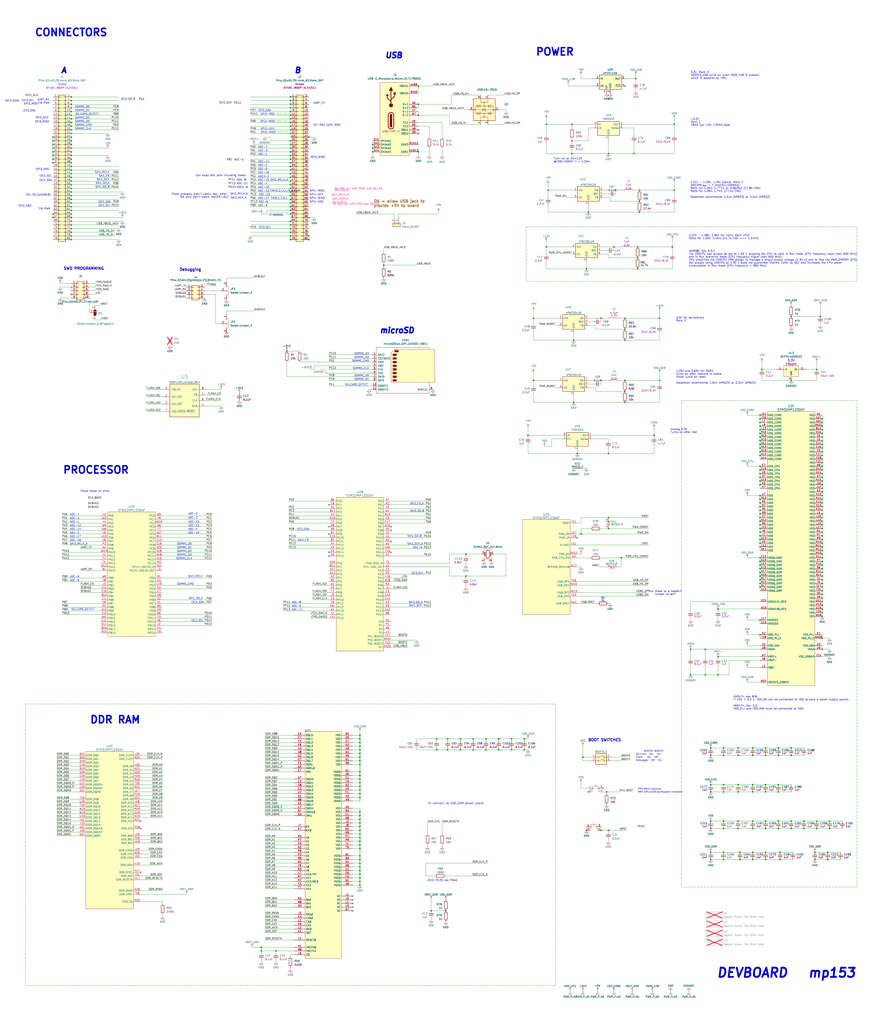
<source format=kicad_sch>
(kicad_sch (version 20250114) (generator "eeschema") (generator_version "9.0")
  (paper "User" 609.6 711.2)
  (lib_symbols
    (symbol "4ms_Capacitor:100nF_0402_16V" (pin_numbers (hide yes)) (pin_names (offset 0.254) (hide yes))
      (property "Reference" "C" (at 1.905 1.27 0))
      (property "Display" "0.1uF" (at 1.905 -1.27 0))
      (symbol "100nF_0402_16V_1_1"
        (pin passive line (at 0 2.54 270) (length 2.032) (name "~") (number "1"))
        (pin passive line (at 0 -2.54 90) (length 2.032) (name "~") (number "2"))
      )
    )
    (symbol "4ms_Capacitor:100nF_0402_50V" (pin_numbers (hide yes)) (pin_names (offset 0.254) (hide yes))
      (property "Reference" "C" (at 1.905 1.27 0))
      (property "Display" "0.1uF" (at 1.905 -1.27 0))
      (symbol "100nF_0402_50V_1_1"
        (pin passive line (at 0 2.54 270) (length 2.032) (name "~") (number "1"))
        (pin passive line (at 0 -2.54 90) (length 2.032) (name "~") (number "2"))
      )
    )
    (symbol "4ms_Capacitor:10uF_0603_10V" (pin_numbers (hide yes)) (pin_names (offset 0.254) (hide yes))
      (property "Reference" "C" (at 1.905 1.27 0))
      (property "Display" "10uF/10V" (at 1.905 -1.27 0))
      (symbol "10uF_0603_10V_1_1"
        (pin passive line (at 0 2.54 270) (length 2.032) (name "~") (number "1"))
        (pin passive line (at 0 -2.54 90) (length 2.032) (name "~") (number "2"))
      )
    )
    (symbol "4ms_Capacitor:1nF_0201_16V" (pin_numbers (hide yes)) (pin_names (offset 0.254) (hide yes))
      (property "Reference" "C" (at 1.905 1.27 0))
      (property "Display" "1nF" (at 1.905 -1.27 0))
      (symbol "1nF_0201_16V_1_1"
        (pin passive line (at 0 2.54 270) (length 2.032) (name "~") (number "1"))
        (pin passive line (at 0 -2.54 90) (length 2.032) (name "~") (number "2"))
      )
    )
    (symbol "4ms_Capacitor:1uF_0201_4V" (pin_numbers (hide yes)) (pin_names (offset 0.254) (hide yes))
      (property "Reference" "C" (at 1.905 1.27 0))
      (property "Display" "1uF" (at 1.905 -1.27 0))
      (symbol "1uF_0201_4V_1_1"
        (pin passive line (at 0 2.54 270) (length 2.032) (name "~") (number "1"))
        (pin passive line (at 0 -2.54 90) (length 2.032) (name "~") (number "2"))
      )
    )
    (symbol "4ms_Capacitor:1uF_0402_25V" (pin_numbers (hide yes)) (pin_names (offset 0.254) (hide yes))
      (property "Reference" "C24" (at 4.826 0.254 0))
      (property "Display" "1uF" (at 2.54 -1.27 0))
      (symbol "1uF_0402_25V_1_1"
        (pin passive line (at 0 2.54 270) (length 2.032) (name "~") (number "1"))
        (pin passive line (at 0 -2.54 90) (length 2.032) (name "~") (number "2"))
      )
    )
    (symbol "4ms_Capacitor:2.2uF_0402_6.3V" (pin_numbers (hide yes)) (pin_names (offset 0.254) (hide yes))
      (property "Reference" "C" (at 1.905 1.27 0))
      (property "Display" "2.2uF" (at 1.905 -1.27 0))
      (symbol "2.2uF_0402_6.3V_1_1"
        (pin passive line (at 0 2.54 270) (length 2.032) (name "~") (number "1"))
        (pin passive line (at 0 -2.54 90) (length 2.032) (name "~") (number "2"))
      )
    )
    (symbol "4ms_Capacitor:2.2uF_0603_25V" (pin_numbers (hide yes)) (pin_names (offset 0.254) (hide yes))
      (property "Reference" "C" (at 1.905 1.27 0))
      (property "Display" "2.2uF" (at 1.905 -1.27 0))
      (symbol "2.2uF_0603_25V_1_1"
        (pin passive line (at 0 2.54 270) (length 2.032) (name "~") (number "1"))
        (pin passive line (at 0 -2.54 90) (length 2.032) (name "~") (number "2"))
      )
    )
    (symbol "4ms_Capacitor:22uF_0603_6.3V" (pin_numbers (hide yes)) (pin_names (offset 0.254) (hide yes))
      (property "Reference" "C" (at 1.905 1.27 0))
      (property "Display" "22uF/6.3V" (at 1.905 -1.27 0))
      (symbol "22uF_0603_6.3V_1_1"
        (pin passive line (at 0 2.54 270) (length 2.032) (name "~") (number "1"))
        (pin passive line (at 0 -2.54 90) (length 2.032) (name "~") (number "2"))
      )
    )
    (symbol "4ms_Capacitor:4.7uF_0402_6.3V" (pin_numbers (hide yes)) (pin_names (offset 0.254) (hide yes))
      (property "Reference" "C" (at 1.905 1.27 0))
      (property "Display" "4.7uF" (at 1.905 -1.27 0))
      (symbol "4.7uF_0402_6.3V_1_1"
        (pin passive line (at 0 2.54 270) (length 2.032) (name "~") (number "1"))
        (pin passive line (at 0 -2.54 90) (length 2.032) (name "~") (number "2"))
      )
    )
    (symbol "4ms_Capacitor:6.8pF_0402_25V" (pin_numbers (hide yes)) (pin_names (offset 0.254) (hide yes))
      (property "Reference" "C" (at 1.905 1.27 0))
      (property "Display" "6.8pF" (at 1.905 -1.27 0))
      (symbol "6.8pF_0402_25V_1_1"
        (pin passive line (at 0 2.54 270) (length 2.032) (name "~") (number "1"))
        (pin passive line (at 0 -2.54 90) (length 2.032) (name "~") (number "2"))
      )
    )
    (symbol "4ms_Connector:Conn_01x02" (pin_names (offset 1.016) (hide yes))
      (property "Reference" "J" (at 0 2.54 0))
      (property "Value" "Conn_01x02" (at 0 -5.08 0))
      (symbol "Conn_01x02_1_1"
        (pin passive line (at -5.08 0 0) (length 3.81) (name "Pin_1") (number "1"))
        (pin passive line (at -5.08 -2.54 0) (length 3.81) (name "Pin_2") (number "2"))
      )
    )
    (symbol "4ms_Connector:Pins_02x04_RightAngle_P2.54mm_TH" (pin_names (offset 1.016) (hide yes))
      (property "Reference" "J" (at 0 6.35 0))
      (property "Value" "Pins_02x04_RightAngle_P2.54mm_TH" (at 1.27 -7.62 0))
      (symbol "Pins_02x04_RightAngle_P2.54mm_TH_1_1"
        (pin passive line (at -6.35 3.81 0) (length 3.81) (name "Pin_1") (number "1"))
        (pin passive line (at -6.35 1.27 0) (length 3.81) (name "Pin_3") (number "3"))
        (pin passive line (at -6.35 -1.27 0) (length 3.81) (name "Pin_5") (number "5"))
        (pin passive line (at -6.35 -3.81 0) (length 3.81) (name "Pin_7") (number "7"))
        (pin passive line (at 6.35 3.81 180) (length 3.81) (name "Pin_2") (number "2"))
        (pin passive line (at 6.35 1.27 180) (length 3.81) (name "Pin_4") (number "4"))
        (pin passive line (at 6.35 -1.27 180) (length 3.81) (name "Pin_6") (number "6"))
        (pin passive line (at 6.35 -3.81 180) (length 3.81) (name "Pin_8") (number "8"))
      )
    )
    (symbol "4ms_Connector:Pins_02x05_P1.27mm_SMT" (pin_names (offset 1.016) (hide yes))
      (property "Reference" "J" (at 0 7.62 0))
      (property "Value" "Pins_02x05_P1.27mm_SMT" (at 0 -7.62 0))
      (symbol "Pins_02x05_P1.27mm_SMT_1_1"
        (pin passive line (at -6.35 5.08 0) (length 3.81) (name "Pin_1") (number "1"))
        (pin passive line (at -6.35 2.54 0) (length 3.81) (name "Pin_3") (number "3"))
        (pin passive line (at -6.35 0 0) (length 3.81) (name "Pin_5") (number "5"))
        (pin passive line (at -6.35 -2.54 0) (length 3.81) (name "Pin_7") (number "7"))
        (pin passive line (at -6.35 -5.08 0) (length 3.81) (name "Pin_9") (number "9"))
        (pin passive line (at 6.35 5.08 180) (length 3.81) (name "Pin_2") (number "2"))
        (pin passive line (at 6.35 2.54 180) (length 3.81) (name "Pin_4") (number "4"))
        (pin passive line (at 6.35 0 180) (length 3.81) (name "Pin_6") (number "6"))
        (pin passive line (at 6.35 -2.54 180) (length 3.81) (name "Pin_8") (number "8"))
        (pin passive line (at 6.35 -5.08 180) (length 3.81) (name "Pin_10") (number "10"))
      )
    )
    (symbol "4ms_Connector:Pins_02x40_P0.4mm_W3.0mm_SMT" (pin_names (offset 1.016) (hide yes))
      (property "Reference" "J" (at 0 50.8 0))
      (property "Value" "Pins_02x40_P0.4mm_W3.0mm_SMT" (at 0 -53.34 0))
      (symbol "Pins_02x40_P0.4mm_W3.0mm_SMT_1_1"
        (pin passive line (at -6.35 48.26 0) (length 3.81) (name "Pin_1") (number "1"))
        (pin passive line (at -6.35 45.72 0) (length 3.81) (name "Pin_3") (number "3"))
        (pin passive line (at -6.35 43.18 0) (length 3.81) (name "Pin_5") (number "5"))
        (pin passive line (at -6.35 40.64 0) (length 3.81) (name "Pin_7") (number "7"))
        (pin passive line (at -6.35 38.1 0) (length 3.81) (name "Pin_9") (number "9"))
        (pin passive line (at -6.35 35.56 0) (length 3.81) (name "Pin_11") (number "11"))
        (pin passive line (at -6.35 33.02 0) (length 3.81) (name "Pin_13") (number "13"))
        (pin passive line (at -6.35 30.48 0) (length 3.81) (name "Pin_15") (number "15"))
        (pin passive line (at -6.35 27.94 0) (length 3.81) (name "Pin_17") (number "17"))
        (pin passive line (at -6.35 25.4 0) (length 3.81) (name "Pin_19") (number "19"))
        (pin passive line (at -6.35 22.86 0) (length 3.81) (name "Pin_21") (number "21"))
        (pin passive line (at -6.35 20.32 0) (length 3.81) (name "Pin_23") (number "23"))
        (pin passive line (at -6.35 17.78 0) (length 3.81) (name "Pin_25") (number "25"))
        (pin passive line (at -6.35 15.24 0) (length 3.81) (name "Pin_27") (number "27"))
        (pin passive line (at -6.35 12.7 0) (length 3.81) (name "Pin_29") (number "29"))
        (pin passive line (at -6.35 10.16 0) (length 3.81) (name "Pin_31") (number "31"))
        (pin passive line (at -6.35 7.62 0) (length 3.81) (name "Pin_33") (number "33"))
        (pin passive line (at -6.35 5.08 0) (length 3.81) (name "Pin_35") (number "35"))
        (pin passive line (at -6.35 2.54 0) (length 3.81) (name "Pin_37") (number "37"))
        (pin passive line (at -6.35 0 0) (length 3.81) (name "Pin_39") (number "39"))
        (pin passive line (at -6.35 -2.54 0) (length 3.81) (name "Pin_41") (number "41"))
        (pin passive line (at -6.35 -5.08 0) (length 3.81) (name "Pin_43") (number "43"))
        (pin passive line (at -6.35 -7.62 0) (length 3.81) (name "Pin_45") (number "45"))
        (pin passive line (at -6.35 -10.16 0) (length 3.81) (name "Pin_47") (number "47"))
        (pin passive line (at -6.35 -12.7 0) (length 3.81) (name "Pin_49") (number "49"))
        (pin passive line (at -6.35 -15.24 0) (length 3.81) (name "Pin_51") (number "51"))
        (pin passive line (at -6.35 -17.78 0) (length 3.81) (name "Pin_53") (number "53"))
        (pin passive line (at -6.35 -20.32 0) (length 3.81) (name "Pin_55") (number "55"))
        (pin passive line (at -6.35 -22.86 0) (length 3.81) (name "Pin_57") (number "57"))
        (pin passive line (at -6.35 -25.4 0) (length 3.81) (name "Pin_59") (number "59"))
        (pin passive line (at -6.35 -27.94 0) (length 3.81) (name "Pin_61") (number "61"))
        (pin passive line (at -6.35 -30.48 0) (length 3.81) (name "Pin_63") (number "63"))
        (pin passive line (at -6.35 -33.02 0) (length 3.81) (name "Pin_65") (number "65"))
        (pin passive line (at -6.35 -35.56 0) (length 3.81) (name "Pin_67") (number "67"))
        (pin passive line (at -6.35 -38.1 0) (length 3.81) (name "Pin_69") (number "69"))
        (pin passive line (at -6.35 -40.64 0) (length 3.81) (name "Pin_71") (number "71"))
        (pin passive line (at -6.35 -43.18 0) (length 3.81) (name "Pin_73") (number "73"))
        (pin passive line (at -6.35 -45.72 0) (length 3.81) (name "Pin_75") (number "75"))
        (pin passive line (at -6.35 -48.26 0) (length 3.81) (name "Pin_77") (number "77"))
        (pin passive line (at -6.35 -50.8 0) (length 3.81) (name "Pin_79") (number "79"))
        (pin passive line (at 6.35 48.26 180) (length 3.81) (name "Pin_2") (number "2"))
        (pin passive line (at 6.35 45.72 180) (length 3.81) (name "Pin_4") (number "4"))
        (pin passive line (at 6.35 43.18 180) (length 3.81) (name "Pin_6") (number "6"))
        (pin passive line (at 6.35 40.64 180) (length 3.81) (name "Pin_8") (number "8"))
        (pin passive line (at 6.35 38.1 180) (length 3.81) (name "Pin_10") (number "10"))
        (pin passive line (at 6.35 35.56 180) (length 3.81) (name "Pin_12") (number "12"))
        (pin passive line (at 6.35 33.02 180) (length 3.81) (name "Pin_14") (number "14"))
        (pin passive line (at 6.35 30.48 180) (length 3.81) (name "Pin_16") (number "16"))
        (pin passive line (at 6.35 27.94 180) (length 3.81) (name "Pin_18") (number "18"))
        (pin passive line (at 6.35 25.4 180) (length 3.81) (name "Pin_20") (number "20"))
        (pin passive line (at 6.35 22.86 180) (length 3.81) (name "Pin_22") (number "22"))
        (pin passive line (at 6.35 20.32 180) (length 3.81) (name "Pin_24") (number "24"))
        (pin passive line (at 6.35 17.78 180) (length 3.81) (name "Pin_26") (number "26"))
        (pin passive line (at 6.35 15.24 180) (length 3.81) (name "Pin_28") (number "28"))
        (pin passive line (at 6.35 12.7 180) (length 3.81) (name "Pin_30") (number "30"))
        (pin passive line (at 6.35 10.16 180) (length 3.81) (name "Pin_32") (number "32"))
        (pin passive line (at 6.35 7.62 180) (length 3.81) (name "Pin_34") (number "34"))
        (pin passive line (at 6.35 5.08 180) (length 3.81) (name "Pin_36") (number "36"))
        (pin passive line (at 6.35 2.54 180) (length 3.81) (name "Pin_38") (number "38"))
        (pin passive line (at 6.35 0 180) (length 3.81) (name "Pin_40") (number "40"))
        (pin passive line (at 6.35 -2.54 180) (length 3.81) (name "Pin_42") (number "42"))
        (pin passive line (at 6.35 -5.08 180) (length 3.81) (name "Pin_44") (number "44"))
        (pin passive line (at 6.35 -7.62 180) (length 3.81) (name "Pin_46") (number "46"))
        (pin passive line (at 6.35 -10.16 180) (length 3.81) (name "Pin_48") (number "48"))
        (pin passive line (at 6.35 -12.7 180) (length 3.81) (name "Pin_50") (number "50"))
        (pin passive line (at 6.35 -15.24 180) (length 3.81) (name "Pin_52") (number "52"))
        (pin passive line (at 6.35 -17.78 180) (length 3.81) (name "Pin_54") (number "54"))
        (pin passive line (at 6.35 -20.32 180) (length 3.81) (name "Pin_56") (number "56"))
        (pin passive line (at 6.35 -22.86 180) (length 3.81) (name "Pin_58") (number "58"))
        (pin passive line (at 6.35 -25.4 180) (length 3.81) (name "Pin_60") (number "60"))
        (pin passive line (at 6.35 -27.94 180) (length 3.81) (name "Pin_62") (number "62"))
        (pin passive line (at 6.35 -30.48 180) (length 3.81) (name "Pin_64") (number "64"))
        (pin passive line (at 6.35 -33.02 180) (length 3.81) (name "Pin_66") (number "66"))
        (pin passive line (at 6.35 -35.56 180) (length 3.81) (name "Pin_68") (number "68"))
        (pin passive line (at 6.35 -38.1 180) (length 3.81) (name "Pin_70") (number "70"))
        (pin passive line (at 6.35 -40.64 180) (length 3.81) (name "Pin_72") (number "72"))
        (pin passive line (at 6.35 -43.18 180) (length 3.81) (name "Pin_74") (number "74"))
        (pin passive line (at 6.35 -45.72 180) (length 3.81) (name "Pin_76") (number "76"))
        (pin passive line (at 6.35 -48.26 180) (length 3.81) (name "Pin_78") (number "78"))
        (pin passive line (at 6.35 -50.8 180) (length 3.81) (name "Pin_80") (number "80"))
      )
    )
    (symbol "4ms_Connector:TestPoint" (pin_numbers (hide yes)) (pin_names (offset 0.762) (hide yes))
      (property "Reference" "TP" (at 0 6.858 0))
      (property "Value" "TestPoint" (at 0 5.08 0))
      (symbol "TestPoint_1_1"
        (pin passive line (at 0 0 90) (length 2.54) (name "1") (number "1"))
      )
    )
    (symbol "4ms_Connector:USB-C_Receptacle_Molex_2171790001"
      (property "Reference" "J" (at -3.175 -2.54 0))
      (property "Value" "USB-C_Receptacle_Molex_2171790001" (at 0 31.75 0))
      (symbol "USB-C_Receptacle_Molex_2171790001_1_0"
        (text "USB TYPE-C" (at -2.4421 -4.1676 0) (effects (font (size 1.27 1.27)) (justify top)))
        (pin passive line (at -15.24 -11.43 0) (length 5.08) (name "Shield1") (number "SH1"))
        (pin passive line (at -15.24 -13.97 0) (length 5.08) (name "Shield2") (number "SH2"))
        (pin passive line (at -15.24 -16.51 0) (length 5.08) (name "Shield3") (number "SH3"))
        (pin passive line (at -15.24 -19.05 0) (length 5.08) (name "Shield4") (number "SH4"))
        (pin passive line (at 16.51 26.67 180) (length 6.35) (name "VBUS1") (number "A4B9"))
        (pin passive line (at 16.51 21.59 180) (length 6.35) (name "VBUS3") (number "B4A9"))
        (pin passive line (at 16.51 13.97 180) (length 6.35) (name "D+1") (number "A6"))
        (pin passive line (at 16.51 11.43 180) (length 6.35) (name "D+2") (number "B6"))
        (pin passive line (at 16.51 8.89 180) (length 6.35) (name "D-1") (number "A7"))
        (pin passive line (at 16.51 6.35 180) (length 6.35) (name "D-2") (number "B7"))
        (pin passive line (at 16.51 1.27 180) (length 6.35) (name "CC1") (number "A5"))
        (pin passive line (at 16.51 -1.27 180) (length 6.35) (name "CC2") (number "B5"))
        (pin passive line (at 16.51 -3.81 180) (length 6.35) (name "SBU1") (number "A8"))
        (pin passive line (at 16.51 -6.35 180) (length 6.35) (name "SBU2") (number "B8"))
        (pin passive line (at 16.51 -13.97 180) (length 6.35) (name "GND3") (number "B1A12"))
        (pin passive line (at 16.51 -19.05 180) (length 6.35) (name "GND1") (number "A1B12"))
      )
    )
    (symbol "4ms_Connector:microSDCon_SMT_104031-0811" (pin_names (offset 1.016))
      (property "Reference" "CON" (at -16.51 13.97 0))
      (property "Value" "microSDCon_SMT_104031-0811" (at 17.78 15.24 0))
      (symbol "microSDCon_SMT_104031-0811_1_1"
        (pin input line (at -22.86 7.62 0) (length 2.54) (name "DAT2") (number "1"))
        (pin input line (at -22.86 5.08 0) (length 2.54) (name "CD/DAT3") (number "2"))
        (pin input line (at -22.86 2.54 0) (length 2.54) (name "CMD") (number "3"))
        (pin input line (at -22.86 0 0) (length 2.54) (name "VDD") (number "4"))
        (pin input line (at -22.86 -2.54 0) (length 2.54) (name "CLK") (number "5"))
        (pin input line (at -22.86 -5.08 0) (length 2.54) (name "VSS") (number "6"))
        (pin input line (at -22.86 -7.62 0) (length 2.54) (name "DAT0") (number "7"))
        (pin input line (at -22.86 -10.16 0) (length 2.54) (name "DAT1") (number "8"))
        (pin input line (at -22.86 -13.97 0) (length 2.54) (name "SDDET1") (number "10"))
        (pin input line (at -22.86 -16.51 0) (length 2.54) (name "SDDET2") (number "11"))
        (pin input line (at 19.05 -16.51 180) (length 2.54) (name "SHELL1") (number "9"))
      )
    )
    (symbol "4ms_Crystal:24MHz_8pF_2x1.6mm" (pin_names (offset 1.016) (hide yes))
      (property "Reference" "Y" (at 0 7.62 0))
      (property "Value" "24MHz_8pF_2x1.6mm" (at 0 5.08 0))
      (symbol "24MHz_8pF_2x1.6mm_1_1"
        (pin passive line (at -3.81 0 0) (length 1.27) (name "1") (number "1"))
        (pin passive line (at -2.54 -5.08 90) (length 1.27) (name "2") (number "2"))
        (pin passive line (at 2.54 -5.08 90) (length 1.27) (name "4") (number "4"))
        (pin passive line (at 3.81 0 180) (length 1.27) (name "3") (number "3"))
      )
    )
    (symbol "4ms_Diode:BAT54LP" (pin_names (offset 1.016) (hide yes))
      (property "Reference" "D" (at 0 2.54 0))
      (property "Value" "BAT54LP" (at 0 -2.54 0))
      (symbol "BAT54LP_1_1"
        (pin passive line (at -3.81 0 0) (length 2.54) (name "K") (number "1"))
        (pin passive line (at 3.81 0 180) (length 2.54) (name "A") (number "2"))
      )
    )
    (symbol "4ms_Hardware:Spacer Nylon, Unthreaded, Height=11mm, ID {gt}= 3mm, OD {lt} 6mm" (pin_names (offset 1.016))
      (property "Reference" "H" (at 0 5.08 0))
      (property "Value" "Spacer Nylon, Unthreaded, Height=11mm, ID >= 3mm, OD < 6mm" (at 0 3.175 0))
    )
    (symbol "4ms_IC:AP2411SN"
      (property "Reference" "U" (at -7.62 -6.35 0))
      (property "Value" "AP2411SN" (at -7.62 6.35 0))
      (symbol "AP2411SN_1_1"
        (pin power_in line (at -10.16 2.54 0) (length 2.54) (name "IN") (number "1"))
        (pin input line (at -10.16 -2.54 0) (length 2.54) (name "EN") (number "3"))
        (pin power_in line (at -2.54 -7.62 90) (length 2.54) (name "EP") (number "7"))
        (pin power_in line (at 0 -7.62 90) (length 2.54) (name "GND") (number "2"))
        (pin power_out line (at 10.16 2.54 180) (length 2.54) (name "OUT") (number "5"))
        (pin no_connect line (at 10.16 0 180) (length 2.54) (hide yes) (name "NC") (number "6"))
        (pin open_collector line (at 10.16 -2.54 180) (length 2.54) (name "~{FLG}") (number "4"))
      )
    )
    (symbol "4ms_IC:AP6230xZ6"
      (property "Reference" "U" (at 0 8.89 0))
      (property "Value" "AP6230xZ6" (at 0 6.35 0))
      (symbol "AP6230xZ6_1_1"
        (pin power_in line (at -10.16 2.54 0) (length 2.54) (name "VIN") (number "1"))
        (pin input line (at -10.16 -2.54 0) (length 2.54) (name "EN") (number "5"))
        (pin power_in line (at 0 -7.62 90) (length 2.54) (name "GND") (number "3"))
        (pin output line (at 10.16 2.54 180) (length 2.54) (name "SW") (number "2"))
        (pin passive line (at 10.16 0 180) (length 2.54) (name "BST") (number "4"))
        (pin input line (at 10.16 -2.54 180) (length 2.54) (name "FB") (number "6"))
      )
    )
    (symbol "4ms_IC:DDR3L-RAM-4Gb_MT41K256M16TW"
      (property "Reference" "U7" (at 0 0 0))
      (symbol "DDR3L-RAM-4Gb_MT41K256M16TW_1_0"
        (pin passive line (at -7.62 -2.54 0) (length 7.62) (name "DQL0") (number "E3"))
        (pin passive line (at -7.62 -5.08 0) (length 7.62) (name "DQL1") (number "F7"))
        (pin passive line (at -7.62 -7.62 0) (length 7.62) (name "DQL2") (number "F2"))
        (pin passive line (at -7.62 -10.16 0) (length 7.62) (name "DQL3") (number "F8"))
        (pin passive line (at -7.62 -12.7 0) (length 7.62) (name "DQL4") (number "H3"))
        (pin passive line (at -7.62 -15.24 0) (length 7.62) (name "DQL5") (number "H8"))
        (pin passive line (at -7.62 -17.78 0) (length 7.62) (name "DQL6") (number "G2"))
        (pin passive line (at -7.62 -20.32 0) (length 7.62) (name "DQL7") (number "H7"))
        (pin passive line (at -7.62 -22.86 0) (length 7.62) (name "DQSL") (number "F3"))
        (pin passive line (at -7.62 -25.4 0) (length 7.62) (name "DQSL#") (number "G3"))
        (pin passive line (at -7.62 -27.94 0) (length 7.62) (name "DML") (number "E7"))
        (pin passive line (at -7.62 -33.02 0) (length 7.62) (name "DQU0") (number "D7"))
        (pin passive line (at -7.62 -35.56 0) (length 7.62) (name "DQU1") (number "C3"))
        (pin passive line (at -7.62 -38.1 0) (length 7.62) (name "DQU2") (number "C8"))
        (pin passive line (at -7.62 -40.64 0) (length 7.62) (name "DQU3") (number "C2"))
        (pin passive line (at -7.62 -43.18 0) (length 7.62) (name "DQU4") (number "A7"))
        (pin passive line (at -7.62 -45.72 0) (length 7.62) (name "DQU5") (number "A2"))
        (pin passive line (at -7.62 -48.26 0) (length 7.62) (name "DQU6") (number "B8"))
        (pin passive line (at -7.62 -50.8 0) (length 7.62) (name "DQU7") (number "A3"))
        (pin passive line (at -7.62 -53.34 0) (length 7.62) (name "DQSU") (number "C7"))
        (pin passive line (at -7.62 -55.88 0) (length 7.62) (name "DQSU#") (number "B7"))
        (pin passive line (at -7.62 -58.42 0) (length 7.62) (name "DMU") (number "D3"))
        (pin passive clock (at -7.62 -66.04 0) (length 7.62) (name "CK") (number "J7"))
        (pin passive clock (at -7.62 -68.58 0) (length 7.62) (name "CK#") (number "K7"))
        (pin passive line (at -7.62 -73.66 0) (length 7.62) (name "A0") (number "N3"))
        (pin passive line (at -7.62 -76.2 0) (length 7.62) (name "A1") (number "P7"))
        (pin passive line (at -7.62 -78.74 0) (length 7.62) (name "A2") (number "P3"))
        (pin passive line (at -7.62 -81.28 0) (length 7.62) (name "A3") (number "N2"))
        (pin passive line (at -7.62 -83.82 0) (length 7.62) (name "A4") (number "P8"))
        (pin passive line (at -7.62 -86.36 0) (length 7.62) (name "A5") (number "P2"))
        (pin passive line (at -7.62 -88.9 0) (length 7.62) (name "A6") (number "R8"))
        (pin passive line (at -7.62 -91.44 0) (length 7.62) (name "A7") (number "R2"))
        (pin passive line (at -7.62 -93.98 0) (length 7.62) (name "A8") (number "T8"))
        (pin passive line (at -7.62 -96.52 0) (length 7.62) (name "A9") (number "R3"))
        (pin passive line (at -7.62 -99.06 0) (length 7.62) (name "A10/AP") (number "L7"))
        (pin passive line (at -7.62 -101.6 0) (length 7.62) (name "A11") (number "R7"))
        (pin passive line (at -7.62 -104.14 0) (length 7.62) (name "A12/BC#") (number "N7"))
        (pin passive line (at -7.62 -106.68 0) (length 7.62) (name "A13") (number "T3"))
        (pin passive line (at -7.62 -109.22 0) (length 7.62) (name "A14") (number "T7"))
        (pin passive line (at -7.62 -116.84 0) (length 7.62) (name "BA0") (number "M2"))
        (pin passive line (at -7.62 -119.38 0) (length 7.62) (name "BA1") (number "N8"))
        (pin passive line (at -7.62 -121.92 0) (length 7.62) (name "BA2") (number "M3"))
        (pin passive line (at -7.62 -127 0) (length 7.62) (name "RAS#") (number "J3"))
        (pin passive line (at -7.62 -129.54 0) (length 7.62) (name "CAS#") (number "K3"))
        (pin passive line (at -7.62 -132.08 0) (length 7.62) (name "CS#") (number "L2"))
        (pin passive line (at -7.62 -134.62 0) (length 7.62) (name "CKE") (number "K9"))
        (pin passive line (at -7.62 -137.16 0) (length 7.62) (name "WE#") (number "L3"))
        (pin passive line (at -7.62 -139.7 0) (length 7.62) (name "ODT") (number "K1"))
        (pin passive line (at -7.62 -144.78 0) (length 7.62) (name "RESET#") (number "T2"))
        (pin passive line (at -7.62 -149.86 0) (length 7.62) (name "VREFDQ") (number "H1"))
        (pin passive line (at -7.62 -152.4 0) (length 7.62) (name "VREFCA") (number "M8"))
        (pin passive line (at -7.62 -154.94 0) (length 7.62) (name "ZQ") (number "L8"))
        (pin passive line (at 33.02 -2.54 180) (length 7.62) (name "VDD") (number "B2"))
        (pin passive line (at 33.02 -5.08 180) (length 7.62) (name "VDD") (number "D9"))
        (pin passive line (at 33.02 -7.62 180) (length 7.62) (name "VDD") (number "G7"))
        (pin passive line (at 33.02 -10.16 180) (length 7.62) (name "VDD") (number "K2"))
        (pin passive line (at 33.02 -12.7 180) (length 7.62) (name "VDD") (number "K8"))
        (pin passive line (at 33.02 -15.24 180) (length 7.62) (name "VDD") (number "N1"))
        (pin passive line (at 33.02 -17.78 180) (length 7.62) (name "VDD") (number "N9"))
        (pin passive line (at 33.02 -20.32 180) (length 7.62) (name "VDD") (number "R1"))
        (pin passive line (at 33.02 -22.86 180) (length 7.62) (name "VDD") (number "R9"))
        (pin passive line (at 33.02 -27.94 180) (length 7.62) (name "VDDQ") (number "A1"))
        (pin passive line (at 33.02 -30.48 180) (length 7.62) (name "VDDQ") (number "A8"))
        (pin passive line (at 33.02 -33.02 180) (length 7.62) (name "VDDQ") (number "C1"))
        (pin passive line (at 33.02 -35.56 180) (length 7.62) (name "VDDQ") (number "C9"))
        (pin passive line (at 33.02 -38.1 180) (length 7.62) (name "VDDQ") (number "D2"))
        (pin passive line (at 33.02 -40.64 180) (length 7.62) (name "VDDQ") (number "E9"))
        (pin passive line (at 33.02 -43.18 180) (length 7.62) (name "VDDQ") (number "F1"))
        (pin passive line (at 33.02 -45.72 180) (length 7.62) (name "VDDQ") (number "H2"))
        (pin passive line (at 33.02 -48.26 180) (length 7.62) (name "VDDQ") (number "H9"))
        (pin passive line (at 33.02 -53.34 180) (length 7.62) (name "VSS") (number "A9"))
        (pin passive line (at 33.02 -55.88 180) (length 7.62) (name "VSS") (number "B3"))
        (pin passive line (at 33.02 -58.42 180) (length 7.62) (name "VSS") (number "E1"))
        (pin passive line (at 33.02 -60.96 180) (length 7.62) (name "VSS") (number "G8"))
        (pin passive line (at 33.02 -63.5 180) (length 7.62) (name "VSS") (number "J2"))
        (pin passive line (at 33.02 -66.04 180) (length 7.62) (name "VSS") (number "J8"))
        (pin passive line (at 33.02 -68.58 180) (length 7.62) (name "VSS") (number "M1"))
        (pin passive line (at 33.02 -71.12 180) (length 7.62) (name "VSS") (number "M9"))
        (pin passive line (at 33.02 -73.66 180) (length 7.62) (name "VSS") (number "P1"))
        (pin passive line (at 33.02 -76.2 180) (length 7.62) (name "VSS") (number "P9"))
        (pin passive line (at 33.02 -78.74 180) (length 7.62) (name "VSS") (number "T1"))
        (pin passive line (at 33.02 -81.28 180) (length 7.62) (name "VSS") (number "T9"))
        (pin passive line (at 33.02 -86.36 180) (length 7.62) (name "VSSQ") (number "B1"))
        (pin passive line (at 33.02 -88.9 180) (length 7.62) (name "VSSQ") (number "B9"))
        (pin passive line (at 33.02 -91.44 180) (length 7.62) (name "VSSQ") (number "D1"))
        (pin passive line (at 33.02 -93.98 180) (length 7.62) (name "VSSQ") (number "D8"))
        (pin passive line (at 33.02 -96.52 180) (length 7.62) (name "VSSQ") (number "E2"))
        (pin passive line (at 33.02 -99.06 180) (length 7.62) (name "VSSQ") (number "E8"))
        (pin passive line (at 33.02 -101.6 180) (length 7.62) (name "VSSQ") (number "F9"))
        (pin passive line (at 33.02 -104.14 180) (length 7.62) (name "VSSQ") (number "G1"))
        (pin passive line (at 33.02 -106.68 180) (length 7.62) (name "VSSQ") (number "G9"))
        (pin passive line (at 33.02 -114.3 180) (length 7.62) (name "NC") (number "J1"))
        (pin passive line (at 33.02 -116.84 180) (length 7.62) (name "NC") (number "J9"))
        (pin passive line (at 33.02 -119.38 180) (length 7.62) (name "NC") (number "L1"))
        (pin passive line (at 33.02 -121.92 180) (length 7.62) (name "NC") (number "L9"))
        (pin passive line (at 33.02 -124.46 180) (length 7.62) (name "NC") (number "M7"))
      )
    )
    (symbol "4ms_IC:NORFLASH_W25Q128JV" (pin_names (offset 1.016))
      (property "Reference" "U?" (at 0 13.97 0))
      (property "Value" "NORFLASH_W25Q128JV" (at 0 -13.97 0))
      (symbol "NORFLASH_W25Q128JV_1_1"
        (pin bidirectional line (at -15.24 7.62 0) (length 5.08) (name "IO0/SI") (number "5"))
        (pin bidirectional line (at -15.24 2.54 0) (length 5.08) (name "IO1/SO") (number "2"))
        (pin bidirectional line (at -15.24 -2.54 0) (length 5.08) (name "IO2/~{WP}") (number "3"))
        (pin bidirectional line (at -15.24 -7.62 0) (length 5.08) (name "IO3/~{HOLD}/~{RESET}") (number "7"))
        (pin power_in line (at 15.24 7.62 180) (length 5.08) (name "VCC") (number "8"))
        (pin bidirectional line (at 15.24 3.81 180) (length 5.08) (name "~{CS}") (number "1"))
        (pin bidirectional line (at 15.24 0 180) (length 5.08) (name "CLK") (number "6"))
        (pin power_in line (at 15.24 -3.81 180) (length 5.08) (name "GND") (number "4"))
      )
    )
    (symbol "4ms_IC:STM32MP131DAF7" (pin_names (offset 0.254))
      (property "Reference" "U" (at 21.59 6.35 0))
      (property "Value" "STM32MP131DAF7" (at 21.59 3.81 0))
      (symbol "STM32MP131DAF7_1_0"
        (pin passive line (at 0 0 0) (length 5.08) (name "PA0") (number "Y3"))
        (pin passive line (at 0 -2.54 0) (length 5.08) (name "PA1") (number "AA3"))
        (pin passive line (at 0 -5.08 0) (length 5.08) (name "PA2") (number "Y4"))
        (pin passive line (at 0 -7.62 0) (length 5.08) (name "PA3") (number "W9"))
        (pin passive line (at 0 -10.16 0) (length 5.08) (name "PA4") (number "AA6"))
        (pin passive line (at 0 -12.7 0) (length 5.08) (name "PA5") (number "Y5"))
        (pin passive line (at 0 -15.24 0) (length 5.08) (name "PA6") (number "U10"))
        (pin passive line (at 0 -17.78 0) (length 5.08) (name "PA7") (number "V6"))
        (pin passive line (at 0 -20.32 0) (length 5.08) (name "PA8") (number "P2"))
        (pin passive line (at 0 -22.86 0) (length 5.08) (name "PA9") (number "A2"))
        (pin passive line (at 0 -25.4 0) (length 5.08) (name "PA10") (number "AA19"))
        (pin passive line (at 0 -27.94 0) (length 5.08) (name "PA11") (number "Y1"))
        (pin passive line (at 0 -30.48 0) (length 5.08) (name "PA12") (number "F4"))
        (pin passive line (at 0 -33.02 0) (length 5.08) (name "PA13") (number "T4"))
        (pin passive line (at 0 -35.56 0) (length 5.08) (name "PA14") (number "W13"))
        (pin passive line (at 0 -38.1 0) (length 5.08) (name "PA15") (number "B4"))
        (pin passive line (at 0 -43.18 0) (length 5.08) (name "PB0") (number "W8"))
        (pin passive line (at 0 -45.72 0) (length 5.08) (name "PB1") (number "Y8"))
        (pin passive line (at 0 -48.26 0) (length 5.08) (name "PB2") (number "J3"))
        (pin passive line (at 0 -50.8 0) (length 5.08) (name "PB3") (number "C14"))
        (pin passive line (at 0 -53.34 0) (length 5.08) (name "PB4") (number "C16"))
        (pin passive line (at 0 -55.88 0) (length 5.08) (name "PB5") (number "B13"))
        (pin passive line (at 0 -58.42 0) (length 5.08) (name "PB6") (number "C1"))
        (pin passive line (at 0 -60.96 0) (length 5.08) (name "PB7") (number "C6"))
        (pin passive line (at 0 -63.5 0) (length 5.08) (name "PB8") (number "D1"))
        (pin passive line (at 0 -66.04 0) (length 5.08) (name "PB9") (number "A15"))
        (pin passive line (at 0 -68.58 0) (length 5.08) (name "PB10") (number "E13"))
        (pin passive line (at 0 -71.12 0) (length 5.08) (name "PB11") (number "AA2"))
        (pin passive line (at 0 -73.66 0) (length 5.08) (name "PB12") (number "C11"))
        (pin passive line (at 0 -76.2 0) (length 5.08) (name "PB13") (number "D14"))
        (pin passive line (at 0 -78.74 0) (length 5.08) (name "PB14") (number "B16"))
        (pin passive line (at 0 -81.28 0) (length 5.08) (name "PB15") (number "B15"))
        (pin passive line (at 43.18 0 180) (length 5.08) (name "PC0") (number "W5"))
        (pin passive line (at 43.18 -2.54 180) (length 5.08) (name "PC1") (number "Y9"))
        (pin passive line (at 43.18 -5.08 180) (length 5.08) (name "PC2") (number "AA10"))
        (pin passive line (at 43.18 -7.62 180) (length 5.08) (name "PC3") (number "W6"))
        (pin passive line (at 43.18 -10.16 180) (length 5.08) (name "PC4") (number "Y7"))
        (pin passive line (at 43.18 -12.7 180) (length 5.08) (name "PC5") (number "AA7"))
        (pin passive line (at 43.18 -15.24 180) (length 5.08) (name "PC6") (number "B14"))
        (pin passive line (at 43.18 -17.78 180) (length 5.08) (name "PC7") (number "C13"))
        (pin passive line (at 43.18 -20.32 180) (length 5.08) (name "PC8") (number "C18"))
        (pin passive line (at 43.18 -22.86 180) (length 5.08) (name "PC9") (number "A20"))
        (pin passive line (at 43.18 -25.4 180) (length 5.08) (name "PC10") (number "A18"))
        (pin passive line (at 43.18 -27.94 180) (length 5.08) (name "PC11") (number "B18"))
        (pin passive line (at 43.18 -30.48 180) (length 5.08) (name "PC12") (number "A19"))
        (pin passive line (at 43.18 -33.02 180) (length 5.08) (name "PC13") (number "M3"))
        (pin passive line (at 43.18 -35.56 180) (length 5.08) (name "PC14-OSC32_IN") (number "M2"))
        (pin passive line (at 43.18 -38.1 180) (length 5.08) (name "PC15-OSC32_OUT") (number "L3"))
        (pin passive line (at 43.18 -43.18 180) (length 5.08) (name "PD0") (number "B1"))
        (pin passive line (at 43.18 -45.72 180) (length 5.08) (name "PD1") (number "C5"))
        (pin passive line (at 43.18 -48.26 180) (length 5.08) (name "PD2") (number "C19"))
        (pin passive line (at 43.18 -50.8 180) (length 5.08) (name "PD3") (number "C2"))
        (pin passive line (at 43.18 -53.34 180) (length 5.08) (name "PD4") (number "C7"))
        (pin passive line (at 43.18 -55.88 180) (length 5.08) (name "PD5") (number "C8"))
        (pin passive line (at 43.18 -58.42 180) (length 5.08) (name "PD6") (number "D2"))
        (pin passive line (at 43.18 -60.96 180) (length 5.08) (name "PD7") (number "V1"))
        (pin passive line (at 43.18 -63.5 180) (length 5.08) (name "PD8") (number "B5"))
        (pin passive line (at 43.18 -66.04 180) (length 5.08) (name "PD9") (number "C9"))
        (pin passive line (at 43.18 -68.58 180) (length 5.08) (name "PD10") (number "D6"))
        (pin passive line (at 43.18 -71.12 180) (length 5.08) (name "PD11") (number "F3"))
        (pin passive line (at 43.18 -73.66 180) (length 5.08) (name "PD12") (number "A6"))
        (pin passive line (at 43.18 -76.2 180) (length 5.08) (name "PD13") (number "J2"))
        (pin passive line (at 43.18 -78.74 180) (length 5.08) (name "PD14") (number "C4"))
        (pin passive line (at 43.18 -81.28 180) (length 5.08) (name "PD15") (number "E9"))
      )
      (symbol "STM32MP131DAF7_2_0"
        (pin passive line (at 0 0 0) (length 5.08) (name "PE0") (number "B6"))
        (pin passive line (at 0 -2.54 0) (length 5.08) (name "PE1") (number "E8"))
        (pin passive line (at 0 -5.08 0) (length 5.08) (name "PE2") (number "N1"))
        (pin passive line (at 0 -7.62 0) (length 5.08) (name "PE3") (number "B17"))
        (pin passive line (at 0 -10.16 0) (length 5.08) (name "PE4") (number "H2"))
        (pin passive line (at 0 -12.7 0) (length 5.08) (name "PE5") (number "W10"))
        (pin passive line (at 0 -15.24 0) (length 5.08) (name "PE6") (number "T2"))
        (pin passive line (at 0 -17.78 0) (length 5.08) (name "PE7") (number "D8"))
        (pin passive line (at 0 -20.32 0) (length 5.08) (name "PE8") (number "B9"))
        (pin passive line (at 0 -22.86 0) (length 5.08) (name "PE9") (number "B7"))
        (pin passive line (at 0 -25.4 0) (length 5.08) (name "PE10") (number "C10"))
        (pin passive line (at 0 -27.94 0) (length 5.08) (name "PE11") (number "B2"))
        (pin passive line (at 0 -30.48 0) (length 5.08) (name "PE12") (number "A4"))
        (pin passive line (at 0 -33.02 0) (length 5.08) (name "PE13") (number "A3"))
        (pin passive line (at 0 -35.56 0) (length 5.08) (name "PE14") (number "C3"))
        (pin passive line (at 0 -38.1 0) (length 5.08) (name "PE15") (number "A9"))
        (pin passive line (at 0 -43.18 0) (length 5.08) (name "PF0") (number "A16"))
        (pin passive line (at 0 -45.72 0) (length 5.08) (name "PF1") (number "B11"))
        (pin passive line (at 0 -48.26 0) (length 5.08) (name "PF2") (number "D11"))
        (pin passive line (at 0 -50.8 0) (length 5.08) (name "PF3") (number "A13"))
        (pin passive line (at 0 -53.34 0) (length 5.08) (name "PF4") (number "N2"))
        (pin passive line (at 0 -55.88 0) (length 5.08) (name "PF5") (number "B3"))
        (pin passive line (at 0 -58.42 0) (length 5.08) (name "PF6") (number "G1"))
        (pin passive line (at 0 -60.96 0) (length 5.08) (name "PF7") (number "P3"))
        (pin passive line (at 0 -63.5 0) (length 5.08) (name "PF8") (number "F1"))
        (pin passive line (at 0 -66.04 0) (length 5.08) (name "PF9") (number "J5"))
        (pin passive line (at 0 -68.58 0) (length 5.08) (name "PF10") (number "H3"))
        (pin passive line (at 0 -71.12 0) (length 5.08) (name "PF11") (number "Y6"))
        (pin passive line (at 0 -73.66 0) (length 5.08) (name "PF12") (number "AA4"))
        (pin passive line (at 0 -76.2 0) (length 5.08) (name "PF13") (number "W4"))
        (pin passive line (at 0 -78.74 0) (length 5.08) (name "PF14") (number "Y2"))
        (pin passive line (at 0 -81.28 0) (length 5.08) (name "PF15") (number "Y12"))
        (pin passive line (at 43.18 0 180) (length 5.08) (name "PG0") (number "A7"))
        (pin passive line (at 43.18 -2.54 180) (length 5.08) (name "PG1") (number "R1"))
        (pin passive line (at 43.18 -5.08 180) (length 5.08) (name "PG2") (number "V3"))
        (pin passive line (at 43.18 -7.62 180) (length 5.08) (name "PG3") (number "W1"))
        (pin passive line (at 43.18 -10.16 180) (length 5.08) (name "PG4") (number "B10"))
        (pin passive line (at 43.18 -12.7 180) (length 5.08) (name "PG5") (number "G3"))
        (pin passive line (at 43.18 -15.24 180) (length 5.08) (name "PG6") (number "C17"))
        (pin passive line (at 43.18 -17.78 180) (length 5.08) (name "PG7") (number "A10"))
        (pin passive line (at 43.18 -20.32 180) (length 5.08) (name "PG8") (number "H5"))
        (pin passive line (at 43.18 -22.86 180) (length 5.08) (name "PG9") (number "F2"))
        (pin passive line (at 43.18 -25.4 180) (length 5.08) (name "PG10") (number "G2"))
        (pin passive line (at 43.18 -27.94 180) (length 5.08) (name "PG11") (number "R2"))
        (pin passive line (at 43.18 -30.48 180) (length 5.08) (name "PG12") (number "W2"))
        (pin passive line (at 43.18 -33.02 180) (length 5.08) (name "PG13") (number "AA9"))
        (pin passive line (at 43.18 -35.56 180) (length 5.08) (name "PG14") (number "Y10"))
        (pin passive line (at 43.18 -38.1 180) (length 5.08) (name "PG15") (number "H4"))
        (pin passive line (at 43.18 -43.18 180) (length 5.08) (name "PH0-OSC_IN") (number "T3"))
        (pin passive line (at 43.18 -45.72 180) (length 5.08) (name "PH1-OSC_OUT") (number "U2"))
        (pin passive line (at 43.18 -48.26 180) (length 5.08) (name "PH2") (number "E2"))
        (pin passive line (at 43.18 -50.8 180) (length 5.08) (name "PH3") (number "R3"))
        (pin passive line (at 43.18 -53.34 180) (length 5.08) (name "PH4") (number "Y19"))
        (pin passive line (at 43.18 -55.88 180) (length 5.08) (name "PH5") (number "W18"))
        (pin passive line (at 43.18 -58.42 180) (length 5.08) (name "PH6") (number "N3"))
        (pin passive line (at 43.18 -60.96 180) (length 5.08) (name "PH7") (number "J1"))
        (pin passive line (at 43.18 -63.5 180) (length 5.08) (name "PH8") (number "E3"))
        (pin passive line (at 43.18 -66.04 180) (length 5.08) (name "PH9") (number "C12"))
        (pin passive line (at 43.18 -68.58 180) (length 5.08) (name "PH10") (number "E14"))
        (pin passive line (at 43.18 -71.12 180) (length 5.08) (name "PH11") (number "K3"))
        (pin passive line (at 43.18 -73.66 180) (length 5.08) (name "PH12") (number "D3"))
        (pin passive line (at 43.18 -76.2 180) (length 5.08) (name "PH13") (number "A12"))
        (pin passive line (at 43.18 -78.74 180) (length 5.08) (name "PH14") (number "B8"))
        (pin passive line (at 43.18 -83.82 180) (length 5.08) (name "PI0") (number "P5"))
        (pin passive line (at 43.18 -86.36 180) (length 5.08) (name "PI1") (number "P4"))
        (pin passive line (at 43.18 -88.9 180) (length 5.08) (name "PI2") (number "N5"))
        (pin passive line (at 43.18 -91.44 180) (length 5.08) (name "PI3") (number "L4"))
        (pin passive line (at 43.18 -93.98 180) (length 5.08) (name "PI4-BOOT0") (number "Y17"))
        (pin passive line (at 43.18 -96.52 180) (length 5.08) (name "PI5-BOOT1") (number "AA15"))
        (pin passive line (at 43.18 -99.06 180) (length 5.08) (name "PI6-BOOT2") (number "Y15"))
        (pin passive line (at 43.18 -101.6 180) (length 5.08) (name "PI7") (number "AA20"))
      )
      (symbol "STM32MP131DAF7_3_0"
        (pin passive line (at 0 0 0) (length 5.08) (name "DDR_CLKN") (number "L20"))
        (pin passive line (at 0 -2.54 0) (length 5.08) (name "DDR_CLKP") (number "M20"))
        (pin passive line (at 0 -7.62 0) (length 5.08) (name "DDR_A0") (number "H20"))
        (pin passive line (at 0 -10.16 0) (length 5.08) (name "DDR_A1") (number "N21"))
        (pin passive line (at 0 -12.7 0) (length 5.08) (name "DDR_A2") (number "G20"))
        (pin passive line (at 0 -15.24 0) (length 5.08) (name "DDR_A3") (number "H19"))
        (pin passive line (at 0 -17.78 0) (length 5.08) (name "DDR_A4") (number "R19"))
        (pin passive line (at 0 -20.32 0) (length 5.08) (name "DDR_A5") (number "F20"))
        (pin passive line (at 0 -22.86 0) (length 5.08) (name "DDR_A6") (number "R21"))
        (pin passive line (at 0 -25.4 0) (length 5.08) (name "DDR_A7") (number "J17"))
        (pin passive line (at 0 -27.94 0) (length 5.08) (name "DDR_A8") (number "P19"))
        (pin passive line (at 0 -30.48 0) (length 5.08) (name "DDR_A9") (number "G21"))
        (pin passive line (at 0 -33.02 0) (length 5.08) (name "DDR_A10") (number "L18"))
        (pin passive line (at 0 -35.56 0) (length 5.08) (name "DDR_A11") (number "N17"))
        (pin passive line (at 0 -38.1 0) (length 5.08) (name "DDR_A12") (number "M19"))
        (pin passive line (at 0 -40.64 0) (length 5.08) (name "DDR_A13") (number "G19"))
        (pin passive line (at 0 -43.18 0) (length 5.08) (name "DDR_A14") (number "N19"))
        (pin passive line (at 0 -45.72 0) (length 5.08) (name "DDR_A15") (number "M21"))
        (pin passive line (at 0 -50.8 0) (length 5.08) (name "DDR_ATO") (number "P18"))
        (pin passive line (at 0 -55.88 0) (length 5.08) (name "DDR_BA0") (number "J19"))
        (pin passive line (at 0 -58.42 0) (length 5.08) (name "DDR_BA1") (number "P20"))
        (pin passive line (at 0 -60.96 0) (length 5.08) (name "DDR_BA2") (number "H18"))
        (pin passive line (at 0 -66.04 0) (length 5.08) (name "DDR_CASN") (number "L19"))
        (pin passive line (at 0 -68.58 0) (length 5.08) (name "DDR_CKE") (number "N20"))
        (pin passive line (at 0 -71.12 0) (length 5.08) (name "DDR_CSN") (number "J20"))
        (pin passive line (at 0 -76.2 0) (length 5.08) (name "DDR_WEN") (number "K19"))
        (pin passive line (at 0 -81.28 0) (length 5.08) (name "DDR_DTO1") (number "P17"))
        (pin passive line (at 0 -83.82 0) (length 5.08) (name "DDR_ODT") (number "J21"))
        (pin passive line (at 0 -86.36 0) (length 5.08) (name "DDR_RESETN") (number "H17"))
        (pin passive line (at 0 -93.98 0) (length 5.08) (name "DDR_RASN") (number "K20"))
        (pin passive line (at 0 -96.52 0) (length 5.08) (name "DDR_VREF") (number "T18"))
        (pin passive line (at 0 -101.6 0) (length 5.08) (name "DDR_ZQ") (number "R20"))
        (pin passive line (at 43.18 0 180) (length 5.08) (name "DDR_DQ0") (number "B21"))
        (pin passive line (at 43.18 -2.54 180) (length 5.08) (name "DDR_DQ1") (number "B20"))
        (pin passive line (at 43.18 -5.08 180) (length 5.08) (name "DDR_DQ2") (number "D19"))
        (pin passive line (at 43.18 -7.62 180) (length 5.08) (name "DDR_DQ3") (number "E19"))
        (pin passive line (at 43.18 -10.16 180) (length 5.08) (name "DDR_DQ4") (number "B19"))
        (pin passive line (at 43.18 -12.7 180) (length 5.08) (name "DDR_DQ5") (number "D20"))
        (pin passive line (at 43.18 -15.24 180) (length 5.08) (name "DDR_DQ6") (number "E20"))
        (pin passive line (at 43.18 -17.78 180) (length 5.08) (name "DDR_DQ7") (number "F19"))
        (pin passive line (at 43.18 -20.32 180) (length 5.08) (name "DDR_DQS0N") (number "C21"))
        (pin passive line (at 43.18 -22.86 180) (length 5.08) (name "DDR_DQS0P") (number "C20"))
        (pin passive line (at 43.18 -25.4 180) (length 5.08) (name "DDR_DQM0") (number "D21"))
        (pin passive line (at 43.18 -30.48 180) (length 5.08) (name "DDR_DQ8") (number "T20"))
        (pin passive line (at 43.18 -33.02 180) (length 5.08) (name "DDR_DQ9") (number "U20"))
        (pin passive line (at 43.18 -35.56 180) (length 5.08) (name "DDR_DQ10") (number "T19"))
        (pin passive line (at 43.18 -38.1 180) (length 5.08) (name "DDR_DQ11") (number "W20"))
        (pin passive line (at 43.18 -40.64 180) (length 5.08) (name "DDR_DQ12") (number "W19"))
        (pin passive line (at 43.18 -43.18 180) (length 5.08) (name "DDR_DQ13") (number "U19"))
        (pin passive line (at 43.18 -45.72 180) (length 5.08) (name "DDR_DQ14") (number "Y21"))
        (pin passive line (at 43.18 -48.26 180) (length 5.08) (name "DDR_DQ15") (number "Y20"))
        (pin passive line (at 43.18 -50.8 180) (length 5.08) (name "DDR_DQS1N") (number "V21"))
        (pin passive line (at 43.18 -53.34 180) (length 5.08) (name "DDR_DQS1P") (number "V20"))
        (pin passive line (at 43.18 -55.88 180) (length 5.08) (name "DDR_DQM1") (number "W21"))
      )
      (symbol "STM32MP131DAF7_4_0"
        (pin passive line (at 0 0 0) (length 5.08) (name "NRST") (number "Y11"))
        (pin passive line (at 0 -7.62 0) (length 5.08) (name "PWR_ON") (number "U17"))
        (pin passive line (at 0 -10.16 0) (length 5.08) (name "PWR_LP") (number "V19"))
        (pin passive line (at 0 -15.24 0) (length 5.08) (name "NJTRST") (number "V11"))
        (pin passive line (at 0 -21.59 0) (length 5.08) (name "PDR_ON") (number "AA12"))
        (pin passive line (at 0 -24.13 0) (length 5.08) (name "PWR_CPU_ON") (number "W3"))
        (pin passive line (at 0 -30.48 0) (length 5.08) (name "BYPASS_REG1V8") (number "W17"))
        (pin passive line (at 0 -40.64 0) (length 5.08) (name "USB_DP1") (number "Y16"))
        (pin passive line (at 0 -43.18 0) (length 5.08) (name "USB_DM1") (number "AA16"))
        (pin passive line (at 0 -48.26 0) (length 5.08) (name "USB_DP2") (number "AA13"))
        (pin passive line (at 0 -50.8 0) (length 5.08) (name "USB_DM2") (number "Y13"))
        (pin passive line (at 0 -55.88 0) (length 5.08) (name "USB_RREF") (number "W12"))
      )
      (symbol "STM32MP131DAF7_5_0"
        (pin passive line (at 0 0 0) (length 5.08) (name "VSS") (number "A1"))
        (pin passive line (at 0 -2.54 0) (length 5.08) (name "VSS") (number "A21"))
        (pin passive line (at 0 -5.08 0) (length 5.08) (name "VSS") (number "AA1"))
        (pin passive line (at 0 -7.62 0) (length 5.08) (name "VSS") (number "AA21"))
        (pin passive line (at 0 -10.16 0) (length 5.08) (name "VSS") (number "B12"))
        (pin passive line (at 0 -12.7 0) (length 5.08) (name "VSS") (number "D16"))
        (pin passive line (at 0 -15.24 0) (length 5.08) (name "VSS") (number "E5"))
        (pin passive line (at 0 -17.78 0) (length 5.08) (name "VSS") (number "E6"))
        (pin passive line (at 0 -20.32 0) (length 5.08) (name "VSS") (number "E11"))
        (pin passive line (at 0 -22.86 0) (length 5.08) (name "VSS") (number "E16"))
        (pin passive line (at 0 -25.4 0) (length 5.08) (name "VSS") (number "F5"))
        (pin passive line (at 0 -27.94 0) (length 5.08) (name "VSS") (number "F17"))
        (pin passive line (at 0 -30.48 0) (length 5.08) (name "VSS") (number "F18"))
        (pin passive line (at 0 -33.02 0) (length 5.08) (name "VSS") (number "F21"))
        (pin passive line (at 0 -35.56 0) (length 5.08) (name "VSS") (number "G8"))
        (pin passive line (at 0 -38.1 0) (length 5.08) (name "VSS") (number "G12"))
        (pin passive line (at 0 -40.64 0) (length 5.08) (name "VSS") (number "G14"))
        (pin passive line (at 0 -43.18 0) (length 5.08) (name "VSS") (number "H7"))
        (pin passive line (at 0 -45.72 0) (length 5.08) (name "VSS") (number "H15"))
        (pin passive line (at 0 -48.26 0) (length 5.08) (name "VSS") (number "J10"))
        (pin passive line (at 0 -50.8 0) (length 5.08) (name "VSS") (number "J12"))
        (pin passive line (at 0 -53.34 0) (length 5.08) (name "VSS") (number "K9"))
        (pin passive line (at 0 -55.88 0) (length 5.08) (name "VSS") (number "K10"))
        (pin passive line (at 0 -58.42 0) (length 5.08) (name "VSS") (number "K11"))
        (pin passive line (at 0 -60.96 0) (length 5.08) (name "VSS") (number "K12"))
        (pin passive line (at 0 -63.5 0) (length 5.08) (name "VSS") (number "K13"))
        (pin passive line (at 0 -66.04 0) (length 5.08) (name "VSS") (number "K21"))
        (pin passive line (at 0 -68.58 0) (length 5.08) (name "VSS") (number "L5"))
        (pin passive line (at 0 -71.12 0) (length 5.08) (name "VSS") (number "L10"))
        (pin passive line (at 0 -73.66 0) (length 5.08) (name "VSS") (number "L12"))
        (pin passive line (at 0 -76.2 0) (length 5.08) (name "VSS") (number "L15"))
        (pin passive line (at 0 -78.74 0) (length 5.08) (name "VSS") (number "L17"))
        (pin passive line (at 0 -81.28 0) (length 5.08) (name "VSS") (number "M1"))
        (pin passive line (at 0 -83.82 0) (length 5.08) (name "VSS") (number "M7"))
        (pin passive line (at 0 -86.36 0) (length 5.08) (name "VSS") (number "M9"))
        (pin passive line (at 0 -88.9 0) (length 5.08) (name "VSS") (number "M10"))
        (pin passive line (at 0 -91.44 0) (length 5.08) (name "VSS") (number "M11"))
        (pin passive line (at 0 -93.98 0) (length 5.08) (name "VSS") (number "M12"))
        (pin passive line (at 0 -96.52 0) (length 5.08) (name "VSS") (number "M13"))
        (pin passive line (at 0 -99.06 0) (length 5.08) (name "VSS") (number "N11"))
        (pin passive line (at 0 -101.6 0) (length 5.08) (name "VSS") (number "P7"))
        (pin passive line (at 0 -104.14 0) (length 5.08) (name "VSS") (number "P15"))
        (pin passive line (at 0 -106.68 0) (length 5.08) (name "VSS") (number "R8"))
        (pin passive line (at 0 -109.22 0) (length 5.08) (name "VSS") (number "R11"))
        (pin passive line (at 0 -111.76 0) (length 5.08) (name "VSS") (number "R14"))
        (pin passive line (at 0 -114.3 0) (length 5.08) (name "VSS") (number "T1"))
        (pin passive line (at 0 -116.84 0) (length 5.08) (name "VSS") (number "T5"))
        (pin passive line (at 0 -119.38 0) (length 5.08) (name "VSS") (number "T17"))
        (pin passive line (at 0 -121.92 0) (length 5.08) (name "VSS") (number "T21"))
        (pin passive line (at 0 -124.46 0) (length 5.08) (name "VSS") (number "U5"))
        (pin passive line (at 0 -127 0) (length 5.08) (name "VSS") (number "U6"))
        (pin passive line (at 0 -129.54 0) (length 5.08) (name "VSS") (number "U11"))
        (pin passive line (at 0 -132.08 0) (length 5.08) (name "VSS") (number "U13"))
        (pin passive line (at 0 -134.62 0) (length 5.08) (name "VSS") (number "U16"))
        (pin passive line (at 0 -137.16 0) (length 5.08) (name "VSS") (number "V16"))
        (pin passive line (at 0 -139.7 0) (length 5.08) (name "VSS") (number "W16"))
        (pin passive line (at 0 -152.4 0) (length 5.08) (name "VSS_PLL") (number "K1"))
        (pin passive line (at 0 -154.94 0) (length 5.08) (name "VSS_PLL2") (number "AA18"))
        (pin passive line (at 0 -160.02 0) (length 5.08) (name "VSS_ANA") (number "U3"))
        (pin passive line (at 0 -162.56 0) (length 5.08) (name "VSSA") (number "U9"))
        (pin passive line (at 0 -167.64 0) (length 5.08) (name "VSS_USBHS") (number "Y14"))
        (pin passive line (at 43.18 0 180) (length 5.08) (name "VDD_CORE") (number "J11"))
        (pin passive line (at 43.18 -2.54 180) (length 5.08) (name "VDD_CORE") (number "J15"))
        (pin passive line (at 43.18 -5.08 180) (length 5.08) (name "VDD_CORE") (number "L7"))
        (pin passive line (at 43.18 -7.62 180) (length 5.08) (name "VDD_CORE") (number "L9"))
        (pin passive line (at 43.18 -10.16 180) (length 5.08) (name "VDD_CORE") (number "L13"))
        (pin passive line (at 43.18 -12.7 180) (length 5.08) (name "VDD_CORE") (number "R10"))
        (pin passive line (at 43.18 -15.24 180) (length 5.08) (name "VDD_CORE") (number "R13"))
        (pin passive line (at 43.18 -17.78 180) (length 5.08) (name "VDD_CORE") (number "N10"))
        (pin passive line (at 43.18 -20.32 180) (length 5.08) (name "VDD_CORE") (number "G11"))
        (pin passive line (at 43.18 -22.86 180) (length 5.08) (name "VDD_CORE") (number "N13"))
        (pin passive line (at 43.18 -25.4 180) (length 5.08) (name "VDD_CORE") (number "N15"))
        (pin passive line (at 43.18 -27.94 180) (length 5.08) (name "VDD_CORE") (number "U12"))
        (pin passive line (at 43.18 -30.48 180) (length 5.08) (name "VDD_CORE") (number "U14"))
        (pin passive line (at 43.18 -35.56 180) (length 5.08) (name "VDD_CPU") (number "E7"))
        (pin passive line (at 43.18 -38.1 180) (length 5.08) (name "VDD_CPU") (number "E10"))
        (pin passive line (at 43.18 -40.64 180) (length 5.08) (name "VDD_CPU") (number "G5"))
        (pin passive line (at 43.18 -43.18 180) (length 5.08) (name "VDD_CPU") (number "G7"))
        (pin passive line (at 43.18 -45.72 180) (length 5.08) (name "VDD_CPU") (number "G10"))
        (pin passive line (at 43.18 -48.26 180) (length 5.08) (name "VDD_CPU") (number "K5"))
        (pin passive line (at 43.18 -50.8 180) (length 5.08) (name "VDD_CPU") (number "K7"))
        (pin passive line (at 43.18 -55.88 180) (length 5.08) (name "VDD") (number "U7"))
        (pin passive line (at 43.18 -58.42 180) (length 5.08) (name "VDD") (number "R12"))
        (pin passive line (at 43.18 -60.96 180) (length 5.08) (name "VDD") (number "R9"))
        (pin passive line (at 43.18 -63.5 180) (length 5.08) (name "VDD") (number "R7"))
        (pin passive line (at 43.18 -66.04 180) (length 5.08) (name "VDD") (number "R5"))
        (pin passive line (at 43.18 -68.58 180) (length 5.08) (name "VDD") (number "N9"))
        (pin passive line (at 43.18 -71.12 180) (length 5.08) (name "VDD") (number "N7"))
        (pin passive line (at 43.18 -73.66 180) (length 5.08) (name "VDD") (number "N12"))
        (pin passive line (at 43.18 -76.2 180) (length 5.08) (name "VDD") (number "M5"))
        (pin passive line (at 43.18 -78.74 180) (length 5.08) (name "VDD") (number "J13"))
        (pin passive line (at 43.18 -81.28 180) (length 5.08) (name "VDD") (number "J9"))
        (pin passive line (at 43.18 -83.82 180) (length 5.08) (name "VDD") (number "J7"))
        (pin passive line (at 43.18 -86.36 180) (length 5.08) (name "VDD") (number "G13"))
        (pin passive line (at 43.18 -88.9 180) (length 5.08) (name "VDD") (number "G9"))
        (pin passive line (at 43.18 -91.44 180) (length 5.08) (name "VDD") (number "E12"))
        (pin passive line (at 43.18 -93.98 180) (length 5.08) (name "VDD") (number "W11"))
        (pin passive line (at 43.18 -99.06 180) (length 5.08) (name "VDDQ_DDR") (number "E15"))
        (pin passive line (at 43.18 -101.6 180) (length 5.08) (name "VDDQ_DDR") (number "G15"))
        (pin passive line (at 43.18 -104.14 180) (length 5.08) (name "VDDQ_DDR") (number "G17"))
        (pin passive line (at 43.18 -106.68 180) (length 5.08) (name "VDDQ_DDR") (number "K15"))
        (pin passive line (at 43.18 -109.22 180) (length 5.08) (name "VDDQ_DDR") (number "K17"))
        (pin passive line (at 43.18 -111.76 180) (length 5.08) (name "VDDQ_DDR") (number "M15"))
        (pin passive line (at 43.18 -114.3 180) (length 5.08) (name "VDDQ_DDR") (number "M17"))
        (pin passive line (at 43.18 -116.84 180) (length 5.08) (name "VDDQ_DDR") (number "R15"))
        (pin passive line (at 43.18 -119.38 180) (length 5.08) (name "VDDQ_DDR") (number "R17"))
        (pin passive line (at 43.18 -121.92 180) (length 5.08) (name "VDDQ_DDR") (number "U15"))
        (pin passive line (at 43.18 -129.54 180) (length 5.08) (name "VDDA1V1_REG") (number "V14"))
        (pin passive line (at 43.18 -134.62 180) (length 5.08) (name "VDDA1V8_REG") (number "W15"))
        (pin passive line (at 43.18 -142.24 180) (length 5.08) (name "VDDSD1") (number "E17"))
        (pin passive line (at 43.18 -144.78 180) (length 5.08) (name "VDDSD2") (number "C15"))
        (pin passive line (at 43.18 -152.4 180) (length 5.08) (name "VDD_PLL") (number "K2"))
        (pin passive line (at 43.18 -154.94 180) (length 5.08) (name "VDD_PLL2") (number "Y18"))
        (pin passive line (at 43.18 -160.02 180) (length 5.08) (name "VDD_ANA") (number "V2"))
        (pin passive line (at 43.18 -162.56 180) (length 5.08) (name "VDDA") (number "U8"))
        (pin passive line (at 43.18 -167.64 180) (length 5.08) (name "VREF+") (number "W7"))
        (pin passive line (at 43.18 -170.18 180) (length 5.08) (name "VREF-") (number "V8"))
        (pin passive line (at 43.18 -175.26 180) (length 5.08) (name "VBAT") (number "L2"))
        (pin passive line (at 43.18 -185.42 180) (length 5.08) (name "VDD3V3_USBHS") (number "W14"))
      )
    )
    (symbol "4ms_IC:USBLC6-2SC6" (pin_names (hide yes))
      (property "Reference" "U1" (at -8.89 7.62 90))
      (property "Value" "USBLC6-2SC6" (at -13.97 5.08 90))
      (symbol "USBLC6-2SC6_1_1"
        (pin passive line (at -10.16 2.54 0) (length 2.54) (name "I/O1") (number "6"))
        (pin passive line (at -10.16 -2.54 0) (length 2.54) (name "I/O1") (number "1"))
        (pin passive line (at 0 10.16 270) (length 2.54) (name "VBUS") (number "5"))
        (pin passive line (at 0 -10.16 90) (length 2.54) (name "GND") (number "2"))
        (pin passive line (at 10.16 2.54 180) (length 2.54) (name "I/O2") (number "4"))
        (pin passive line (at 10.16 -2.54 180) (length 2.54) (name "I/O2") (number "3"))
      )
    )
    (symbol "4ms_Inductor:1uH_3.2A_2520" (pin_numbers (hide yes)) (pin_names (offset 1.016) (hide yes))
      (property "Reference" "L2" (at 2.54 0 90))
      (property "Display" "1uH" (at -1.27 0 90))
      (property "Display 2" "3.2A" (at -3.81 0 90))
      (symbol "1uH_3.2A_2520_1_1"
        (pin passive line (at 0 3.81 270) (length 1.27) (name "1") (number "1"))
        (pin passive line (at 0 -3.81 90) (length 1.27) (name "2") (number "2"))
      )
    )
    (symbol "4ms_Inductor:4.7uH_1.7A_2510" (pin_numbers (hide yes)) (pin_names (offset 1.016) (hide yes))
      (property "Reference" "L" (at -1.27 0 90))
      (property "Display" "4.7uH" (at 2.54 0 90))
      (property "Display 2" "1.7A" (at 4.318 -0.0508 90))
      (symbol "4.7uH_1.7A_2510_1_1"
        (pin passive line (at 0 3.81 270) (length 1.27) (name "1") (number "1"))
        (pin passive line (at 0 -3.81 90) (length 1.27) (name "2") (number "2"))
      )
    )
    (symbol "4ms_Power_Symbol:+12V" (power) (pin_names (offset 0))
      (property "Value" "+12V" (at 0 3.556 0))
      (symbol "+12V_1_1"
        (pin power_in line (at 0 0 90) (length 0) (hide yes) (name "+12V") (number "1"))
      )
    )
    (symbol "4ms_Power_Symbol:GND" (power) (pin_names (offset 0))
      (property "Value" "GND" (at 0 -3.81 0))
      (symbol "GND_1_1"
        (pin power_in line (at 0 0 270) (length 0) (hide yes) (name "GND") (number "1"))
      )
    )
    (symbol "4ms_Power_Symbol:GNDADC" (power) (pin_numbers (hide yes)) (pin_names (offset 0) (hide yes))
      (property "Value" "GNDADC" (at 0 -3.81 0))
      (symbol "GNDADC_1_1"
        (pin power_in line (at 0 0 270) (length 0) (hide yes) (name "GNDADC") (number "1"))
      )
    )
    (symbol "4ms_Power_Symbol:PWR_FLAG" (power) (pin_numbers (hide yes)) (pin_names (offset 0) (hide yes))
      (property "Value" "PWR_FLAG" (at 0 3.81 0))
      (symbol "PWR_FLAG_0_0"
        (pin power_out line (at 0 0 90) (length 0) (name "pwr") (number "1"))
      )
    )
    (symbol "4ms_Power_Symbol:VDDA_1V8" (power) (pin_names (offset 0))
      (property "Value" "VDDA_1V8" (at 0 3.556 0))
      (symbol "VDDA_1V8_1_1"
        (pin power_in line (at 0 0 90) (length 0) (hide yes) (name "VDDA_1V8") (number "1"))
      )
    )
    (symbol "4ms_Power_Symbol:VDD_CORE" (power) (pin_names (offset 0))
      (property "Value" "VDD_CORE" (at 0 3.556 0))
      (symbol "VDD_CORE_1_1"
        (pin power_in line (at 0 0 90) (length 0) (hide yes) (name "VDD_CORE") (number "1"))
      )
    )
    (symbol "4ms_Power_Symbol:VDD_CPU" (power) (pin_names (offset 0))
      (property "Value" "VDD_CPU" (at 0 3.556 0))
      (symbol "VDD_CPU_1_1"
        (pin power_in line (at 0 0 90) (length 0) (hide yes) (name "VDD_CPU") (number "1"))
      )
    )
    (symbol "4ms_Power_Symbol:VDD_DDR" (power) (pin_names (offset 0))
      (property "Value" "VDD_DDR" (at 0 3.556 0))
      (symbol "VDD_DDR_1_1"
        (pin power_in line (at 0 0 90) (length 0) (hide yes) (name "VDD_DDR") (number "1"))
      )
    )
    (symbol "4ms_Power_Symbol:VDD_USB" (power) (pin_names (offset 0))
      (property "Value" "VDD_USB" (at 0 3.556 0))
      (symbol "VDD_USB_1_1"
        (pin power_in line (at 0 0 90) (length 0) (hide yes) (name "VDD_USB") (number "1"))
      )
    )
    (symbol "4ms_Power_Symbol:VREF+" (power) (pin_names (offset 0))
      (property "Value" "VREF+" (at 0 3.556 0))
      (symbol "VREF+_1_1"
        (pin power_in line (at 0 0 90) (length 0) (hide yes) (name "VREF+") (number "1"))
      )
    )
    (symbol "4ms_Power_Symbol:VREF_DDR" (power) (pin_names (offset 0))
      (property "Value" "VREF_DDR" (at 0 3.556 0))
      (symbol "VREF_DDR_1_1"
        (pin power_in line (at 0 0 90) (length 0) (hide yes) (name "VREF_DDR") (number "1"))
      )
    )
    (symbol "4ms_Reference:NCP51460SN33" (pin_names (offset 0.762))
      (property "Reference" "U" (at 3.81 -4.9784 0))
      (property "Value" "NCP51460SN33" (at 0 5.08 0))
      (property "Display" "3.3V" (at -3.81 10.16 0))
      (property "Display 2" "18ppm" (at -2.54 7.62 0))
      (symbol "NCP51460SN33_1_1"
        (pin input line (at -10.16 1.27 0) (length 5.08) (name "VI") (number "1"))
        (pin input line (at 0 -6.35 90) (length 2.54) (name "GND") (number "3"))
        (pin power_out line (at 10.16 1.27 180) (length 5.08) (name "VO") (number "2"))
      )
    )
    (symbol "4ms_Regulator:TAR5S33" (pin_names (offset 0.254))
      (property "Reference" "U" (at -6.35 5.715 0))
      (property "Value" "TAR5S33" (at 0 5.715 0))
      (symbol "TAR5S33_1_1"
        (pin power_in line (at -10.16 2.54 0) (length 2.54) (name "IN") (number "5"))
        (pin input line (at -10.16 0 0) (length 2.54) (name "EN") (number "1"))
        (pin power_in line (at 0 -7.62 90) (length 2.54) (name "GND") (number "2"))
        (pin power_out line (at 10.16 2.54 180) (length 2.54) (name "OUT") (number "4"))
        (pin passive line (at 10.16 0 180) (length 2.54) (name "Noise") (number "3"))
      )
    )
    (symbol "4ms_Resistor_0402:100k_0402" (pin_numbers (hide yes)) (pin_names (offset 0))
      (property "Reference" "R" (at 2.032 0 90))
      (property "Display" "100k" (at 3.81 0 90))
      (symbol "100k_0402_1_1"
        (pin passive line (at 0 3.81 270) (length 1.27) (name "~") (number "1"))
        (pin passive line (at 0 -3.81 90) (length 1.27) (name "~") (number "2"))
      )
    )
    (symbol "4ms_Resistor_0402:100Ω_0402" (pin_numbers (hide yes)) (pin_names (offset 0))
      (property "Reference" "R" (at 2.032 0 90))
      (property "Display" "100Ω" (at 3.81 0 90))
      (symbol "100Ω_0402_1_1"
        (pin passive line (at 0 3.81 270) (length 1.27) (name "~") (number "1"))
        (pin passive line (at 0 -3.81 90) (length 1.27) (name "~") (number "2"))
      )
    )
    (symbol "4ms_Resistor_0402:10k_0402" (pin_numbers (hide yes)) (pin_names (offset 0))
      (property "Reference" "R" (at 2.032 0 90))
      (property "Display" "10k" (at 3.81 0 90))
      (symbol "10k_0402_1_1"
        (pin passive line (at 0 3.81 270) (length 1.27) (name "~") (number "1"))
        (pin passive line (at 0 -3.81 90) (length 1.27) (name "~") (number "2"))
      )
    )
    (symbol "4ms_Resistor_0402:14.7k_0402" (pin_numbers (hide yes)) (pin_names (offset 0))
      (property "Reference" "R" (at 2.032 0 90))
      (property "Display" "14.7k" (at 3.81 0 90))
      (symbol "14.7k_0402_1_1"
        (pin passive line (at 0 3.81 270) (length 1.27) (name "~") (number "1"))
        (pin passive line (at 0 -3.81 90) (length 1.27) (name "~") (number "2"))
      )
    )
    (symbol "4ms_Resistor_0402:17.4k_0402" (pin_numbers (hide yes)) (pin_names (offset 0))
      (property "Reference" "R" (at 2.032 0 90))
      (property "Display" "17.4k" (at 3.81 0 90))
      (symbol "17.4k_0402_1_1"
        (pin passive line (at 0 3.81 270) (length 1.27) (name "~") (number "1"))
        (pin passive line (at 0 -3.81 90) (length 1.27) (name "~") (number "2"))
      )
    )
    (symbol "4ms_Resistor_0402:1k_0402" (pin_numbers (hide yes)) (pin_names (offset 0))
      (property "Reference" "R" (at 2.032 0 90))
      (property "Display" "1k" (at 3.81 0 90))
      (symbol "1k_0402_1_1"
        (pin passive line (at 0 3.81 270) (length 1.27) (name "~") (number "1"))
        (pin passive line (at 0 -3.81 90) (length 1.27) (name "~") (number "2"))
      )
    )
    (symbol "4ms_Resistor_0402:240Ω_0402" (pin_numbers (hide yes)) (pin_names (offset 0))
      (property "Reference" "R" (at 2.032 0 90))
      (property "Display" "240Ω" (at 3.81 0 90))
      (symbol "240Ω_0402_1_1"
        (pin passive line (at 0 3.81 270) (length 1.27) (name "~") (number "1"))
        (pin passive line (at 0 -3.81 90) (length 1.27) (name "~") (number "2"))
      )
    )
    (symbol "4ms_Resistor_0402:31.6k_0402" (pin_numbers (hide yes)) (pin_names (offset 0))
      (property "Reference" "R" (at 2.032 0 90))
      (property "Display" "31.6k" (at 3.81 0 90))
      (symbol "31.6k_0402_1_1"
        (pin passive line (at 0 3.81 270) (length 1.27) (name "~") (number "1"))
        (pin passive line (at 0 -3.81 90) (length 1.27) (name "~") (number "2"))
      )
    )
    (symbol "4ms_Resistor_0402:3k_0402" (pin_numbers (hide yes)) (pin_names (offset 0))
      (property "Reference" "R" (at 2.032 0 90))
      (property "Display" "3k" (at 3.81 0 90))
      (symbol "3k_0402_1_1"
        (pin passive line (at 0 3.81 270) (length 1.27) (name "~") (number "1"))
        (pin passive line (at 0 -3.81 90) (length 1.27) (name "~") (number "2"))
      )
    )
    (symbol "4ms_Resistor_0402:430k_0402" (pin_numbers (hide yes)) (pin_names (offset 0))
      (property "Reference" "R" (at 2.032 0 90))
      (property "Display" "430k" (at 3.81 0 90))
      (symbol "430k_0402_1_1"
        (pin passive line (at 0 3.81 270) (length 1.27) (name "~") (number "1"))
        (pin passive line (at 0 -3.81 90) (length 1.27) (name "~") (number "2"))
      )
    )
    (symbol "4ms_Resistor_0402:5.1k_0402" (pin_numbers (hide yes)) (pin_names (offset 0))
      (property "Reference" "R" (at 2.032 0 90))
      (property "Display" "5.1k" (at 3.81 0 90))
      (symbol "5.1k_0402_1_1"
        (pin passive line (at 0 3.81 270) (length 1.27) (name "~") (number "1"))
        (pin passive line (at 0 -3.81 90) (length 1.27) (name "~") (number "2"))
      )
    )
    (symbol "4ms_Resistor_0402:6.8k_0402" (pin_numbers (hide yes)) (pin_names (offset 0))
      (property "Reference" "R" (at 2.032 0 90))
      (property "Display" "6.8k" (at 3.81 0 90))
      (symbol "6.8k_0402_1_1"
        (pin passive line (at 0 3.81 270) (length 1.27) (name "~") (number "1"))
        (pin passive line (at 0 -3.81 90) (length 1.27) (name "~") (number "2"))
      )
    )
    (symbol "4ms_Resistor_0402:620k_0402" (pin_numbers (hide yes)) (pin_names (offset 0))
      (property "Reference" "R" (at 2.032 0 90))
      (property "Display" "620k" (at 3.81 0 90))
      (symbol "620k_0402_1_1"
        (pin passive line (at 0 3.81 270) (length 1.27) (name "~") (number "1"))
        (pin passive line (at 0 -3.81 90) (length 1.27) (name "~") (number "2"))
      )
    )
    (symbol "4ms_Switch:SW_DIP_x02_CTS_219-2MST" (pin_names (offset 0) (hide yes))
      (property "Reference" "SW" (at 0 6.35 0))
      (property "Value" "SW_DIP_x02_CTS_219-2MST" (at 0 -3.81 0))
      (symbol "SW_DIP_x02_CTS_219-2MST_1_1"
        (pin passive line (at -7.62 2.54 0) (length 5.08) (name "~") (number "1"))
        (pin passive line (at -7.62 0 0) (length 5.08) (name "~") (number "2"))
        (pin passive line (at 7.62 2.54 180) (length 5.08) (name "~") (number "4"))
        (pin passive line (at 7.62 0 180) (length 5.08) (name "~") (number "3"))
      )
    )
    (symbol "4ms_Switch:SW_Push_PTS526 SM15 SMTR2 LFS" (pin_names (offset 1.016) (hide yes))
      (property "Reference" "SW" (at 0 6.35 0))
      (property "Value" "SW_Push_PTS526 SM15 SMTR2 LFS" (at 0 -3.81 0))
      (symbol "SW_Push_PTS526 SM15 SMTR2 LFS_0_1"
        (pin passive line (at -5.08 1.27 0) (length 2.54) (name "1") (number "1"))
        (pin passive line (at -5.08 -1.27 0) (length 2.54) (name "2") (number "2"))
        (pin passive line (at 5.08 1.27 180) (length 2.54) (name "3") (number "3"))
        (pin passive line (at 5.08 -1.27 180) (length 2.54) (name "4") (number "4"))
      )
    )
    (symbol "Device:NetTie_2" (pin_numbers (hide yes)) (pin_names (offset 0) (hide yes)) (in_bom no)
      (property "Reference" "NT" (at 0 1.27 0))
      (property "Value" "NetTie_2" (at 0 -1.27 0))
      (symbol "NetTie_2_1_1"
        (pin passive line (at -2.54 0 0) (length 2.54) (name "1") (number "1"))
        (pin passive line (at 2.54 0 180) (length 2.54) (name "2") (number "2"))
      )
    )
    (symbol "Jumper:Jumper_3_Open" (pin_names (offset 0) (hide yes)) (in_bom no)
      (property "Reference" "JP" (at -2.54 -2.54 0))
      (property "Value" "Jumper_3_Open" (at 0 2.794 0))
      (symbol "Jumper_3_Open_1_1"
        (pin passive line (at -6.35 0 0) (length 2.54) (name "A") (number "1"))
        (pin passive line (at 0 -3.81 90) (length 2.54) (name "C") (number "2"))
        (pin passive line (at 6.35 0 180) (length 2.54) (name "B") (number "3"))
      )
    )
    (symbol "Jumper:SolderJumper_3_Bridged12" (pin_names (offset 0) (hide yes))
      (property "Reference" "JP" (at -2.54 -2.54 0))
      (property "Value" "SolderJumper_3_Bridged12" (at 0 2.794 0))
      (symbol "SolderJumper_3_Bridged12_1_1"
        (pin passive line (at -5.08 0 0) (length 2.54) (name "A") (number "1"))
        (pin passive line (at 0 -3.81 90) (length 2.54) (name "C") (number "2"))
        (pin passive line (at 5.08 0 180) (length 2.54) (name "B") (number "3"))
      )
    )
    (symbol "VDD_CPU_1" (power) (pin_names (offset 0))
      (property "Value" "VDD_CPU_1" (at 0 3.556 0))
      (symbol "VDD_CPU_1_1_1"
        (pin power_in line (at 0 0 90) (length 0) (hide yes) (name "VDD_CPU") (number "1"))
      )
    )
    (symbol "power:+3.3V" (power) (pin_numbers (hide yes)) (pin_names (offset 0) (hide yes))
      (property "Value" "+3.3V" (at 0 3.556 0))
      (symbol "+3.3V_1_1"
        (pin power_in line (at 0 0 90) (length 0) (name "~") (number "1"))
      )
    )
    (symbol "power:+5V" (power) (pin_numbers (hide yes)) (pin_names (offset 0) (hide yes))
      (property "Value" "+5V" (at 0 3.556 0))
      (symbol "+5V_1_1"
        (pin power_in line (at 0 0 90) (length 0) (name "~") (number "1"))
      )
    )
    (symbol "power:GND" (power) (pin_numbers (hide yes)) (pin_names (offset 0) (hide yes))
      (property "Value" "GND" (at 0 -3.81 0))
      (symbol "GND_1_1"
        (pin power_in line (at 0 0 270) (length 0) (name "~") (number "1"))
      )
    )
    (symbol "power:VDD" (power) (pin_numbers (hide yes)) (pin_names (offset 0) (hide yes))
      (property "Value" "VDD" (at 0 3.556 0))
      (symbol "VDD_1_1"
        (pin power_in line (at 0 0 90) (length 0) (name "~") (number "1"))
      )
    )
    (symbol "power:VDDA" (power) (pin_numbers (hide yes)) (pin_names (offset 0) (hide yes))
      (property "Value" "VDDA" (at 0 3.556 0))
      (symbol "VDDA_1_1"
        (pin power_in line (at 0 0 90) (length 0) (name "~") (number "1"))
      )
    )
  )
  (rectangle (start 473.71 278.13) (end 595.63 615.95) (stroke (width 0) (type dash) (color 6 147 3 1)))
  (rectangle (start 365.76 157.48) (end 595.63 195.58) (stroke (width 0) (type dash) (color 6 147 3 1)))
  (rectangle (start 17.78 488.95) (end 386.08 684.53) (stroke (width 0) (type dash) (color 6 147 3 1)))
  (text "I2C1_SCL" (at 68.072 143.51 0) (effects (font (size 1.27 1.27)) (justify left bottom)))
  (text "ADC-3" (at 179.324 105.41 0) (effects (font (size 1.27 1.27)) (justify left bottom)))
  (text "SAI1_MCLK_A" (at 160.02 135.382 0) (effects (font (size 1.27 1.27)) (justify left bottom)))
  (text "DFU Boot requires\nMP1-DFU-USB bootloader installed" (at 443.484 549.402 0) (effects (font (size 1.27 1.27)) (justify left)))
  (text "SDMMC_CMD" (at 52.07 87.63 0) (effects (font (size 1.27 1.27)) (justify left bottom)))
  (text "SAI2_SCK" (at 161.29 72.136 0) (effects (font (size 1.27 1.27)) (justify right bottom)))
  (text "I2C3_SCL" (at 285.496 398.78 0) (effects (font (size 1.27 1.27)) (justify left bottom)))
  (text "ADC-2" (at 130.81 360.426 0) (effects (font (size 1.27 1.27)) (justify left bottom)))
  (text "I2C3_SDA" (at 15.748 77.724 0) (effects (font (size 1.27 1.27)) (justify left bottom)))
  (text "microSD" (at 276.098 229.616 0) (effects (font (size 3.81 3.81) (thickness 1.016) (bold yes) (italic yes))))
  (text "SDMMC_D0" (at 133.35 378.46 0) (effects (font (size 1.27 1.27)) (justify right bottom)))
  (text "ADC-14" (at 179.324 113.03 0) (effects (font (size 1.27 1.27)) (justify left bottom)))
  (text "I2C3_SDA" (at 188.468 77.47 0) (effects (font (size 1.27 1.27)) (justify right bottom)))
  (text "SAI4_MCLK_A" (at 236.474 135.382 0) (effects (font (size 1.27 1.27))))
  (text "SPI3_MISO" (at 24.13 85.344 0) (effects (font (size 1.27 1.27)) (justify left bottom)))
  (text "SAI2_SD_A" (at 192.024 80.01 0) (effects (font (size 1.27 1.27)) (justify left bottom)))
  (text "ADC-5" (at 162.814 111.76 0) (effects (font (size 1.27 1.27)) (justify left bottom)))
  (text "SAI1_SD_B" (at 76.2 130.556 0) (effects (font (size 1.27 1.27)) (justify right bottom)))
  (text "ADC-17" (at 179.324 138.43 0) (effects (font (size 1.27 1.27)) (justify left bottom)))
  (text "ADC-12" (at 48.514 365.76 0) (effects (font (size 1.27 1.27)) (justify left bottom)))
  (text "1.22V - 1.38V, 1.35V for 1GHz. Rank 2?3?\nRatio for 1.35V: 1.45:1 (14.7k/10k =>= 1.344V)" (at 478.79 166.37 0) (effects (font (size 1.27 1.27)) (justify left bottom)))
  (text "SAI1_FS" (at 207.01 375.92 0) (effects (font (size 1.27 1.27)) (justify left bottom)))
  (text "ADC-11" (at 202.692 424.18 0) (effects (font (size 1.27 1.27)) (justify left bottom)))
  (text "ADC-8" (at 202.692 419.1 0) (effects (font (size 1.27 1.27)) (justify left bottom)))
  (text "SAI2_SD_B" (at 93.98 69.596 0) (effects (font (size 1.27 1.27)) (justify right bottom)))
  (text "I2C3_SDA" (at 132.842 419.1 0) (effects (font (size 1.27 1.27)) (justify left bottom)))
  (text "SAI1_MCLK" (at 76.2 120.396 0) (effects (font (size 1.27 1.27)) (justify right bottom)))
  (text "ADC-6" (at 287.02 381 0) (effects (font (size 1.27 1.27)) (justify left bottom)))
  (text "POWER" (at 372.11 39.116 0) (effects (font (size 5.08 5.08) (thickness 1.016) (bold yes)) (justify left bottom)))
  (text "SAI1_FS" (at 76.2 122.936 0) (effects (font (size 1.27 1.27)) (justify right bottom)))
  (text "No ADC pin with NSS and SAI_FS" (at 247.396 141.732 0) (effects (font (size 1.27 1.27))))
  (text "SDMMC_D3" (at 133.35 386.08 0) (effects (font (size 1.27 1.27)) (justify right bottom)))
  (text "Can swap ADC pins including these:" (at 153.416 121.92 0) (effects (font (size 1.27 1.27))))
  (text "ADC-5" (at 202.692 421.64 0) (effects (font (size 1.27 1.27)) (justify left bottom)))
  (text "SD_CARD_DETECT" (at 239.776 267.97 0) (effects (font (size 1.27 1.27)) (justify left bottom)))
  (text "ADC-0" (at 130.81 357.632 0) (effects (font (size 1.27 1.27)) (justify left bottom)))
  (text "SDMMC_CMD" (at 256.54 251.46 0) (effects (font (size 1.27 1.27)) (justify right bottom)))
  (text "SAI1_MCLK" (at 140.97 401.066 0) (effects (font (size 1.27 1.27)) (justify right bottom)))
  (text "I2C-SDA (with A55)" (at 217.424 87.63 0) (effects (font (size 1.27 1.27)) (justify left bottom)))
  (text "ADC-2" (at 179.324 115.57 0) (effects (font (size 1.27 1.27)) (justify left bottom)))
  (text "SAI2_SCK_A" (at 171.45 138.176 0) (effects (font (size 1.27 1.27)) (justify right bottom)))
  (text "BOOT SWITCHES" (at 431.8 515.112 0) (effects (font (size 1.905 1.905) (thickness 0.381) (bold yes)) (justify right bottom)))
  (text "ADC-13" (at 130.81 365.76 0) (effects (font (size 1.27 1.27)) (justify left bottom)))
  (text "I2C1_SCL" (at 132.588 431.8 0) (effects (font (size 1.27 1.27)) (justify left bottom)))
  (text "SDMMC_CLK" (at 122.428 388.62 0) (effects (font (size 1.27 1.27)) (justify left bottom)))
  (text "No ADC pin with MOSI and SAI_SD" (at 249.174 131.064 0) (effects (font (size 1.27 1.27))))
  (text "SAI2_MCLK" (at 192.024 85.09 0) (effects (font (size 1.27 1.27)) (justify left bottom)))
  (text "SAI2_FS_A" (at 284.988 350.52 0) (effects (font (size 1.27 1.27)) (justify left bottom)))
  (text "mp153" (at 561.34 679.45 0) (effects (font (size 6.35 6.35) (thickness 1.27) (bold yes) (italic yes)) (justify left bottom)))
  (text "SAI2_SD_A" (at 283.972 419.1 0) (effects (font (size 1.27 1.27)) (justify left bottom)))
  (text "AN5586, Sec 5.3.1\nThe VDDCPU can always be set at 1.35 V allowing the CPU to work in Run mode (CPU frequency lower than 650 MHz)\nand in Run overdrive mode (CPU frequency higher than 650 MHz).\nThis simplifies the VDDCPU VRM design to manage a single output voltage (1.35 V) and to free the PWR_OVRDRV GPIO.\nBut always using VDDCPU at 1.35 V does not guarantee lifetime (refer to [6]) and increases the CPU power\nconsumption in Run mode (CPU frequency < 650 Mhz)" (at 478.79 185.42 0) (effects (font (size 1.27 1.27)) (justify left bottom)))
  (text "I2C3_SCL" (at 14.986 70.612 0) (effects (font (size 1.27 1.27)) (justify left bottom)))
  (text "SPI1-MOSI" (at 215.138 133.35 0) (effects (font (size 1.27 1.27)) (justify left bottom)))
  (text "I2C4_SDA" (at 27.178 125.984 0) (effects (font (size 1.27 1.27)) (justify left bottom)))
  (text "SAI4_FS_A" (at 235.966 140.462 0) (effects (font (size 1.27 1.27))))
  (text "ADC-8" (at 164.592 125.73 0) (effects (font (size 1.27 1.27)) (justify left bottom)))
  (text "SAI1_SD_A" (at 76.2 128.016 0) (effects (font (size 1.27 1.27)) (justify right bottom)))
  (text "SDMMC_D3" (at 52.07 85.09 0) (effects (font (size 1.27 1.27)) (justify left bottom)))
  (text "Run these to a header?\nJumper to sel?" (at 462.28 411.734 0) (effects (font (size 1.27 1.27))))
  (text "ADC-17" (at 48.514 373.38 0) (effects (font (size 1.27 1.27)) (justify left bottom)))
  (text "SWD PROGRAMMING" (at 72.39 187.706 0) (effects (font (size 1.905 1.905) (thickness 0.381) (bold yes)) (justify right bottom)))
  (text "Place these on pins:" (at 66.04 341.122 0) (effects (font (size 1.27 1.27))))
  (text "3.3V for peripherals\nRank 2\n" (at 469.9 223.52 0) (effects (font (size 1.27 1.27)) (justify left bottom)))
  (text "SD_CARD_DETECT" (at 52.324 80.01 0) (effects (font (size 1.27 1.27)) (justify left bottom)))
  (text "SPI3_MOSI" (at 3.556 70.866 0) (effects (font (size 1.27 1.27)) (justify left bottom)))
  (text "ADC-1" (at 48.514 363.22 0) (effects (font (size 1.27 1.27)) (justify left bottom)))
  (text "SAI1_SCK" (at 293.37 421.386 0) (effects (font (size 1.27 1.27)) (justify right bottom)))
  (text "SDMMC_D2" (at 133.35 383.54 0) (effects (font (size 1.27 1.27)) (justify right bottom)))
  (text "SDMMC_D3" (at 256.54 248.92 0) (effects (font (size 1.27 1.27)) (justify right bottom)))
  (text "CONNECTORS " (at 23.876 25.654 0) (effects (font (size 5.08 5.08) (thickness 1.016) (bold yes)) (justify left bottom)))
  (text "SDMMC_CLK" (at 256.54 256.54 0) (effects (font (size 1.27 1.27)) (justify right bottom)))
  (text "1.35V and 0.65V for DDR3\nTurns on after Vddcore is stable\nPower cycle on reset\n\nDatasheet recommends 1.5uH (AP623) or 2.2uH (AP622)" (at 469.9 266.7 0) (effects (font (size 1.27 1.27)) (justify left bottom)))
  (text "SPI3_NSS" (at 24.892 118.364 0) (effects (font (size 1.27 1.27)) (justify left bottom)))
  (text "SPI2-NSS" (at 181.102 80.01 0) (effects (font (size 1.27 1.27)) (justify left bottom)))
  (text "SD_CARD_DETECT" (at 49.53 423.926 0) (effects (font (size 1.27 1.27)) (justify left bottom)))
  (text "ADC-15" (at 179.324 125.73 0) (effects (font (size 1.27 1.27)) (justify left bottom)))
  (text "ADC-7" (at 179.324 102.87 0) (effects (font (size 1.27 1.27)) (justify left bottom)))
  (text "ADC-6" (at 179.832 140.97 0) (effects (font (size 1.27 1.27)) (justify left bottom)))
  (text "ADC-16" (at 48.514 375.92 0) (effects (font (size 1.27 1.27)) (justify left bottom)))
  (text "ADC-13" (at 179.832 135.89 0) (effects (font (size 1.27 1.27)) (justify left bottom)))
  (text "SAI2_MCLK_A" (at 48.514 378.46 0) (effects (font (size 1.27 1.27)) (justify left bottom)))
  (text "SDMMC_CLK" (at 52.07 90.17 0) (effects (font (size 1.27 1.27)) (justify left bottom)))
  (text "3.3V, Rank 3\nVDD3V3_USB turns on when VDDA_1V8 is present,\nwhich is powered by VDD.\n\n" (at 480.06 57.15 0) (effects (font (size 1.27 1.27)) (justify left bottom)))
  (text "TIM PWM" (at 26.162 72.39 0) (effects (font (size 1.27 1.27)) (justify left bottom)))
  (text "ADC-5" (at 48.514 403.86 0) (effects (font (size 1.27 1.27)) (justify left bottom)))
  (text "SAI2_SCK_A" (at 282.956 378.46 0) (effects (font (size 1.27 1.27)) (justify left bottom)))
  (text "ADC-1" (at 179.324 107.95 0) (effects (font (size 1.27 1.27)) (justify left bottom)))
  (text "AN5474, Sec 2.2:\nVDD_PLL and VDD_ANA must be connected to VDD." (at 509.778 493.014 0) (effects (font (size 1.27 1.27)) (justify left bottom)))
  (text "SPI2_NSS" (at 12.7 143.764 0) (effects (font (size 1.27 1.27)) (justify left bottom)))
  (text "I2C1_SDA" (at 68.072 140.97 0) (effects (font (size 1.27 1.27)) (justify left bottom)))
  (text "I2C1_SDA" (at 215.138 368.3 0) (effects (font (size 1.27 1.27)) (justify right bottom)))
  (text "Analog 3.3V\nTurns on after Vdd" (at 466.09 300.99 0) (effects (font (size 1.27 1.27)) (justify left bottom)))
  (text "SDMMC_D0" (at 256.54 261.62 0) (effects (font (size 1.27 1.27)) (justify right bottom)))
  (text "I2C4_SCL" (at 27.178 122.936 0) (effects (font (size 1.27 1.27)) (justify left bottom)))
  (text "ADC-16" (at 179.324 120.65 0) (effects (font (size 1.27 1.27)) (justify left bottom)))
  (text "ADC-10" (at 179.324 130.81 0) (effects (font (size 1.27 1.27)) (justify left bottom)))
  (text "SDMMC_D2" (at 256.54 246.38 0) (effects (font (size 1.27 1.27)) (justify right bottom)))
  (text "B" (at 207.01 49.022 0) (effects (font (size 3.81 3.81) (thickness 1.016) (bold yes) (italic yes))))
  (text "A" (at 44.45 49.022 0) (effects (font (size 3.81 3.81) (thickness 1.016) (bold yes) (italic yes))))
  (text "UART_TX" (at 217.678 72.39 0) (effects (font (size 1.27 1.27)) (justify left bottom)))
  (text "ADC-9" (at 48.514 401.32 0) (effects (font (size 1.27 1.27)) (justify left bottom)))
  (text "ADC-4" (at 179.324 128.27 0) (effects (font (size 1.27 1.27)) (justify left bottom)))
  (text "ADC-0" (at 179.324 118.11 0) (effects (font (size 1.27 1.27)) (justify left bottom)))
  (text "SPI3_SCK" (at 24.638 82.55 0) (effects (font (size 1.27 1.27)) (justify left bottom)))
  (text "USB" (at 273.812 38.608 0) (effects (font (size 3.81 3.81) (thickness 1.016) (bold yes) (italic yes))))
  (text "ADC2-2" (at 179.324 123.444 0) (effects (font (size 1.27 1.27)) (justify left bottom)))
  (text "SPI1-MISO" (at 215.138 138.43 0) (effects (font (size 1.27 1.27)) (justify left bottom)))
  (text "SDMMC_D1" (at 133.35 381 0) (effects (font (size 1.27 1.27)) (justify right bottom)))
  (text "SPI2-SCK" (at 181.102 90.17 0) (effects (font (size 1.27 1.27)) (justify left bottom)))
  (text "I2C3_SCL" (at 188.468 158.75 0) (effects (font (size 1.27 1.27)) (justify right bottom)))
  (text "-DK2: R125 not fitted" (at 295.91 612.14 0) (effects (font (size 1.27 1.27)) (justify left bottom)))
  (text "UART_RX" (at 25.908 70.104 0) (effects (font (size 1.27 1.27)) (justify left bottom)))
  (text "SDMMC_D1" (at 256.54 264.16 0) (effects (font (size 1.27 1.27)) (justify right bottom)))
  (text "ADC-2" (at 48.514 370.84 0) (effects (font (size 1.27 1.27)) (justify left bottom)))
  (text "ADC-11" (at 164.592 128.27 0) (effects (font (size 1.27 1.27)) (justify left bottom)))
  (text "PROCESSOR" (at 43.434 329.438 0) (effects (font (size 5.08 5.08) (thickness 1.016) (bold yes)) (justify left bottom)))
  (text "SPI2-MOSI" (at 180.848 85.09 0) (effects (font (size 1.27 1.27)) (justify left bottom)))
  (text "SAI4_SCK_A" (at 236.474 138.176 0) (effects (font (size 1.27 1.27))))
  (text "SAI1_SD_B" (at 293.116 373.126 0) (effects (font (size 1.27 1.27)) (justify right bottom)))
  (text "TIM15.2/2.4/5.4 PWM" (at 187.452 133.35 0) (effects (font (size 1.27 1.27)) (justify left bottom)))
  (text "1.21V - 1.29V, 1.25V typical. Rank 2\nIDDCORE_{max} = ? (mp15x=1050mA)\nRatio for 1.25V: 1.777:1 or 0.5625:1 (17.8k/10k)\nRatio for 1.26V: 1.74:1 (17.4k/10k)\n\nDatasheet recommends 1.5uH (AP623) or 2.2uH (AP622)" (at 479.806 137.668 0) (effects (font (size 1.27 1.27)) (justify left bottom)))
  (text "ADC-12" (at 179.324 133.35 0) (effects (font (size 1.27 1.27)) (justify left bottom)))
  (text "ADC-14" (at 48.514 368.3 0) (effects (font (size 1.27 1.27)) (justify left bottom)))
  (text "SPI1-SCK" (at 215.138 135.89 0) (effects (font (size 1.27 1.27)) (justify left bottom)))
  (text "DEVBOARD" (at 497.84 679.45 0) (effects (font (size 6.35 6.35) (thickness 1.27) (bold yes) (italic yes)) (justify left bottom)))
  (text "SDMMC_CMD" (at 122.936 406.4 0) (effects (font (size 1.27 1.27)) (justify left bottom)))
  (text "SDMMC_D0" (at 52.07 74.93 0) (effects (font (size 1.27 1.27)) (justify left bottom)))
  (text "ADC-15" (at 130.81 363.22 0) (effects (font (size 1.27 1.27)) (justify left bottom)))
  (text "ADC-10" (at 130.81 370.84 0) (effects (font (size 1.27 1.27)) (justify left bottom)))
  (text "SPI2_SCK" (at 17.526 67.056 0) (effects (font (size 1.27 1.27)) (justify left bottom)))
  (text "SPI1-NSS" (at 215.138 140.97 0) (effects (font (size 1.27 1.27)) (justify left bottom)))
  (text "ADC-3" (at 48.514 360.68 0) (effects (font (size 1.27 1.27)) (justify left bottom)))
  (text "DDR RAM" (at 62.23 502.92 0) (effects (font (size 5.08 5.08) (thickness 1.016) (bold yes)) (justify left bottom)))
  (text "To connect to VDD_DDR power plane" (at 297.18 558.8 0) (effects (font (size 1.397 1.397)) (justify left bottom)))
  (text "Turn-on at EN=1.5V\n@100k/100nF: t = 1.3ms" (at 384.81 113.03 0) (effects (font (size 1.27 1.27)) (justify left bottom)))
  (text "SPI2_MOSI" (at 16.51 72.898 0) (effects (font (size 1.27 1.27)) (justify left bottom)))
  (text "          BOOT0  BOOT2\nSD Card    On     On\nFlash      On    Off\nDebugger   Off    On" (at 441.96 525.272 0) (effects (font (size 1.27 1.27)) (justify left)))
  (text "SAI2_MCLK_A" (at 200.152 125.73 0) (effects (font (size 1.27 1.27)) (justify right bottom)))
  (text "ON = allow USB jack to\nprovide +5V to board" (at 259.588 141.478 0) (effects (font (size 1.905 1.905) (thickness 0.381) (bold yes)) (justify left)))
  (text "SAI1_SD_A" (at 140.97 416.306 0) (effects (font (size 1.27 1.27)) (justify right bottom)))
  (text "SAI2_FS" (at 192.532 92.71 0) (effects (font (size 1.27 1.27)) (justify left bottom)))
  (text "ADC-9" (at 179.324 143.51 0) (effects (font (size 1.27 1.27)) (justify left bottom)))
  (text "SAI4_SD_A" (at 237.236 132.334 0) (effects (font (size 1.27 1.27))))
  (text "These probably aren't useful bec. other \nSAI pins don't match mp153-v0.2" (at 158.75 135.89 0) (effects (font (size 1.27 1.27)) (justify right)))
  (text "Reset" (at 443.23 574.294 0) (effects (font (size 1.27 1.27)) (justify left)))
  (text "I2C-SCL(withB18)" (at 17.78 136.144 0) (effects (font (size 1.27 1.27)) (justify left bottom)))
  (text "SPI2_MISO" (at 215.9 109.982 0) (effects (font (size 1.27 1.27)) (justify left bottom)))
  (text "ADC-7" (at 48.514 358.14 0) (effects (font (size 1.27 1.27)) (justify left bottom)))
  (text "SDMMC_D2" (at 52.07 82.55 0) (effects (font (size 1.27 1.27)) (justify left bottom)))
  (text "SAI2_SD_B" (at 284.988 355.6 0) (effects (font (size 1.27 1.27)) (justify left bottom)))
  (text "AN5474, sec 8.8:\nIf VDD = 3.3 V, VDD_SD can be connected to VDD to save a power supply source." (at 509.778 486.664 0) (effects (font (size 1.27 1.27)) (justify left bottom)))
  (text "TIM PWM" (at 26.67 145.796 0) (effects (font (size 1.27 1.27)) (justify left bottom)))
  (text "SAI1_SCK" (at 76.2 125.476 0) (effects (font (size 1.27 1.27)) (justify right bottom)))
  (text "ADC2-6" (at 164.592 130.81 0) (effects (font (size 1.27 1.27)) (justify left bottom)))
  (text "Debugging" (at 139.954 188.468 0) (effects (font (size 1.905 1.905) (thickness 0.381) (bold yes)) (justify right bottom)))
  (text "+3.3V\nRank 1\n18mA typ, with >25mA peak" (at 480.06 87.63 0) (effects (font (size 1.27 1.27)) (justify left bottom)))
  (text "SDMMC_D1" (at 52.07 77.47 0) (effects (font (size 1.27 1.27)) (justify left bottom)))
  (text "SPI2-MISO" (at 181.102 92.71 0) (effects (font (size 1.27 1.27)) (justify left bottom)))
  (text "ADC-4" (at 130.81 368.3 0) (effects (font (size 1.27 1.27)) (justify left bottom)))
  (text "TIM3.1/13.1" (at 187.96 138.43 0) (effects (font (size 1.27 1.27)) (justify left bottom)))
  (junction (at 571.5 367.03))
  (junction (at 250.19 541.02))
  (junction (at 250.19 566.42))
  (junction (at 571.5 369.57))
  (junction (at 49.53 95.25))
  (junction (at 528.32 356.87))
  (junction (at 571.5 384.81))
  (junction (at 201.93 158.75))
  (junction (at 422.91 359.41))
  (junction (at 571.5 341.63))
  (junction (at 303.53 513.08))
  (junction (at 49.53 100.33))
  (junction (at 201.93 113.03))
  (junction (at 36.83 95.25))
  (junction (at 201.93 166.37))
  (junction (at 250.19 596.9))
  (junction (at 290.83 59.69))
  (junction (at 490.22 450.85))
  (junction (at 549.91 219.71))
  (junction (at 250.19 548.64))
  (junction (at 250.19 574.04))
  (junction (at 370.84 264.16))
  (junction (at 49.53 85.09))
  (junction (at 311.15 513.08))
  (junction (at 571.5 427.99))
  (junction (at 201.93 74.93))
  (junction (at 494.03 570.23))
  (junction (at 311.15 520.7))
  (junction (at 259.08 105.41))
  (junction (at 571.5 323.85))
  (junction (at 214.63 166.37))
  (junction (at 571.5 400.05))
  (junction (at 523.24 596.9))
  (junction (at 513.08 549.91))
  (junction (at 403.86 370.84))
  (junction (at 320.04 520.7))
  (junction (at 417.83 220.98))
  (junction (at 250.19 528.32))
  (junction (at 214.63 95.25))
  (junction (at 201.93 107.95))
  (junction (at 36.83 151.13))
  (junction (at 201.93 140.97))
  (junction (at 201.93 130.81))
  (junction (at 528.32 387.35))
  (junction (at 250.19 614.68))
  (junction (at 502.92 549.91))
  (junction (at 502.92 596.9))
  (junction (at 49.53 148.59))
  (junction (at 532.13 524.51))
  (junction (at 201.93 97.79))
  (junction (at 431.8 387.35))
  (junction (at 567.69 575.31))
  (junction (at 549.91 524.51))
  (junction (at 523.24 549.91))
  (junction (at 542.29 596.9))
  (junction (at 250.19 510.54))
  (junction (at 364.49 520.7))
  (junction (at 49.53 82.55))
  (junction (at 49.53 161.29))
  (junction (at 514.35 591.82))
  (junction (at 323.85 384.81))
  (junction (at 201.93 148.59))
  (junction (at 201.93 110.49))
  (junction (at 571.5 417.83))
  (junction (at 494.03 596.9))
  (junction (at 571.5 318.77))
  (junction (at 250.19 513.08))
  (junction (at 201.93 163.83))
  (junction (at 541.02 549.91))
  (junction (at 434.34 220.98))
  (junction (at 549.91 575.31))
  (junction (at 397.51 86.36))
  (junction (at 250.19 579.12))
  (junction (at 201.93 135.89))
  (junction (at 480.06 468.63))
  (junction (at 549.91 570.23))
  (junction (at 523.24 575.31))
  (junction (at 201.93 102.87))
  (junction (at 201.93 161.29))
  (junction (at 36.83 97.79))
  (junction (at 571.5 331.47))
  (junction (at 250.19 571.5))
  (junction (at 528.32 377.19))
  (junction (at 408.94 147.32))
  (junction (at 397.51 97.79))
  (junction (at 502.92 544.83))
  (junction (at 523.24 519.43))
  (junction (at 444.5 132.08))
  (junction (at 480.06 450.85))
  (junction (at 502.92 575.31))
  (junction (at 502.92 519.43))
  (junction (at 201.93 143.51))
  (junction (at 528.32 364.49))
  (junction (at 259.08 102.87))
  (junction (at 532.13 570.23))
  (junction (at 571.5 326.39))
  (junction (at 367.03 302.26))
  (junction (at 199.39 243.84))
  (junction (at 468.63 86.36))
  (junction (at 49.53 67.31))
  (junction (at 36.83 148.59))
  (junction (at 528.32 346.71))
  (junction (at 528.32 379.73))
  (junction (at 444.5 147.32))
  (junction (at 571.5 306.07))
  (junction (at 571.5 349.25))
  (junction (at 541.02 544.83))
  (junction (at 201.93 125.73))
  (junction (at 250.19 518.16))
  (junction (at 250.19 546.1))
  (junction (at 528.32 430.53))
  (junction (at 571.5 387.35))
  (junction (at 266.7 184.15))
  (junction (at 250.19 581.66))
  (junction (at 201.93 80.01))
  (junction (at 49.53 130.81))
  (junction (at 541.02 575.31))
  (junction (at 571.5 316.23))
  (junction (at 571.5 311.15))
  (junction (at 528.32 372.11))
  (junction (at 250.19 543.56))
  (junction (at 36.83 100.33))
  (junction (at 566.42 591.82))
  (junction (at 422.91 367.03))
  (junction (at 49.53 77.47))
  (junction (at 379.73 171.45))
  (junction (at 468.63 132.08))
  (junction (at 397.51 106.68))
  (junction (at 250.19 535.94))
  (junction (at 571.5 321.31))
  (junction (at 355.6 513.08))
  (junction (at 401.32 314.96))
  (junction (at 405.13 525.78))
  (junction (at 201.93 100.33))
  (junction (at 36.83 102.87))
  (junction (at 575.31 591.82))
  (junction (at 49.53 153.67))
  (junction (at 323.85 400.05))
  (junction (at 49.53 156.21))
  (junction (at 49.53 113.03))
  (junction (at 523.24 524.51))
  (junction (at 528.32 367.03))
  (junction (at 571.5 382.27))
  (junction (at 250.19 520.7))
  (junction (at 355.6 520.7))
  (junction (at 290.83 72.39))
  (junction (at 337.82 520.7))
  (junction (at 571.5 379.73))
  (junction (at 575.31 596.9))
  (junction (at 379.73 86.36))
  (junction (at 49.53 115.57))
  (junction (at 201.93 133.35))
  (junction (at 528.32 407.67))
  (junction (at 454.66 302.26))
  (junction (at 499.11 422.91))
  (junction (at 523.24 570.23))
  (junction (at 191.77 660.4))
  (junction (at 549.91 264.16))
  (junction (at 443.23 171.45))
  (junction (at 49.53 118.11))
  (junction (at 528.32 351.79))
  (junction (at 214.63 151.13))
  (junction (at 443.23 186.69))
  (junction (at 422.91 314.96))
  (junction (at 201.93 67.31))
  (junction (at 514.35 596.9))
  (junction (at 571.5 308.61))
  (junction (at 571.5 334.01))
  (junction (at 571.5 394.97))
  (junction (at 250.19 594.36))
  (junction (at 566.42 596.9))
  (junction (at 571.5 425.45))
  (junction (at 528.32 369.57))
  (junction (at 250.19 525.78))
  (junction (at 250.19 604.52))
  (junction (at 49.53 107.95))
  (junction (at 441.96 54.61))
  (junction (at 523.24 591.82))
  (junction (at 532.13 591.82))
  (junction (at 328.93 513.08))
  (junction (at 571.5 364.49))
  (junction (at 49.53 92.71))
  (junction (at 528.32 293.37))
  (junction (at 434.34 271.78))
  (junction (at 36.83 105.41))
  (junction (at 571.5 397.51))
  (junction (at 558.8 575.31))
  (junction (at 328.93 520.7))
  (junction (at 49.53 163.83))
  (junction (at 571.5 328.93))
  (junction (at 571.5 344.17))
  (junction (at 309.88 632.46))
  (junction (at 427.99 132.08))
  (junction (at 490.22 468.63))
  (junction (at 571.5 372.11))
  (junction (at 571.5 410.21))
  (junction (at 532.13 575.31))
  (junction (at 528.32 394.97))
  (junction (at 49.53 105.41))
  (junction (at 576.58 575.31))
  (junction (at 49.53 166.37))
  (junction (at 421.64 549.91))
  (junction (at 440.69 106.68))
  (junction (at 250.19 601.98))
  (junction (at 528.32 402.59))
  (junction (at 426.72 171.45))
  (junction (at 494.03 549.91))
  (junction (at 528.32 313.69))
  (junction (at 528.32 392.43))
  (junction (at 49.53 110.49))
  (junction (at 528.32 405.13))
  (junction (at 502.92 591.82))
  (junction (at 571.5 422.91))
  (junction (at 49.53 143.51))
  (junction (at 201.93 138.43))
  (junction (at 499.11 455.93))
  (junction (at 417.83 264.16))
  (junction (at 443.23 179.07))
  (junction (at 532.13 596.9))
  (junction (at 528.32 300.99))
  (junction (at 571.5 290.83))
  (junction (at 571.5 300.99))
  (junction (at 528.32 354.33))
  (junction (at 513.08 524.51))
  (junction (at 49.53 87.63))
  (junction (at 417.83 576.58))
  (junction (at 571.5 339.09))
  (junction (at 250.19 563.88))
  (junction (at 558.8 570.23))
  (junction (at 250.19 568.96))
  (junction (at 549.91 519.43))
  (junction (at 528.32 295.91))
  (junction (at 250.19 612.14))
  (junction (at 422.91 576.58))
  (junction (at 201.93 115.57))
  (junction (at 303.53 520.7))
  (junction (at 458.47 264.16))
  (junction (at 201.93 77.47))
  (junction (at 529.59 256.54))
  (junction (at 571.5 374.65))
  (junction (at 571.5 405.13))
  (junction (at 532.13 544.83))
  (junction (at 541.02 570.23))
  (junction (at 49.53 123.19))
  (junction (at 528.32 326.39))
  (junction (at 201.93 85.09))
  (junction (at 201.93 82.55))
  (junction (at 49.53 128.27))
  (junction (at 444.5 139.7))
  (junction (at 250.19 584.2))
  (junction (at 502.92 524.51))
  (junction (at 346.71 520.7))
  (junction (at 567.69 570.23))
  (junction (at 571.5 359.41))
  (junction (at 259.08 100.33))
  (junction (at 528.32 288.29))
  (junction (at 49.53 135.89))
  (junction (at 541.02 519.43))
  (junction (at 528.32 290.83))
  (junction (at 571.5 346.71))
  (junction (at 571.5 407.67))
  (junction (at 320.04 513.08))
  (junction (at 513.08 570.23))
  (junction (at 513.08 519.43))
  (junction (at 528.32 308.61))
  (junction (at 528.32 323.85))
  (junction (at 494.03 544.83))
  (junction (at 434.34 264.16))
  (junction (at 571.5 415.29))
  (junction (at 250.19 589.28))
  (junction (at 571.5 351.79))
  (junction (at 528.32 374.65))
  (junction (at 528.32 440.69))
  (junction (at 49.53 199.39) (diameter 0.4572))
  (junction (at 201.93 120.65))
  (junction (at 49.53 102.87))
  (junction (at 528.32 336.55))
  (junction (at 181.61 657.86))
  (junction (at 494.03 519.43))
  (junction (at 571.5 420.37))
  (junction (at 571.5 377.19))
  (junction (at 571.5 392.43))
  (junction (at 571.5 389.89))
  (junction (at 250.19 586.74))
  (junction (at 214.63 163.83))
  (junction (at 49.53 97.79))
  (junction (at 499.11 468.63))
  (junction (at 250.19 538.48))
  (junction (at 201.93 72.39))
  (junction (at 407.67 576.58))
  (junction (at 571.5 295.91))
  (junction (at 49.53 80.01))
  (junction (at 571.5 298.45))
  (junction (at 370.84 220.98))
  (junction (at 49.53 90.17))
  (junction (at 467.36 171.45))
  (junction (at 528.32 361.95))
  (junction (at 250.19 530.86))
  (junction (at 49.53 120.65))
  (junction (at 494.03 524.51))
  (junction (at 576.58 570.23))
  (junction (at 49.53 151.13))
  (junction (at 571.5 443.23))
  (junction (at 201.93 69.85))
  (junction (at 299.72 632.46))
  (junction (at 523.24 544.83))
  (junction (at 528.32 397.51))
  (junction (at 36.83 107.95))
  (junction (at 49.53 158.75))
  (junction (at 502.92 570.23))
  (junction (at 250.19 515.62))
  (junction (at 528.32 389.89))
  (junction (at 181.61 660.4))
  (junction (at 513.08 575.31))
  (junction (at 528.32 344.17))
  (junction (at 407.67 186.69))
  (junction (at 49.53 69.85))
  (junction (at 532.13 549.91))
  (junction (at 201.93 153.67))
  (junction (at 290.83 80.01))
  (junction (at 528.32 359.41))
  (junction (at 528.32 400.05))
  (junction (at 541.02 524.51))
  (junction (at 571.5 354.33))
  (junction (at 364.49 513.08))
  (junction (at 201.93 105.41))
  (junction (at 250.19 607.06))
  (junction (at 250.19 523.24))
  (junction (at 398.78 279.4))
  (junction (at 458.47 220.98))
  (junction (at 398.78 236.22))
  (junction (at 571.5 361.95))
  (junction (at 571.5 402.59))
  (junction (at 434.34 236.22))
  (junction (at 528.32 349.25))
  (junction (at 528.32 306.07))
  (junction (at 49.53 138.43))
  (junction (at 337.82 513.08))
  (junction (at 434.34 279.4))
  (junction (at 571.5 450.85))
  (junction (at 201.93 118.11))
  (junction (at 36.83 110.49))
  (junction (at 571.5 412.75))
  (junction (at 567.69 256.54))
  (junction (at 381 132.08))
  (junction (at 49.53 133.35))
  (junction (at 49.53 125.73))
  (junction (at 49.53 146.05))
  (junction (at 346.71 513.08))
  (junction (at 513.08 544.83))
  (junction (at 494.03 591.82))
  (junction (at 528.32 316.23))
  (junction (at 528.32 331.47))
  (junction (at 250.19 609.6))
  (junction (at 49.53 140.97))
  (junction (at 528.32 328.93))
  (junction (at 571.5 313.69))
  (junction (at 528.32 311.15))
  (junction (at 571.5 336.55))
  (junction (at 528.32 303.53))
  (junction (at 201.93 87.63))
  (junction (at 542.29 591.82))
  (junction (at 49.53 72.39))
  (junction (at 201.93 128.27))
  (junction (at 250.19 576.58))
  (junction (at 528.32 334.01))
  (junction (at 571.5 293.37))
  (junction (at 570.23 219.71))
  (junction (at 422.91 106.68))
  (junction (at 250.19 553.72))
  (junction (at 49.53 74.93))
  (junction (at 201.93 90.17))
  (junction (at 250.19 551.18))
  (junction (at 201.93 156.21))
  (junction (at 434.34 228.6))
  (junction (at 201.93 92.71))
  (junction (at 532.13 519.43))
  (junction (at 571.5 303.53))
  (junction (at 36.83 113.03))
  (junction (at 571.5 356.87))
  (junction (at 528.32 298.45))
  (junction (at 290.83 105.41))
  (junction (at 250.19 599.44))
  (junction (at 494.03 575.31))
  (junction (at 201.93 123.19))
  (junction (at 201.93 146.05))
  (no_connect (at 271.78 368.3))
  (no_connect (at 419.1 547.37))
  (no_connect (at 271.78 375.92))
  (no_connect (at 49.53 204.47))
  (no_connect (at 245.11 629.92))
  (no_connect (at 245.11 624.84))
  (no_connect (at 245.11 622.3))
  (no_connect (at 228.6 386.08))
  (no_connect (at 434.34 59.69))
  (no_connect (at 290.83 92.71))
  (no_connect (at 408.94 549.91))
  (no_connect (at 245.11 632.46))
  (no_connect (at 228.6 370.84))
  (no_connect (at 228.6 383.54))
  (no_connect (at 271.78 383.54))
  (no_connect (at 401.32 373.38))
  (no_connect (at 97.79 570.23))
  (no_connect (at 290.83 90.17))
  (no_connect (at 97.79 575.31))
  (no_connect (at 228.6 350.52))
  (no_connect (at 271.78 365.76))
  (no_connect (at 97.79 605.79))
  (no_connect (at 245.11 627.38))
  (no_connect (at 228.6 365.76))
  (wire (pts (xy 113.03 608.33) (xy 97.79 608.33)))
  (wire (pts (xy 204.47 614.68) (xy 184.15 614.68)))
  (wire (pts (xy 403.86 367.03) (xy 403.86 370.84)))
  (wire (pts (xy 173.99 115.57) (xy 201.93 115.57)))
  (wire (pts (xy 571.5 405.13) (xy 571.5 407.67)))
  (wire (pts (xy 290.83 59.69) (xy 300.99 59.69)))
  (wire (pts (xy 571.5 448.31) (xy 571.5 450.85)))
  (wire (pts (xy 43.18 426.72) (xy 69.85 426.72)))
  (wire (pts (xy 113.03 386.08) (xy 147.32 386.08)))
  (wire (pts (xy 49.53 158.75) (xy 82.55 158.75)))
  (wire (pts (xy 217.17 411.48) (xy 228.6 411.48)))
  (wire (pts (xy 403.86 54.61) (xy 414.02 54.61)))
  (wire (pts (xy 36.83 110.49) (xy 36.83 113.03)))
  (wire (pts (xy 397.51 96.52) (xy 397.51 97.79)))
  (wire (pts (xy 201.93 67.31) (xy 214.63 67.31)))
  (wire (pts (xy 250.19 525.78) (xy 250.19 528.32)) (stroke (width 0.254)))
  (wire (pts (xy 250.19 541.02) (xy 250.19 543.56)) (stroke (width 0.254)))
  (wire (pts (xy 528.32 290.83) (xy 528.32 293.37)))
  (wire (pts (xy 97.79 610.87) (xy 113.03 610.87)))
  (wire (pts (xy 571.5 331.47) (xy 571.5 334.01)))
  (wire (pts (xy 408.94 264.16) (xy 417.83 264.16)))
  (wire (pts (xy 250.19 513.08) (xy 250.19 510.54)) (stroke (width 0.254)))
  (wire (pts (xy 173.99 133.35) (xy 201.93 133.35)))
  (wire (pts (xy 36.83 140.97) (xy 49.53 140.97)))
  (wire (pts (xy 405.13 518.16) (xy 405.13 525.78)))
  (wire (pts (xy 433.07 86.36) (xy 468.63 86.36)))
  (wire (pts (xy 36.83 97.79) (xy 36.83 100.33)))
  (wire (pts (xy 43.18 401.32) (xy 69.85 401.32)))
  (wire (pts (xy 36.83 148.59) (xy 36.83 151.13)))
  (wire (pts (xy 386.08 269.24) (xy 388.62 269.24)))
  (wire (pts (xy 320.04 520.7) (xy 328.93 520.7)))
  (wire (pts (xy 36.83 123.19) (xy 49.53 123.19)))
  (wire (pts (xy 303.53 520.7) (xy 311.15 520.7)))
  (wire (pts (xy 549.91 575.31) (xy 558.8 575.31)))
  (wire (pts (xy 181.61 148.59) (xy 185.42 148.59)))
  (wire (pts (xy 528.32 374.65) (xy 528.32 377.19)))
  (wire (pts (xy 36.83 105.41) (xy 36.83 107.95)))
  (wire (pts (xy 541.02 549.91) (xy 549.91 549.91)))
  (wire (pts (xy 422.91 582.93) (xy 422.91 584.2)))
  (wire (pts (xy 523.24 596.9) (xy 532.13 596.9)))
  (wire (pts (xy 290.83 87.63) (xy 298.45 87.63)))
  (wire (pts (xy 245.11 561.34) (xy 250.19 561.34)))
  (wire (pts (xy 575.31 591.82) (xy 584.2 591.82)))
  (wire (pts (xy 266.7 172.72) (xy 266.7 175.26)))
  (wire (pts (xy 113.03 560.07) (xy 97.79 560.07)))
  (wire (pts (xy 201.93 115.57) (xy 214.63 115.57)))
  (wire (pts (xy 201.93 80.01) (xy 214.63 80.01)))
  (wire (pts (xy 379.73 186.69) (xy 407.67 186.69)))
  (wire (pts (xy 36.83 115.57) (xy 49.53 115.57)))
  (wire (pts (xy 299.72 637.54) (xy 299.72 638.81)))
  (wire (pts (xy 444.5 147.32) (xy 468.63 147.32)))
  (wire (pts (xy 523.24 591.82) (xy 532.13 591.82)))
  (wire (pts (xy 49.53 110.49) (xy 49.53 113.03)))
  (wire (pts (xy 66.04 212.09) (xy 69.85 212.09)))
  (wire (pts (xy 204.47 662.94) (xy 201.93 662.94)))
  (wire (pts (xy 298.45 102.87) (xy 298.45 107.95)))
  (wire (pts (xy 204.47 533.4) (xy 184.15 533.4)))
  (wire (pts (xy 571.5 295.91) (xy 571.5 298.45)))
  (wire (pts (xy 36.83 102.87) (xy 49.53 102.87)))
  (wire (pts (xy 259.08 246.38) (xy 228.6 246.38)))
  (wire (pts (xy 113.03 552.45) (xy 97.79 552.45)))
  (wire (pts (xy 43.18 370.84) (xy 69.85 370.84)))
  (wire (pts (xy 250.19 584.2) (xy 250.19 586.74)) (stroke (width 0.254)))
  (wire (pts (xy 528.32 392.43) (xy 528.32 394.97)))
  (wire (pts (xy 541.02 524.51) (xy 549.91 524.51)))
  (wire (pts (xy 383.54 309.88) (xy 378.46 309.88)))
  (wire (pts (xy 204.47 574.04) (xy 184.15 574.04)))
  (wire (pts (xy 49.53 143.51) (xy 82.55 143.51)))
  (wire (pts (xy 173.99 163.83) (xy 201.93 163.83)))
  (wire (pts (xy 201.93 102.87) (xy 214.63 102.87)))
  (wire (pts (xy 370.84 279.4) (xy 398.78 279.4)))
  (wire (pts (xy 157.48 215.9) (xy 176.53 215.9)))
  (wire (pts (xy 576.58 450.85) (xy 571.5 450.85)))
  (wire (pts (xy 173.99 135.89) (xy 201.93 135.89)))
  (wire (pts (xy 519.43 440.69) (xy 528.32 440.69)))
  (wire (pts (xy 351.79 384.81) (xy 351.79 400.05)))
  (wire (pts (xy 379.73 86.36) (xy 379.73 93.98)))
  (wire (pts (xy 204.47 627.38) (xy 184.15 627.38)))
  (wire (pts (xy 200.66 358.14) (xy 228.6 358.14)))
  (wire (pts (xy 173.99 82.55) (xy 201.93 82.55)))
  (wire (pts (xy 43.18 363.22) (xy 69.85 363.22)))
  (wire (pts (xy 490.22 468.63) (xy 499.11 468.63)))
  (wire (pts (xy 571.5 402.59) (xy 571.5 405.13)))
  (wire (pts (xy 567.69 261.62) (xy 567.69 264.16)))
  (wire (pts (xy 403.86 393.7) (xy 401.32 393.7)))
  (wire (pts (xy 394.97 58.42) (xy 394.97 59.69)))
  (wire (pts (xy 250.19 535.94) (xy 250.19 538.48)) (stroke (width 0.254)))
  (wire (pts (xy 454.66 308.61) (xy 454.66 314.96)))
  (wire (pts (xy 397.51 86.36) (xy 397.51 88.9)))
  (wire (pts (xy 113.03 416.56) (xy 147.32 416.56)))
  (wire (pts (xy 419.1 132.08) (xy 427.99 132.08)))
  (wire (pts (xy 528.32 313.69) (xy 528.32 316.23)))
  (wire (pts (xy 201.93 135.89) (xy 214.63 135.89)))
  (wire (pts (xy 434.34 54.61) (xy 441.96 54.61)))
  (wire (pts (xy 502.92 544.83) (xy 513.08 544.83)))
  (wire (pts (xy 49.53 199.39) (xy 49.53 201.93)))
  (wire (pts (xy 549.91 219.71) (xy 570.23 219.71)))
  (wire (pts (xy 201.93 148.59) (xy 214.63 148.59)))
  (wire (pts (xy 494.03 570.23) (xy 502.92 570.23)))
  (wire (pts (xy 408.94 97.79) (xy 408.94 88.9)))
  (wire (pts (xy 250.19 541.02) (xy 245.11 541.02)))
  (wire (pts (xy 364.49 513.08) (xy 367.03 513.08)))
  (wire (pts (xy 173.99 140.97) (xy 201.93 140.97)))
  (wire (pts (xy 113.03 280.67) (xy 101.6 280.67)))
  (wire (pts (xy 571.5 341.63) (xy 571.5 344.17)))
  (wire (pts (xy 204.47 556.26) (xy 184.15 556.26)))
  (wire (pts (xy 480.06 450.85) (xy 480.06 457.2)))
  (wire (pts (xy 528.32 331.47) (xy 528.32 334.01)))
  (wire (pts (xy 370.84 220.98) (xy 370.84 224.79)))
  (wire (pts (xy 250.19 594.36) (xy 250.19 596.9)) (stroke (width 0.254)))
  (wire (pts (xy 55.88 396.24) (xy 69.85 396.24)))
  (wire (pts (xy 199.39 261.62) (xy 259.08 261.62)))
  (wire (pts (xy 113.03 593.09) (xy 97.79 593.09)))
  (wire (pts (xy 201.93 97.79) (xy 214.63 97.79)))
  (wire (pts (xy 490.22 450.85) (xy 490.22 457.2)))
  (wire (pts (xy 523.24 519.43) (xy 532.13 519.43)))
  (wire (pts (xy 289.56 184.15) (xy 266.7 184.15)))
  (wire (pts (xy 571.5 379.73) (xy 571.5 382.27)))
  (wire (pts (xy 443.23 171.45) (xy 467.36 171.45)))
  (wire (pts (xy 523.24 524.51) (xy 532.13 524.51)))
  (wire (pts (xy 307.34 586.74) (xy 307.34 588.01)))
  (wire (pts (xy 49.53 97.79) (xy 49.53 100.33)))
  (wire (pts (xy 204.47 599.44) (xy 184.15 599.44)))
  (wire (pts (xy 204.47 546.1) (xy 184.15 546.1)))
  (wire (pts (xy 367.03 314.96) (xy 401.32 314.96)))
  (wire (pts (xy 440.69 132.08) (xy 444.5 132.08)))
  (wire (pts (xy 320.04 519.43) (xy 320.04 520.7)))
  (wire (pts (xy 176.53 100.33) (xy 201.93 100.33)))
  (wire (pts (xy 379.73 171.45) (xy 379.73 176.53)))
  (wire (pts (xy 55.88 408.94) (xy 69.85 408.94)))
  (wire (pts (xy 204.47 609.6) (xy 184.15 609.6)))
  (wire (pts (xy 468.63 127) (xy 468.63 132.08)))
  (wire (pts (xy 54.61 560.07) (xy 39.37 560.07)))
  (wire (pts (xy 250.19 543.56) (xy 250.19 546.1)) (stroke (width 0.254)))
  (wire (pts (xy 36.83 156.21) (xy 49.53 156.21)))
  (wire (pts (xy 43.18 421.64) (xy 69.85 421.64)))
  (wire (pts (xy 334.01 86.36) (xy 312.42 86.36)))
  (wire (pts (xy 62.23 196.85) (xy 66.04 196.85)))
  (wire (pts (xy 201.93 156.21) (xy 214.63 156.21)))
  (wire (pts (xy 379.73 171.45) (xy 397.51 171.45)))
  (wire (pts (xy 66.04 222.25) (xy 69.85 222.25)))
  (wire (pts (xy 113.03 635) (xy 113.03 636.27)))
  (wire (pts (xy 250.19 576.58) (xy 245.11 576.58)))
  (wire (pts (xy 571.5 392.43) (xy 571.5 394.97)))
  (wire (pts (xy 571.5 311.15) (xy 571.5 313.69)))
  (wire (pts (xy 440.69 99.06) (xy 440.69 106.68)))
  (wire (pts (xy 417.83 387.35) (xy 431.8 387.35)))
  (wire (pts (xy 567.69 575.31) (xy 576.58 575.31)))
  (wire (pts (xy 323.85 401.32) (xy 323.85 400.05)))
  (wire (pts (xy 157.48 229.87) (xy 157.48 231.14)))
  (wire (pts (xy 204.47 584.2) (xy 184.15 584.2)))
  (wire (pts (xy 201.93 74.93) (xy 214.63 74.93)))
  (wire (pts (xy 417.83 171.45) (xy 426.72 171.45)))
  (wire (pts (xy 113.03 534.67) (xy 97.79 534.67)))
  (wire (pts (xy 422.91 311.15) (xy 422.91 314.96)))
  (wire (pts (xy 398.78 236.22) (xy 434.34 236.22)))
  (wire (pts (xy 49.53 133.35) (xy 85.09 133.35)))
  (wire (pts (xy 381 132.08) (xy 398.78 132.08)))
  (wire (pts (xy 571.5 349.25) (xy 571.5 351.79)))
  (wire (pts (xy 519.43 430.53) (xy 528.32 430.53)))
  (wire (pts (xy 204.47 515.62) (xy 184.15 515.62)))
  (wire (pts (xy 271.78 393.7) (xy 312.42 393.7)))
  (wire (pts (xy 204.47 652.78) (xy 184.15 652.78)))
  (wire (pts (xy 417.83 220.98) (xy 422.91 220.98)))
  (wire (pts (xy 49.53 151.13) (xy 85.09 151.13)))
  (wire (pts (xy 528.32 300.99) (xy 528.32 303.53)))
  (wire (pts (xy 480.06 468.63) (xy 490.22 468.63)))
  (wire (pts (xy 370.84 279.4) (xy 370.84 273.05)))
  (wire (pts (xy 201.93 118.11) (xy 214.63 118.11)))
  (wire (pts (xy 36.83 133.35) (xy 49.53 133.35)))
  (wire (pts (xy 49.53 115.57) (xy 82.55 115.57)))
  (wire (pts (xy 502.92 524.51) (xy 513.08 524.51)))
  (wire (pts (xy 271.78 441.96) (xy 283.21 441.96)))
  (wire (pts (xy 271.78 370.84) (xy 299.72 370.84)))
  (wire (pts (xy 250.19 515.62) (xy 245.11 515.62)))
  (wire (pts (xy 433.07 88.9) (xy 440.69 88.9)))
  (wire (pts (xy 113.03 431.8) (xy 147.32 431.8)))
  (wire (pts (xy 571.5 394.97) (xy 571.5 397.51)))
  (wire (pts (xy 513.08 549.91) (xy 523.24 549.91)))
  (wire (pts (xy 337.82 520.7) (xy 346.71 520.7)))
  (wire (pts (xy 528.32 359.41) (xy 528.32 361.95)))
  (wire (pts (xy 62.23 199.39) (xy 66.04 199.39)))
  (wire (pts (xy 355.6 514.35) (xy 355.6 513.08)))
  (wire (pts (xy 49.53 77.47) (xy 82.55 77.47)))
  (wire (pts (xy 528.32 308.61) (xy 528.32 311.15)))
  (wire (pts (xy 541.02 575.31) (xy 549.91 575.31)))
  (wire (pts (xy 250.19 546.1) (xy 245.11 546.1)))
  (wire (pts (xy 313.69 72.39) (xy 313.69 66.04)))
  (wire (pts (xy 309.88 608.33) (xy 339.09 608.33)))
  (wire (pts (xy 290.83 72.39) (xy 290.83 74.93)))
  (wire (pts (xy 49.53 123.19) (xy 82.55 123.19)))
  (wire (pts (xy 173.99 143.51) (xy 201.93 143.51)))
  (wire (pts (xy 173.99 90.17) (xy 201.93 90.17)))
  (wire (pts (xy 250.19 586.74) (xy 250.19 589.28)) (stroke (width 0.254)))
  (wire (pts (xy 36.83 153.67) (xy 49.53 153.67)))
  (wire (pts (xy 201.93 110.49) (xy 214.63 110.49)))
  (wire (pts (xy 468.63 132.08) (xy 468.63 137.16)))
  (wire (pts (xy 403.86 367.03) (xy 410.21 367.03)))
  (wire (pts (xy 381 147.32) (xy 381 142.24)))
  (wire (pts (xy 454.66 302.26) (xy 454.66 303.53)))
  (wire (pts (xy 113.03 426.72) (xy 147.32 426.72)))
  (wire (pts (xy 313.69 66.04) (xy 334.01 66.04)))
  (wire (pts (xy 226.06 259.08) (xy 259.08 259.08)))
  (wire (pts (xy 271.78 408.94) (xy 283.21 408.94)))
  (wire (pts (xy 458.47 264.16) (xy 458.47 266.7)))
  (wire (pts (xy 364.49 519.43) (xy 364.49 520.7)))
  (wire (pts (xy 567.69 570.23) (xy 576.58 570.23)))
  (wire (pts (xy 113.03 549.91) (xy 97.79 549.91)))
  (wire (pts (xy 36.83 158.75) (xy 49.53 158.75)))
  (wire (pts (xy 458.47 220.98) (xy 458.47 226.06)))
  (wire (pts (xy 513.08 519.43) (xy 523.24 519.43)))
  (wire (pts (xy 328.93 513.08) (xy 320.04 513.08)))
  (wire (pts (xy 571.5 415.29) (xy 571.5 417.83)))
  (wire (pts (xy 250.19 551.18) (xy 245.11 551.18)))
  (wire (pts (xy 55.88 381) (xy 69.85 381)))
  (wire (pts (xy 323.85 400.05) (xy 351.79 400.05)))
  (wire (pts (xy 528.32 394.97) (xy 528.32 397.51)))
  (wire (pts (xy 113.03 532.13) (xy 97.79 532.13)))
  (wire (pts (xy 528.32 361.95) (xy 528.32 364.49)))
  (wire (pts (xy 403.86 325.12) (xy 407.67 325.12)))
  (wire (pts (xy 532.13 591.82) (xy 542.29 591.82)))
  (wire (pts (xy 62.23 201.93) (xy 66.04 201.93)))
  (wire (pts (xy 113.03 419.1) (xy 147.32 419.1)))
  (wire (pts (xy 36.83 105.41) (xy 49.53 105.41)))
  (wire (pts (xy 299.72 358.14) (xy 271.78 358.14)))
  (wire (pts (xy 401.32 406.4) (xy 450.85 406.4)))
  (wire (pts (xy 570.23 219.71) (xy 570.23 212.09)))
  (wire (pts (xy 250.19 581.66) (xy 250.19 584.2)) (stroke (width 0.254)))
  (wire (pts (xy 571.5 326.39) (xy 571.5 328.93)))
  (wire (pts (xy 434.34 236.22) (xy 458.47 236.22)))
  (wire (pts (xy 393.7 137.16) (xy 398.78 137.16)))
  (wire (pts (xy 523.24 544.83) (xy 532.13 544.83)))
  (wire (pts (xy 468.63 82.55) (xy 468.63 86.36)))
  (wire (pts (xy 201.93 72.39) (xy 214.63 72.39)))
  (wire (pts (xy 43.1286 386.08) (xy 69.7986 386.08)))
  (wire (pts (xy 367.03 297.18) (xy 367.03 302.26)))
  (wire (pts (xy 191.77 666.75) (xy 191.77 668.02)))
  (wire (pts (xy 458.47 279.4) (xy 458.47 271.78)))
  (wire (pts (xy 407.67 181.61) (xy 407.67 186.69)))
  (wire (pts (xy 36.83 110.49) (xy 49.53 110.49)))
  (wire (pts (xy 490.22 450.85) (xy 528.32 450.85)))
  (wire (pts (xy 312.42 86.36) (xy 312.42 80.01)))
  (wire (pts (xy 502.92 519.43) (xy 513.08 519.43)))
  (wire (pts (xy 523.24 575.31) (xy 532.13 575.31)))
  (wire (pts (xy 398.78 231.14) (xy 398.78 236.22)))
  (wire (pts (xy 173.99 153.67) (xy 201.93 153.67)))
  (wire (pts (xy 49.53 69.85) (xy 82.55 69.85)))
  (wire (pts (xy 571.5 361.95) (xy 571.5 364.49)))
  (wire (pts (xy 532.13 549.91) (xy 541.02 549.91)))
  (wire (pts (xy 54.61 575.31) (xy 39.37 575.31)))
  (wire (pts (xy 82.55 118.11) (xy 49.53 118.11)))
  (wire (pts (xy 36.83 161.29) (xy 49.53 161.29)))
  (wire (pts (xy 571.5 351.79) (xy 571.5 354.33)))
  (wire (pts (xy 201.93 92.71) (xy 214.63 92.71)))
  (wire (pts (xy 458.47 220.98) (xy 458.47 215.9)))
  (wire (pts (xy 502.92 549.91) (xy 513.08 549.91)))
  (wire (pts (xy 36.83 148.59) (xy 49.53 148.59)))
  (wire (pts (xy 323.85 384.81) (xy 335.28 384.81)))
  (wire (pts (xy 458.47 236.22) (xy 458.47 231.14)))
  (wire (pts (xy 250.19 538.48) (xy 250.19 541.02)) (stroke (width 0.254)))
  (wire (pts (xy 201.93 77.47) (xy 214.63 77.47)))
  (wire (pts (xy 41.91 207.01) (xy 49.53 207.01)))
  (wire (pts (xy 250.19 566.42) (xy 245.11 566.42)))
  (wire (pts (xy 528.32 369.57) (xy 528.32 372.11)))
  (wire (pts (xy 290.83 59.69) (xy 290.83 64.77)))
  (wire (pts (xy 250.19 525.78) (xy 250.19 523.24)) (stroke (width 0.254)))
  (wire (pts (xy 274.32 148.59) (xy 274.32 151.13)))
  (wire (pts (xy 49.53 90.17) (xy 82.55 90.17)))
  (wire (pts (xy 549.91 570.23) (xy 558.8 570.23)))
  (wire (pts (xy 250.19 561.34) (xy 250.19 563.88)) (stroke (width 0.254)))
  (wire (pts (xy 422.91 359.41) (xy 450.85 359.41)))
  (wire (pts (xy 397.51 106.68) (xy 422.91 106.68)))
  (wire (pts (xy 431.8 393.7) (xy 431.8 387.35)))
  (wire (pts (xy 370.84 259.08) (xy 370.84 264.16)))
  (wire (pts (xy 434.34 264.16) (xy 458.47 264.16)))
  (wire (pts (xy 204.47 657.86) (xy 181.61 657.86)))
  (wire (pts (xy 558.8 570.23) (xy 567.69 570.23)))
  (wire (pts (xy 204.47 635) (xy 184.15 635)))
  (wire (pts (xy 322.58 76.2) (xy 326.39 76.2)))
  (wire (pts (xy 74.93 102.87) (xy 49.53 102.87)))
  (wire (pts (xy 407.67 186.69) (xy 443.23 186.69)))
  (wire (pts (xy 113.03 595.63) (xy 97.79 595.63)))
  (wire (pts (xy 36.83 138.43) (xy 49.53 138.43)))
  (wire (pts (xy 36.83 92.71) (xy 49.53 92.71)))
  (wire (pts (xy 379.73 106.68) (xy 397.51 106.68)))
  (wire (pts (xy 271.78 398.78) (xy 299.72 398.78)))
  (wire (pts (xy 541.02 519.43) (xy 549.91 519.43)))
  (wire (pts (xy 196.85 419.1) (xy 228.6 419.1)))
  (wire (pts (xy 519.43 473.71) (xy 528.32 473.71)))
  (wire (pts (xy 290.83 100.33) (xy 290.83 105.41)))
  (wire (pts (xy 422.91 179.07) (xy 422.91 176.53)))
  (wire (pts (xy 419.1 137.16) (xy 424.18 137.16)))
  (wire (pts (xy 250.19 579.12) (xy 245.11 579.12)))
  (wire (pts (xy 342.9 384.81) (xy 351.79 384.81)))
  (wire (pts (xy 528.32 402.59) (xy 528.32 405.13)))
  (wire (pts (xy 204.47 541.02) (xy 184.15 541.02)))
  (wire (pts (xy 259.08 256.54) (xy 228.6 256.54)))
  (wire (pts (xy 113.03 270.51) (xy 101.6 270.51)))
  (wire (pts (xy 41.91 199.39) (xy 49.53 199.39)))
  (wire (pts (xy 201.93 130.81) (xy 214.63 130.81)))
  (wire (pts (xy 403.86 370.84) (xy 450.85 370.84)))
  (wire (pts (xy 250.19 535.94) (xy 245.11 535.94)))
  (wire (pts (xy 571.5 293.37) (xy 571.5 295.91)))
  (wire (pts (xy 415.29 419.1) (xy 401.32 419.1)))
  (wire (pts (xy 502.92 575.31) (xy 513.08 575.31)))
  (wire (pts (xy 576.58 575.31) (xy 585.47 575.31)))
  (wire (pts (xy 434.34 279.4) (xy 458.47 279.4)))
  (wire (pts (xy 528.32 356.87) (xy 528.32 359.41)))
  (wire (pts (xy 494.03 549.91) (xy 502.92 549.91)))
  (wire (pts (xy 153.67 274.32) (xy 143.51 274.32)))
  (wire (pts (xy 113.03 539.75) (xy 97.79 539.75)))
  (wire (pts (xy 290.83 72.39) (xy 313.69 72.39)))
  (wire (pts (xy 414.02 226.06) (xy 408.94 226.06)))
  (wire (pts (xy 494.03 575.31) (xy 502.92 575.31)))
  (wire (pts (xy 523.24 549.91) (xy 532.13 549.91)))
  (wire (pts (xy 576.58 443.23) (xy 571.5 443.23)))
  (wire (pts (xy 54.61 539.75) (xy 39.37 539.75)))
  (wire (pts (xy 250.19 508) (xy 250.19 510.54)))
  (wire (pts (xy 542.29 591.82) (xy 551.18 591.82)))
  (wire (pts (xy 217.17 406.4) (xy 228.6 406.4)))
  (wire (pts (xy 49.53 130.81) (xy 82.55 130.81)))
  (wire (pts (xy 245.11 607.06) (xy 250.19 607.06)))
  (wire (pts (xy 468.63 86.36) (xy 468.63 93.98)))
  (wire (pts (xy 49.53 67.31) (xy 82.55 67.31)))
  (wire (pts (xy 566.42 596.9) (xy 575.31 596.9)))
  (wire (pts (xy 381 147.32) (xy 408.94 147.32)))
  (wire (pts (xy 467.36 186.69) (xy 467.36 181.61)))
  (wire (pts (xy 113.03 378.46) (xy 147.32 378.46)))
  (wire (pts (xy 383.54 304.8) (xy 391.16 304.8)))
  (wire (pts (xy 441.96 52.07) (xy 441.96 54.61)))
  (wire (pts (xy 113.03 567.69) (xy 97.79 567.69)))
  (wire (pts (xy 204.47 563.88) (xy 184.15 563.88)))
  (wire (pts (xy 259.08 254) (xy 218.44 254)))
  (wire (pts (xy 204.47 624.84) (xy 184.15 624.84)))
  (wire (pts (xy 245.11 513.08) (xy 250.19 513.08)))
  (wire (pts (xy 173.99 123.19) (xy 201.93 123.19)))
  (wire (pts (xy 250.19 579.12) (xy 250.19 581.66)) (stroke (width 0.254)))
  (wire (pts (xy 201.93 158.75) (xy 214.63 158.75)))
  (wire (pts (xy 54.61 542.29) (xy 39.37 542.29)))
  (wire (pts (xy 424.18 419.1) (xy 422.91 419.1)))
  (wire (pts (xy 290.83 80.01) (xy 312.42 80.01)))
  (wire (pts (xy 430.53 220.98) (xy 434.34 220.98)))
  (wire (pts (xy 425.45 525.78) (xy 431.8 525.78)))
  (wire (pts (xy 271.78 447.04) (xy 283.21 447.04)))
  (wire (pts (xy 250.19 553.72) (xy 250.19 556.26)) (stroke (width 0.254)))
  (wire (pts (xy 54.61 565.15) (xy 39.37 565.15)))
  (wire (pts (xy 113.03 285.75) (xy 101.6 285.75)))
  (wire (pts (xy 201.93 107.95) (xy 214.63 107.95)))
  (wire (pts (xy 201.93 69.85) (xy 214.63 69.85)))
  (wire (pts (xy 299.72 350.52) (xy 271.78 350.52)))
  (wire (pts (xy 36.83 100.33) (xy 49.53 100.33)))
  (wire (pts (xy 43.18 358.14) (xy 69.85 358.14)))
  (wire (pts (xy 529.59 251.46) (xy 529.59 256.54)))
  (wire (pts (xy 49.53 125.73) (xy 82.55 125.73)))
  (wire (pts (xy 571.5 316.23) (xy 571.5 318.77)))
  (wire (pts (xy 113.03 388.62) (xy 147.32 388.62)))
  (wire (pts (xy 422.91 179.07) (xy 443.23 179.07)))
  (wire (pts (xy 204.47 637.54) (xy 184.15 637.54)))
  (wire (pts (xy 417.83 223.52) (xy 417.83 220.98)))
  (wire (pts (xy 494.03 519.43) (xy 502.92 519.43)))
  (wire (pts (xy 355.6 519.43) (xy 355.6 520.7)))
  (wire (pts (xy 528.32 405.13) (xy 528.32 407.67)))
  (wire (pts (xy 370.84 220.98) (xy 388.62 220.98)))
  (wire (pts (xy 36.83 69.85) (xy 49.53 69.85)))
  (wire (pts (xy 201.93 105.41) (xy 214.63 105.41)))
  (wire (pts (xy 200.66 375.92) (xy 228.6 375.92)))
  (wire (pts (xy 499.11 455.93) (xy 528.32 455.93)))
  (wire (pts (xy 113.03 618.49) (xy 97.79 618.49)))
  (wire (pts (xy 422.91 96.52) (xy 422.91 106.68)))
  (wire (pts (xy 250.19 518.16) (xy 250.19 515.62)) (stroke (width 0.254)))
  (wire (pts (xy 571.5 387.35) (xy 571.5 389.89)))
  (wire (pts (xy 201.93 123.19) (xy 214.63 123.19)))
  (wire (pts (xy 250.19 599.44) (xy 245.11 599.44)))
  (wire (pts (xy 153.67 278.13) (xy 143.51 278.13)))
  (wire (pts (xy 49.53 153.67) (xy 85.09 153.67)))
  (wire (pts (xy 187.96 97.79) (xy 187.96 95.25)))
  (wire (pts (xy 499.11 422.91) (xy 528.32 422.91)))
  (wire (pts (xy 528.32 288.29) (xy 528.32 290.83)))
  (wire (pts (xy 49.53 156.21) (xy 82.55 156.21)))
  (wire (pts (xy 430.53 264.16) (xy 434.34 264.16)))
  (wire (pts (xy 312.42 393.7) (xy 312.42 400.05)))
  (wire (pts (xy 113.03 275.59) (xy 101.6 275.59)))
  (wire (pts (xy 346.71 520.7) (xy 355.6 520.7)))
  (wire (pts (xy 43.18 375.92) (xy 69.85 375.92)))
  (wire (pts (xy 408.94 220.98) (xy 417.83 220.98)))
  (wire (pts (xy 403.86 359.41) (xy 422.91 359.41)))
  (wire (pts (xy 247.65 148.59) (xy 274.32 148.59)))
  (wire (pts (xy 312.42 391.16) (xy 312.42 384.81)))
  (wire (pts (xy 113.03 582.93) (xy 97.79 582.93)))
  (wire (pts (xy 401.32 378.46) (xy 450.85 378.46)))
  (wire (pts (xy 173.99 125.73) (xy 201.93 125.73)))
  (wire (pts (xy 528.32 377.19) (xy 528.32 379.73)))
  (wire (pts (xy 113.03 565.15) (xy 97.79 565.15)))
  (wire (pts (xy 571.5 369.57) (xy 571.5 372.11)))
  (wire (pts (xy 408.94 223.52) (xy 412.75 223.52)))
  (wire (pts (xy 49.53 120.65) (xy 82.55 120.65)))
  (wire (pts (xy 201.93 140.97) (xy 214.63 140.97)))
  (wire (pts (xy 271.78 378.46) (xy 299.72 378.46)))
  (wire (pts (xy 173.99 72.39) (xy 201.93 72.39)))
  (wire (pts (xy 54.61 570.23) (xy 39.37 570.23)))
  (wire (pts (xy 558.8 575.31) (xy 567.69 575.31)))
  (wire (pts (xy 201.93 151.13) (xy 214.63 151.13)))
  (wire (pts (xy 54.61 572.77) (xy 39.37 572.77)))
  (wire (pts (xy 201.93 87.63) (xy 214.63 87.63)))
  (wire (pts (xy 419.1 549.91) (xy 421.64 549.91)))
  (wire (pts (xy 271.78 419.1) (xy 299.72 419.1)))
  (wire (pts (xy 204.47 520.7) (xy 184.15 520.7)))
  (wire (pts (xy 320.04 513.08) (xy 311.15 513.08)))
  (wire (pts (xy 571.5 300.99) (xy 571.5 303.53)))
  (wire (pts (xy 201.93 120.65) (xy 214.63 120.65)))
  (wire (pts (xy 528.32 323.85) (xy 528.32 326.39)))
  (wire (pts (xy 49.53 72.39) (xy 82.55 72.39)))
  (wire (pts (xy 468.63 106.68) (xy 468.63 99.06)))
  (wire (pts (xy 299.72 360.68) (xy 271.78 360.68)))
  (wire (pts (xy 200.66 368.3) (xy 228.6 368.3)))
  (wire (pts (xy 204.47 591.82) (xy 184.15 591.82)))
  (wire (pts (xy 54.61 532.13) (xy 39.37 532.13)))
  (wire (pts (xy 364.49 514.35) (xy 364.49 513.08)))
  (wire (pts (xy 217.17 414.02) (xy 228.6 414.02)))
  (wire (pts (xy 36.83 130.81) (xy 49.53 130.81)))
  (wire (pts (xy 417.83 574.04) (xy 417.83 576.58)))
  (wire (pts (xy 245.11 510.54) (xy 250.19 510.54)))
  (wire (pts (xy 173.99 138.43) (xy 201.93 138.43)))
  (wire (pts (xy 200.66 373.38) (xy 228.6 373.38)))
  (wire (pts (xy 36.83 77.47) (xy 49.53 77.47)))
  (wire (pts (xy 143.51 281.94) (xy 153.67 281.94)))
  (wire (pts (xy 208.28 251.46) (xy 259.08 251.46)))
  (wire (pts (xy 191.77 660.4) (xy 191.77 661.67)))
  (wire (pts (xy 196.85 421.64) (xy 228.6 421.64)))
  (wire (pts (xy 142.24 195.58) (xy 144.78 195.58)))
  (wire (pts (xy 276.86 148.59) (xy 304.8 148.59)))
  (wire (pts (xy 250.19 574.04) (xy 250.19 576.58)) (stroke (width 0.254)))
  (wire (pts (xy 528.32 354.33) (xy 528.32 356.87)))
  (wire (pts (xy 36.83 82.55) (xy 49.53 82.55)))
  (wire (pts (xy 173.99 80.01) (xy 201.93 80.01)))
  (wire (pts (xy 43.18 368.3) (xy 69.85 368.3)))
  (wire (pts (xy 494.03 524.51) (xy 502.92 524.51)))
  (wire (pts (xy 250.19 530.86) (xy 250.19 535.94)) (stroke (width 0.254)))
  (wire (pts (xy 54.61 549.91) (xy 39.37 549.91)))
  (wire (pts (xy 426.72 171.45) (xy 431.8 171.45)))
  (wire (pts (xy 173.99 85.09) (xy 201.93 85.09)))
  (wire (pts (xy 328.93 519.43) (xy 328.93 520.7)))
  (wire (pts (xy 401.32 387.35) (xy 410.21 387.35)))
  (wire (pts (xy 440.69 88.9) (xy 440.69 93.98)))
  (wire (pts (xy 199.39 147.32) (xy 199.39 148.59)))
  (wire (pts (xy 49.53 146.05) (xy 82.55 146.05)))
  (wire (pts (xy 142.24 204.47) (xy 149.86 204.47)))
  (wire (pts (xy 36.83 80.01) (xy 49.53 80.01)))
  (wire (pts (xy 414.02 271.78) (xy 414.02 269.24)))
  (wire (pts (xy 427.99 134.62) (xy 427.99 132.08)))
  (wire (pts (xy 528.32 328.93) (xy 528.32 331.47)))
  (wire (pts (xy 403.86 52.07) (xy 403.86 54.61)))
  (wire (pts (xy 113.03 375.92) (xy 147.32 375.92)))
  (wire (pts (xy 502.92 570.23) (xy 513.08 570.23)))
  (wire (pts (xy 311.15 519.43) (xy 311.15 520.7)))
  (wire (pts (xy 250.19 528.32) (xy 250.19 530.86)) (stroke (width 0.254)))
  (wire (pts (xy 204.47 586.74) (xy 184.15 586.74)))
  (wire (pts (xy 571.5 346.71) (xy 571.5 349.25)))
  (wire (pts (xy 113.03 383.54) (xy 147.32 383.54)))
  (wire (pts (xy 304.8 147.32) (xy 304.8 148.59)))
  (wire (pts (xy 97.79 554.99) (xy 113.03 554.99)))
  (wire (pts (xy 250.19 584.2) (xy 245.11 584.2)))
  (wire (pts (xy 379.73 167.64) (xy 379.73 171.45)))
  (wire (pts (xy 454.66 314.96) (xy 422.91 314.96)))
  (wire (pts (xy 379.73 186.69) (xy 379.73 181.61)))
  (wire (pts (xy 204.47 558.8) (xy 184.15 558.8)))
  (wire (pts (xy 528.32 351.79) (xy 528.32 354.33)))
  (wire (pts (xy 54.61 577.85) (xy 39.37 577.85)))
  (wire (pts (xy 397.51 86.36) (xy 412.75 86.36)))
  (wire (pts (xy 201.93 85.09) (xy 214.63 85.09)))
  (wire (pts (xy 370.84 264.16) (xy 370.84 267.97)))
  (wire (pts (xy 401.32 384.81) (xy 403.86 384.81)))
  (wire (pts (xy 414.02 271.78) (xy 434.34 271.78)))
  (wire (pts (xy 36.83 107.95) (xy 49.53 107.95)))
  (wire (pts (xy 36.83 120.65) (xy 49.53 120.65)))
  (wire (pts (xy 157.48 193.04) (xy 176.53 193.04)))
  (wire (pts (xy 528.32 306.07) (xy 528.32 308.61)))
  (wire (pts (xy 571.5 321.31) (xy 571.5 323.85)))
  (wire (pts (xy 541.02 570.23) (xy 549.91 570.23)))
  (wire (pts (xy 36.83 90.17) (xy 49.53 90.17)))
  (wire (pts (xy 506.73 458.47) (xy 506.73 468.63)))
  (wire (pts (xy 571.5 344.17) (xy 571.5 346.71)))
  (wire (pts (xy 494.03 591.82) (xy 502.92 591.82)))
  (wire (pts (xy 571.5 400.05) (xy 571.5 402.59)))
  (wire (pts (xy 173.99 107.95) (xy 201.93 107.95)))
  (wire (pts (xy 571.5 410.21) (xy 571.5 412.75)))
  (wire (pts (xy 383.54 304.8) (xy 383.54 309.88)))
  (wire (pts (xy 513.08 544.83) (xy 523.24 544.83)))
  (wire (pts (xy 204.47 647.7) (xy 184.15 647.7)))
  (wire (pts (xy 228.6 267.97) (xy 259.08 267.97)))
  (wire (pts (xy 36.83 113.03) (xy 49.53 113.03)))
  (wire (pts (xy 532.13 544.83) (xy 541.02 544.83)))
  (wire (pts (xy 571.5 364.49) (xy 571.5 367.03)))
  (wire (pts (xy 250.19 520.7) (xy 245.11 520.7)))
  (wire (pts (xy 49.53 107.95) (xy 49.53 110.49)))
  (wire (pts (xy 297.18 586.74) (xy 297.18 588.01)))
  (wire (pts (xy 528.32 298.45) (xy 528.32 300.99)))
  (wire (pts (xy 337.82 513.08) (xy 328.93 513.08)))
  (wire (pts (xy 528.32 364.49) (xy 528.32 367.03)))
  (wire (pts (xy 181.61 660.4) (xy 191.77 660.4)))
  (wire (pts (xy 323.85 391.16) (xy 323.85 392.43)))
  (wire (pts (xy 401.32 411.48) (xy 450.85 411.48)))
  (wire (pts (xy 571.5 425.45) (xy 571.5 427.99)))
  (wire (pts (xy 250.19 571.5) (xy 250.19 574.04)) (stroke (width 0.254)))
  (wire (pts (xy 502.92 596.9) (xy 514.35 596.9)))
  (wire (pts (xy 199.39 148.59) (xy 201.93 148.59)))
  (wire (pts (xy 480.06 430.53) (xy 480.06 429.26)))
  (wire (pts (xy 480.06 450.85) (xy 490.22 450.85)))
  (wire (pts (xy 458.47 264.16) (xy 458.47 259.08)))
  (wire (pts (xy 424.18 139.7) (xy 444.5 139.7)))
  (wire (pts (xy 142.24 195.58) (xy 142.24 199.39)))
  (wire (pts (xy 54.61 562.61) (xy 39.37 562.61)))
  (wire (pts (xy 519.43 323.85) (xy 528.32 323.85)))
  (wire (pts (xy 506.73 458.47) (xy 528.32 458.47)))
  (wire (pts (xy 289.56 513.08) (xy 289.56 514.35)))
  (wire (pts (xy 49.53 85.09) (xy 82.55 85.09)))
  (wire (pts (xy 513.08 570.23) (xy 523.24 570.23)))
  (wire (pts (xy 250.19 571.5) (xy 245.11 571.5)))
  (wire (pts (xy 250.19 538.48) (xy 245.11 538.48)))
  (wire (pts (xy 200.66 355.6) (xy 228.6 355.6)))
  (wire (pts (xy 250.19 596.9) (xy 245.11 596.9)))
  (wire (pts (xy 367.03 302.26) (xy 367.03 303.53)))
  (wire (pts (xy 401.32 312.42) (xy 401.32 314.96)))
  (wire (pts (xy 346.71 514.35) (xy 346.71 513.08)))
  (wire (pts (xy 528.32 400.05) (xy 528.32 402.59)))
  (wire (pts (xy 532.13 519.43) (xy 541.02 519.43)))
  (wire (pts (xy 201.93 153.67) (xy 214.63 153.67)))
  (wire (pts (xy 173.99 161.29) (xy 201.93 161.29)))
  (wire (pts (xy 570.23 224.79) (xy 570.23 226.06)))
  (wire (pts (xy 549.91 524.51) (xy 558.8 524.51)))
  (wire (pts (xy 204.47 617.22) (xy 184.15 617.22)))
  (wire (pts (xy 113.03 360.68) (xy 147.32 360.68)))
  (wire (pts (xy 157.48 193.04) (xy 157.48 195.58)))
  (wire (pts (xy 204.47 594.36) (xy 184.15 594.36)))
  (wire (pts (xy 379.73 86.36) (xy 397.51 86.36)))
  (wire (pts (xy 54.61 547.37) (xy 39.37 547.37)))
  (wire (pts (xy 271.78 391.16) (xy 312.42 391.16)))
  (wire (pts (xy 215.9 256.54) (xy 218.44 256.54)))
  (wire (pts (xy 36.83 146.05) (xy 49.53 146.05)))
  (wire (pts (xy 513.08 524.51) (xy 523.24 524.51)))
  (wire (pts (xy 43.18 373.38) (xy 69.85 373.38)))
  (wire (pts (xy 226.06 256.54) (xy 226.06 259.08)))
  (wire (pts (xy 149.86 204.47) (xy 149.86 224.79)))
  (wire (pts (xy 201.93 161.29) (xy 214.63 161.29)))
  (wire (pts (xy 250.19 520.7) (xy 250.19 518.16)) (stroke (width 0.254)))
  (wire (pts (xy 43.18 365.76) (xy 69.85 365.76)))
  (wire (pts (xy 519.43 387.35) (xy 528.32 387.35)))
  (wire (pts (xy 204.47 530.86) (xy 184.15 530.86)))
  (wire (pts (xy 276.86 148.59) (xy 276.86 151.13)))
  (wire (pts (xy 571.5 336.55) (xy 571.5 339.09)))
  (wire (pts (xy 370.84 264.16) (xy 388.62 264.16)))
  (wire (pts (xy 250.19 530.86) (xy 245.11 530.86)))
  (wire (pts (xy 250.19 589.28) (xy 250.19 594.36)) (stroke (width 0.254)))
  (wire (pts (xy 532.13 570.23) (xy 541.02 570.23)))
  (wire (pts (xy 54.61 529.59) (xy 39.37 529.59)))
  (wire (pts (xy 320.04 514.35) (xy 320.04 513.08)))
  (wire (pts (xy 528.32 295.91) (xy 528.32 298.45)))
  (wire (pts (xy 571.5 359.41) (xy 571.5 361.95)))
  (wire (pts (xy 271.78 444.5) (xy 289.56 444.5)))
  (wire (pts (xy 201.93 146.05) (xy 214.63 146.05)))
  (wire (pts (xy 204.47 551.18) (xy 184.15 551.18)))
  (wire (pts (xy 250.19 586.74) (xy 245.11 586.74)))
  (wire (pts (xy 113.03 547.37) (xy 97.79 547.37)))
  (wire (pts (xy 49.53 140.97) (xy 82.55 140.97)))
  (wire (pts (xy 425.45 528.32) (xy 431.8 528.32)))
  (wire (pts (xy 541.02 544.83) (xy 549.91 544.83)))
  (wire (pts (xy 271.78 373.38) (xy 299.72 373.38)))
  (wire (pts (xy 407.67 574.04) (xy 407.67 576.58)))
  (wire (pts (xy 113.03 358.14) (xy 147.32 358.14)))
  (wire (pts (xy 397.51 97.79) (xy 408.94 97.79)))
  (wire (pts (xy 250.19 568.96) (xy 250.19 571.5)) (stroke (width 0.254)))
  (wire (pts (xy 204.47 576.58) (xy 184.15 576.58)))
  (wire (pts (xy 499.11 468.63) (xy 506.73 468.63)))
  (wire (pts (xy 245.11 604.52) (xy 250.19 604.52)))
  (wire (pts (xy 571.5 303.53) (xy 571.5 306.07)))
  (wire (pts (xy 173.99 118.11) (xy 201.93 118.11)))
  (wire (pts (xy 173.99 110.49) (xy 201.93 110.49)))
  (wire (pts (xy 204.47 612.14) (xy 184.15 612.14)))
  (wire (pts (xy 295.91 608.33) (xy 295.91 599.44)))
  (wire (pts (xy 303.53 513.08) (xy 303.53 514.35)))
  (wire (pts (xy 364.49 520.7) (xy 367.03 520.7)))
  (wire (pts (xy 201.93 100.33) (xy 214.63 100.33)))
  (wire (pts (xy 379.73 99.06) (xy 379.73 106.68)))
  (wire (pts (xy 204.47 629.92) (xy 184.15 629.92)))
  (wire (pts (xy 204.47 645.16) (xy 184.15 645.16)))
  (wire (pts (xy 54.61 524.51) (xy 39.37 524.51)))
  (wire (pts (xy 199.39 243.84) (xy 208.28 243.84)))
  (wire (pts (xy 36.83 135.89) (xy 49.53 135.89)))
  (wire (pts (xy 259.08 248.92) (xy 228.6 248.92)))
  (wire (pts (xy 97.79 626.11) (xy 113.03 626.11)))
  (wire (pts (xy 513.08 575.31) (xy 523.24 575.31)))
  (wire (pts (xy 494.03 544.83) (xy 502.92 544.83)))
  (wire (pts (xy 36.83 125.73) (xy 49.53 125.73)))
  (wire (pts (xy 307.34 107.95) (xy 307.34 102.87)))
  (wire (pts (xy 184.15 510.54) (xy 204.47 510.54)))
  (wire (pts (xy 36.83 151.13) (xy 49.53 151.13)))
  (wire (pts (xy 250.19 523.24) (xy 250.19 520.7)) (stroke (width 0.254)))
  (wire (pts (xy 36.83 87.63) (xy 49.53 87.63)))
  (wire (pts (xy 113.03 537.21) (xy 97.79 537.21)))
  (wire (pts (xy 147.32 365.76) (xy 113.03 365.76)))
  (wire (pts (xy 408.94 266.7) (xy 412.75 266.7)))
  (wire (pts (xy 49.53 80.01) (xy 82.55 80.01)))
  (wire (pts (xy 398.78 274.32) (xy 398.78 279.4)))
  (wire (pts (xy 528.32 389.89) (xy 528.32 392.43)))
  (wire (pts (xy 259.08 264.16) (xy 228.6 264.16)))
  (wire (pts (xy 532.13 596.9) (xy 542.29 596.9)))
  (wire (pts (xy 571.5 412.75) (xy 571.5 415.29)))
  (wire (pts (xy 245.11 612.14) (xy 250.19 612.14)))
  (wire (pts (xy 408.94 88.9) (xy 412.75 88.9)))
  (wire (pts (xy 408.94 147.32) (xy 444.5 147.32)))
  (wire (pts (xy 113.03 585.47) (xy 97.79 585.47)))
  (wire (pts (xy 113.03 429.26) (xy 147.32 429.26)))
  (wire (pts (xy 204.47 518.16) (xy 184.15 518.16)))
  (wire (pts (xy 571.5 374.65) (xy 571.5 377.19)))
  (wire (pts (xy 571.5 407.67) (xy 571.5 410.21)))
  (wire (pts (xy 36.83 85.09) (xy 49.53 85.09)))
  (wire (pts (xy 571.5 356.87) (xy 571.5 359.41)))
  (wire (pts (xy 566.42 591.82) (xy 575.31 591.82)))
  (wire (pts (xy 370.84 236.22) (xy 398.78 236.22)))
  (wire (pts (xy 245.11 609.6) (xy 250.19 609.6)))
  (wire (pts (xy 414.02 228.6) (xy 434.34 228.6)))
  (wire (pts (xy 215.9 426.72) (xy 228.6 426.72)))
  (wire (pts (xy 528.32 397.51) (xy 528.32 400.05)))
  (wire (pts (xy 289.56 513.08) (xy 303.53 513.08)))
  (wire (pts (xy 54.61 534.67) (xy 39.37 534.67)))
  (wire (pts (xy 113.03 370.84) (xy 147.32 370.84)))
  (wire (pts (xy 250.19 576.58) (xy 250.19 579.12)) (stroke (width 0.254)))
  (wire (pts (xy 49.53 138.43) (xy 82.55 138.43)))
  (wire (pts (xy 201.93 128.27) (xy 214.63 128.27)))
  (wire (pts (xy 113.03 373.38) (xy 147.32 373.38)))
  (wire (pts (xy 443.23 186.69) (xy 467.36 186.69)))
  (wire (pts (xy 245.11 525.78) (xy 250.19 525.78)))
  (wire (pts (xy 204.47 604.52) (xy 184.15 604.52)))
  (wire (pts (xy 529.59 256.54) (xy 539.75 256.54)))
  (wire (pts (xy 36.83 128.27) (xy 49.53 128.27)))
  (wire (pts (xy 421.64 551.18) (xy 421.64 549.91)))
  (wire (pts (xy 113.03 580.39) (xy 97.79 580.39)))
  (wire (pts (xy 397.51 97.79) (xy 397.51 99.06)))
  (wire (pts (xy 381 132.08) (xy 381 137.16)))
  (wire (pts (xy 181.61 657.86) (xy 181.61 660.4)))
  (wire (pts (xy 250.19 581.66) (xy 245.11 581.66)))
  (wire (pts (xy 250.19 568.96) (xy 245.11 568.96)))
  (wire (pts (xy 36.83 95.25) (xy 36.83 97.79)))
  (wire (pts (xy 49.53 95.25) (xy 49.53 97.79)))
  (wire (pts (xy 245.11 543.56) (xy 250.19 543.56)))
  (wire (pts (xy 499.11 422.91) (xy 499.11 424.18)))
  (wire (pts (xy 204.47 642.62) (xy 184.15 642.62)))
  (wire (pts (xy 431.8 393.7) (xy 429.26 393.7)))
  (wire (pts (xy 250.19 563.88) (xy 250.19 566.42)) (stroke (width 0.254)))
  (wire (pts (xy 173.99 105.41) (xy 201.93 105.41)))
  (wire (pts (xy 157.48 215.9) (xy 157.48 218.44)))
  (wire (pts (xy 245.11 553.72) (xy 250.19 553.72)))
  (wire (pts (xy 571.5 290.83) (xy 571.5 293.37)))
  (wire (pts (xy 226.06 256.54) (xy 223.52 256.54)))
  (wire (pts (xy 403.86 359.41) (xy 403.86 363.22)))
  (wire (pts (xy 43.18 419.1) (xy 69.85 419.1)))
  (wire (pts (xy 289.56 519.43) (xy 289.56 520.7)))
  (wire (pts (xy 397.51 104.14) (xy 397.51 106.68)))
  (wire (pts (xy 271.78 403.86) (xy 283.21 403.86)))
  (wire (pts (xy 571.5 334.01) (xy 571.5 336.55)))
  (wire (pts (xy 303.53 513.08) (xy 311.15 513.08)))
  (wire (pts (xy 480.06 417.83) (xy 528.32 417.83)))
  (wire (pts (xy 113.03 434.34) (xy 147.32 434.34)))
  (wire (pts (xy 201.93 82.55) (xy 214.63 82.55)))
  (wire (pts (xy 204.47 581.66) (xy 184.15 581.66)))
  (wire (pts (xy 528.32 293.37) (xy 528.32 295.91)))
  (wire (pts (xy 250.19 548.64) (xy 250.19 551.18)) (stroke (width 0.254)))
  (wire (pts (xy 250.19 604.52) (xy 250.19 607.06)) (stroke (width 0.254)))
  (wire (pts (xy 250.19 528.32) (xy 245.11 528.32)))
  (wire (pts (xy 250.19 601.98) (xy 250.19 604.52)) (stroke (width 0.254)))
  (wire (pts (xy 367.03 308.61) (xy 367.03 314.96)))
  (wire (pts (xy 173.99 67.31) (xy 201.93 67.31)))
  (wire (pts (xy 49.53 100.33) (xy 49.53 102.87)))
  (wire (pts (xy 532.13 524.51) (xy 541.02 524.51)))
  (wire (pts (xy 54.61 527.05) (xy 39.37 527.05)))
  (wire (pts (xy 434.34 220.98) (xy 458.47 220.98)))
  (wire (pts (xy 328.93 514.35) (xy 328.93 513.08)))
  (wire (pts (xy 184.15 95.25) (xy 187.96 95.25)))
  (wire (pts (xy 113.03 557.53) (xy 97.79 557.53)))
  (wire (pts (xy 49.53 82.55) (xy 82.55 82.55)))
  (wire (pts (xy 440.69 106.68) (xy 468.63 106.68)))
  (wire (pts (xy 444.5 132.08) (xy 468.63 132.08)))
  (wire (pts (xy 346.71 76.2) (xy 351.79 76.2)))
  (wire (pts (xy 411.48 304.8) (xy 422.91 304.8)))
  (wire (pts (xy 43.18 424.18) (xy 69.85 424.18)))
  (wire (pts (xy 259.08 105.41) (xy 259.08 107.95)))
  (wire (pts (xy 36.83 118.11) (xy 49.53 118.11)))
  (wire (pts (xy 417.83 266.7) (xy 417.83 264.16)))
  (wire (pts (xy 401.32 414.02) (xy 450.85 414.02)))
  (wire (pts (xy 468.63 147.32) (xy 468.63 142.24)))
  (wire (pts (xy 346.71 513.08) (xy 355.6 513.08)))
  (wire (pts (xy 36.83 107.95) (xy 36.83 110.49)))
  (wire (pts (xy 571.5 354.33) (xy 571.5 356.87)))
  (wire (pts (xy 271.78 449.58) (xy 283.21 449.58)))
  (wire (pts (xy 311.15 514.35) (xy 311.15 513.08)))
  (wire (pts (xy 532.13 575.31) (xy 541.02 575.31)))
  (wire (pts (xy 113.03 590.55) (xy 97.79 590.55)))
  (wire (pts (xy 200.66 347.98) (xy 228.6 347.98)))
  (wire (pts (xy 204.47 561.34) (xy 184.15 561.34)))
  (wire (pts (xy 113.03 562.61) (xy 97.79 562.61)))
  (wire (pts (xy 250.19 596.9) (xy 250.19 599.44)) (stroke (width 0.254)))
  (wire (pts (xy 113.03 363.22) (xy 147.32 363.22)))
  (wire (pts (xy 113.03 542.29) (xy 97.79 542.29)))
  (wire (pts (xy 173.99 74.93) (xy 201.93 74.93)))
  (wire (pts (xy 381 128.27) (xy 381 132.08)))
  (wire (pts (xy 528.32 311.15) (xy 528.32 313.69)))
  (wire (pts (xy 346.71 513.08) (xy 337.82 513.08)))
  (wire (pts (xy 398.78 279.4) (xy 434.34 279.4)))
  (wire (pts (xy 36.83 72.39) (xy 49.53 72.39)))
  (wire (pts (xy 36.83 143.51) (xy 49.53 143.51)))
  (wire (pts (xy 250.19 599.44) (xy 250.19 601.98)) (stroke (width 0.254)))
  (wire (pts (xy 519.43 288.29) (xy 528.32 288.29)))
  (wire (pts (xy 323.85 407.67) (xy 323.85 406.4)))
  (wire (pts (xy 201.93 143.51) (xy 214.63 143.51)))
  (wire (pts (xy 36.83 97.79) (xy 49.53 97.79)))
  (wire (pts (xy 250.19 609.6) (xy 250.19 612.14)) (stroke (width 0.254)))
  (wire (pts (xy 571.5 318.77) (xy 571.5 321.31)))
  (wire (pts (xy 519.43 344.17) (xy 528.32 344.17)))
  (wire (pts (xy 307.34 579.12) (xy 307.34 571.5)))
  (wire (pts (xy 41.91 196.85) (xy 49.53 196.85)))
  (wire (pts (xy 431.8 387.35) (xy 450.85 387.35)))
  (wire (pts (xy 55.88 411.48) (xy 69.85 411.48)))
  (wire (pts (xy 214.63 163.83) (xy 214.63 166.37)))
  (wire (pts (xy 290.83 80.01) (xy 290.83 77.47)))
  (wire (pts (xy 439.42 171.45) (xy 443.23 171.45)))
  (wire (pts (xy 575.31 596.9) (xy 584.2 596.9)))
  (wire (pts (xy 441.96 57.15) (xy 441.96 54.61)))
  (wire (pts (xy 250.19 513.08) (xy 250.19 515.62)) (stroke (width 0.254)))
  (wire (pts (xy 113.03 401.32) (xy 147.32 401.32)))
  (wire (pts (xy 528.32 334.01) (xy 528.32 336.55)))
  (wire (pts (xy 204.47 523.24) (xy 184.15 523.24)))
  (wire (pts (xy 549.91 264.16) (xy 567.69 264.16)))
  (wire (pts (xy 259.08 100.33) (xy 259.08 102.87)))
  (wire (pts (xy 49.53 161.29) (xy 80.01 161.29)))
  (wire (pts (xy 113.03 544.83) (xy 97.79 544.83)))
  (wire (pts (xy 419.1 134.62) (xy 422.91 134.62)))
  (wire (pts (xy 54.61 544.83) (xy 39.37 544.83)))
  (wire (pts (xy 303.53 519.43) (xy 303.53 520.7)))
  (wire (pts (xy 370.84 215.9) (xy 370.84 220.98)))
  (wire (pts (xy 173.99 130.81) (xy 201.93 130.81)))
  (wire (pts (xy 55.88 406.4) (xy 69.85 406.4)))
  (wire (pts (xy 204.47 640.08) (xy 184.15 640.08)))
  (wire (pts (xy 185.42 148.59) (xy 185.42 146.05)))
  (wire (pts (xy 422.91 576.58) (xy 435.61 576.58)))
  (wire (pts (xy 298.45 87.63) (xy 298.45 95.25)))
  (wire (pts (xy 514.35 591.82) (xy 523.24 591.82)))
  (wire (pts (xy 571.5 308.61) (xy 571.5 311.15)))
  (wire (pts (xy 351.79 76.2) (xy 351.79 77.47)))
  (wire (pts (xy 467.36 171.45) (xy 467.36 176.53)))
  (wire (pts (xy 571.5 377.19) (xy 571.5 379.73)))
  (wire (pts (xy 571.5 422.91) (xy 571.5 425.45)))
  (wire (pts (xy 200.66 360.68) (xy 228.6 360.68)))
  (wire (pts (xy 201.93 163.83) (xy 201.93 166.37)))
  (wire (pts (xy 403.86 543.56) (xy 403.86 547.37)))
  (wire (pts (xy 421.64 549.91) (xy 430.53 549.91)))
  (wire (pts (xy 549.91 519.43) (xy 558.8 519.43)))
  (wire (pts (xy 259.08 97.79) (xy 259.08 100.33)))
  (wire (pts (xy 129.54 621.03) (xy 97.79 621.03)))
  (wire (pts (xy 571.5 367.03) (xy 571.5 369.57)))
  (wire (pts (xy 187.96 147.32) (xy 199.39 147.32)))
  (wire (pts (xy 250.19 607.06) (xy 250.19 609.6)) (stroke (width 0.254)))
  (wire (pts (xy 259.08 102.87) (xy 259.08 105.41)))
  (wire (pts (xy 299.72 347.98) (xy 271.78 347.98)))
  (wire (pts (xy 417.83 173.99) (xy 421.64 173.99)))
  (wire (pts (xy 201.93 95.25) (xy 214.63 95.25)))
  (wire (pts (xy 204.47 607.06) (xy 184.15 607.06)))
  (wire (pts (xy 271.78 386.08) (xy 299.72 386.08)))
  (wire (pts (xy 523.24 570.23) (xy 532.13 570.23)))
  (wire (pts (xy 43.18 403.86) (xy 69.85 403.86)))
  (wire (pts (xy 113.03 527.05) (xy 97.79 527.05)))
  (wire (pts (xy 49.53 107.95) (xy 74.93 107.95)))
  (wire (pts (xy 422.91 106.68) (xy 440.69 106.68)))
  (wire (pts (xy 256.54 270.51) (xy 259.08 270.51)))
  (wire (pts (xy 571.5 397.51) (xy 571.5 400.05)))
  (wire (pts (xy 204.47 535.94) (xy 184.15 535.94)))
  (wire (pts (xy 312.42 384.81) (xy 323.85 384.81)))
  (wire (pts (xy 245.11 523.24) (xy 250.19 523.24)))
  (wire (pts (xy 289.56 520.7) (xy 303.53 520.7)))
  (wire (pts (xy 290.83 105.41) (xy 290.83 107.95)))
  (wire (pts (xy 480.06 417.83) (xy 480.06 424.18)))
  (wire (pts (xy 142.24 201.93) (xy 153.67 201.93)))
  (wire (pts (xy 499.11 462.28) (xy 499.11 468.63)))
  (wire (pts (xy 204.47 553.72) (xy 184.15 553.72)))
  (wire (pts (xy 290.83 85.09) (xy 307.34 85.09)))
  (wire (pts (xy 299.72 624.84) (xy 299.72 632.46)))
  (wire (pts (xy 218.44 256.54) (xy 218.44 254)))
  (wire (pts (xy 62.23 207.01) (xy 62.23 217.17)))
  (wire (pts (xy 339.09 66.04) (xy 350.52 66.04)))
  (wire (pts (xy 528.32 336.55) (xy 528.32 339.09)))
  (wire (pts (xy 143.51 270.51) (xy 153.67 270.51)))
  (wire (pts (xy 529.59 264.16) (xy 549.91 264.16)))
  (wire (pts (xy 339.09 86.36) (xy 350.52 86.36)))
  (wire (pts (xy 355.6 520.7) (xy 364.49 520.7)))
  (wire (pts (xy 401.32 403.86) (xy 450.85 403.86)))
  (wire (pts (xy 113.03 524.51) (xy 97.79 524.51)))
  (wire (pts (xy 204.47 596.9) (xy 184.15 596.9)))
  (wire (pts (xy 201.93 90.17) (xy 214.63 90.17)))
  (wire (pts (xy 181.61 660.4) (xy 181.61 661.67)))
  (wire (pts (xy 271.78 421.64) (xy 299.72 421.64)))
  (wire (pts (xy 528.32 440.69) (xy 528.32 443.23)))
  (wire (pts (xy 571.5 384.81) (xy 571.5 387.35)))
  (wire (pts (xy 560.07 256.54) (xy 567.69 256.54)))
  (wire (pts (xy 250.19 510.54) (xy 250.19 513.08)))
  (wire (pts (xy 49.53 148.59) (xy 49.53 151.13)))
  (wire (pts (xy 337.82 514.35) (xy 337.82 513.08)))
  (wire (pts (xy 39.37 554.99) (xy 54.61 554.99)))
  (wire (pts (xy 204.47 589.28) (xy 184.15 589.28)))
  (wire (pts (xy 337.82 519.43) (xy 337.82 520.7)))
  (wire (pts (xy 528.32 379.73) (xy 528.32 382.27)))
  (wire (pts (xy 411.48 302.26) (xy 454.66 302.26)))
  (wire (pts (xy 200.66 381) (xy 228.6 381)))
  (wire (pts (xy 49.53 74.93) (xy 82.55 74.93)))
  (wire (pts (xy 307.34 85.09) (xy 307.34 95.25)))
  (wire (pts (xy 502.92 591.82) (xy 514.35 591.82)))
  (wire (pts (xy 528.32 367.03) (xy 528.32 369.57)))
  (wire (pts (xy 245.11 601.98) (xy 250.19 601.98)))
  (wire (pts (xy 54.61 557.53) (xy 39.37 557.53)))
  (wire (pts (xy 422.91 367.03) (xy 450.85 367.03)))
  (wire (pts (xy 187.96 97.79) (xy 201.93 97.79)))
  (wire (pts (xy 245.11 548.64) (xy 250.19 548.64)))
  (wire (pts (xy 266.7 184.15) (xy 266.7 185.42)))
  (wire (pts (xy 416.56 393.7) (xy 421.64 393.7)))
  (wire (pts (xy 204.47 525.78) (xy 184.15 525.78)))
  (wire (pts (xy 43.18 388.62) (xy 69.85 388.62)))
  (wire (pts (xy 299.72 355.6) (xy 271.78 355.6)))
  (wire (pts (xy 414.02 228.6) (xy 414.02 226.06)))
  (wire (pts (xy 215.9 429.26) (xy 228.6 429.26)))
  (wire (pts (xy 200.66 353.06) (xy 228.6 353.06)))
  (wire (pts (xy 410.21 525.78) (xy 405.13 525.78)))
  (wire (pts (xy 36.83 95.25) (xy 49.53 95.25)))
  (wire (pts (xy 379.73 82.55) (xy 379.73 86.36)))
  (wire (pts (xy 250.19 589.28) (xy 245.11 589.28)))
  (wire (pts (xy 173.99 158.75) (xy 201.93 158.75)))
  (wire (pts (xy 571.5 298.45) (xy 571.5 300.99)))
  (wire (pts (xy 403.86 547.37) (xy 408.94 547.37)))
  (wire (pts (xy 49.53 87.63) (xy 82.55 87.63)))
  (wire (pts (xy 49.53 166.37) (xy 82.55 166.37)))
  (wire (pts (xy 519.43 448.31) (xy 528.32 448.31)))
  (wire (pts (xy 201.93 125.73) (xy 214.63 125.73)))
  (wire (pts (xy 173.99 102.87) (xy 201.93 102.87)))
  (wire (pts (xy 417.83 367.03) (xy 422.91 367.03)))
  (wire (pts (xy 571.5 339.09) (xy 571.5 341.63)))
  (wire (pts (xy 54.61 580.39) (xy 39.37 580.39)))
  (wire (pts (xy 403.86 363.22) (xy 401.32 363.22)))
  (wire (pts (xy 201.93 163.83) (xy 214.63 163.83)))
  (wire (pts (xy 367.03 302.26) (xy 391.16 302.26)))
  (wire (pts (xy 297.18 579.12) (xy 297.18 571.5)))
  (wire (pts (xy 422.91 576.58) (xy 422.91 577.85)))
  (wire (pts (xy 528.32 407.67) (xy 528.32 410.21)))
  (wire (pts (xy 43.18 383.54) (xy 69.85 383.54)))
  (wire (pts (xy 323.85 384.81) (xy 323.85 386.08)))
  (wire (pts (xy 250.19 556.26) (xy 245.11 556.26)))
  (wire (pts (xy 571.5 313.69) (xy 571.5 316.23)))
  (wire (pts (xy 200.66 363.22) (xy 228.6 363.22)))
  (wire (pts (xy 271.78 363.22) (xy 299.72 363.22)))
  (wire (pts (xy 405.13 528.32) (xy 410.21 528.32)))
  (wire (pts (xy 528.32 326.39) (xy 528.32 328.93)))
  (wire (pts (xy 36.83 74.93) (xy 49.53 74.93)))
  (wire (pts (xy 467.36 166.37) (xy 467.36 171.45)))
  (wire (pts (xy 218.44 151.13) (xy 214.63 151.13)))
  (wire (pts (xy 567.69 251.46) (xy 567.69 256.54)))
  (wire (pts (xy 204.47 543.56) (xy 184.15 543.56)))
  (wire (pts (xy 173.99 156.21) (xy 201.93 156.21)))
  (wire (pts (xy 113.03 600.71) (xy 97.79 600.71)))
  (wire (pts (xy 204.47 566.42) (xy 184.15 566.42)))
  (wire (pts (xy 201.93 133.35) (xy 214.63 133.35)))
  (wire (pts (xy 185.42 146.05) (xy 201.93 146.05)))
  (wire (pts (xy 49.53 135.89) (xy 82.55 135.89)))
  (wire (pts (xy 571.5 372.11) (xy 571.5 374.65)))
  (wire (pts (xy 54.61 567.69) (xy 39.37 567.69)))
  (wire (pts (xy 54.61 537.21) (xy 39.37 537.21)))
  (wire (pts (xy 576.58 455.93) (xy 571.5 455.93)))
  (wire (pts (xy 309.88 632.46) (xy 299.72 632.46)))
  (wire (pts (xy 173.99 120.65) (xy 201.93 120.65)))
  (wire (pts (xy 571.5 328.93) (xy 571.5 331.47)))
  (wire (pts (xy 386.08 226.06) (xy 388.62 226.06)))
  (wire (pts (xy 266.7 182.88) (xy 266.7 184.15)))
  (wire (pts (xy 173.99 113.03) (xy 201.93 113.03)))
  (wire (pts (xy 454.66 297.18) (xy 454.66 302.26)))
  (wire (pts (xy 49.53 107.95) (xy 49.53 105.41)))
  (wire (pts (xy 113.03 381) (xy 147.32 381)))
  (wire (pts (xy 422.91 314.96) (xy 401.32 314.96)))
  (wire (pts (xy 394.97 59.69) (xy 414.02 59.69)))
  (wire (pts (xy 201.93 166.37) (xy 214.63 166.37)))
  (wire (pts (xy 528.32 349.25) (xy 528.32 351.79)))
  (wire (pts (xy 499.11 429.26) (xy 499.11 430.53)))
  (wire (pts (xy 576.58 570.23) (xy 585.47 570.23)))
  (wire (pts (xy 173.99 92.71) (xy 201.93 92.71)))
  (wire (pts (xy 405.13 528.32) (xy 405.13 525.78)))
  (wire (pts (xy 250.19 614.68) (xy 245.11 614.68)))
  (wire (pts (xy 214.63 95.25) (xy 218.44 95.25)))
  (wire (pts (xy 571.5 323.85) (xy 571.5 326.39)))
  (wire (pts (xy 113.03 368.3) (xy 147.32 368.3)))
  (wire (pts (xy 528.32 344.17) (xy 528.32 346.71)))
  (wire (pts (xy 571.5 382.27) (xy 571.5 384.81)))
  (wire (pts (xy 528.32 316.23) (xy 528.32 318.77)))
  (wire (pts (xy 199.39 251.46) (xy 199.39 261.62)))
  (wire (pts (xy 422.91 304.8) (xy 422.91 306.07)))
  (wire (pts (xy 36.83 100.33) (xy 36.83 102.87)))
  (wire (pts (xy 571.5 288.29) (xy 571.5 290.83)))
  (wire (pts (xy 204.47 548.64) (xy 184.15 548.64)))
  (wire (pts (xy 295.91 599.44) (xy 339.09 599.44)))
  (wire (pts (xy 311.15 520.7) (xy 320.04 520.7)))
  (wire (pts (xy 417.83 576.58) (xy 422.91 576.58)))
  (wire (pts (xy 43.18 360.68) (xy 69.85 360.68)))
  (wire (pts (xy 427.99 132.08) (xy 433.07 132.08)))
  (wire (pts (xy 200.66 378.46) (xy 228.6 378.46)))
  (wire (pts (xy 528.32 372.11) (xy 528.32 374.65)))
  (wire (pts (xy 181.61 657.86) (xy 175.26 657.86)))
  (wire (pts (xy 414.02 269.24) (xy 408.94 269.24)))
  (wire (pts (xy 196.85 424.18) (xy 228.6 424.18)))
  (wire (pts (xy 328.93 520.7) (xy 337.82 520.7)))
  (wire (pts (xy 514.35 596.9) (xy 523.24 596.9)))
  (wire (pts (xy 36.83 67.31) (xy 49.53 67.31)))
  (wire (pts (xy 528.32 430.53) (xy 528.32 433.07)))
  (wire (pts (xy 184.15 513.08) (xy 204.47 513.08)))
  (wire (pts (xy 571.5 440.69) (xy 571.5 443.23)))
  (wire (pts (xy 62.23 204.47) (xy 66.04 204.47)))
  (wire (pts (xy 312.42 400.05) (xy 323.85 400.05)))
  (wire (pts (xy 408.94 142.24) (xy 408.94 147.32)))
  (wire (pts (xy 49.53 163.83) (xy 80.01 163.83)))
  (wire (pts (xy 250.19 594.36) (xy 245.11 594.36)))
  (wire (pts (xy 181.61 666.75) (xy 181.61 668.02)))
  (wire (pts (xy 271.78 401.32) (xy 283.21 401.32)))
  (wire (pts (xy 113.03 406.4) (xy 147.32 406.4)))
  (wire (pts (xy 113.03 626.11) (xy 113.03 627.38)))
  (wire (pts (xy 201.93 671.83) (xy 201.93 673.1)))
  (wire (pts (xy 204.47 528.32) (xy 184.15 528.32)))
  (wire (pts (xy 424.18 139.7) (xy 424.18 137.16)))
  (wire (pts (xy 346.71 519.43) (xy 346.71 520.7)))
  (wire (pts (xy 417.83 176.53) (xy 422.91 176.53)))
  (wire (pts (xy 250.19 551.18) (xy 250.19 553.72)) (stroke (width 0.254)))
  (wire (pts (xy 299.72 353.06) (xy 271.78 353.06)))
  (wire (pts (xy 519.43 463.55) (xy 528.32 463.55)))
  (wire (pts (xy 217.17 416.56) (xy 228.6 416.56)))
  (wire (pts (xy 173.99 87.63) (xy 201.93 87.63)))
  (wire (pts (xy 529.59 261.62) (xy 529.59 264.16)))
  (wire (pts (xy 571.5 306.07) (xy 571.5 308.61)))
  (wire (pts (xy 528.32 346.71) (xy 528.32 349.25)))
  (wire (pts (xy 295.91 608.33) (xy 302.26 608.33)))
  (wire (pts (xy 571.5 420.37) (xy 571.5 422.91)))
  (wire (pts (xy 43.18 378.46) (xy 69.85 378.46)))
  (wire (pts (xy 499.11 455.93) (xy 499.11 457.2)))
  (wire (pts (xy 201.93 113.03) (xy 214.63 113.03)))
  (wire (pts (xy 528.32 303.53) (xy 528.32 306.07)))
  (wire (pts (xy 250.19 563.88) (xy 245.11 563.88)))
  (wire (pts (xy 245.11 518.16) (xy 250.19 518.16)))
  (wire (pts (xy 36.83 163.83) (xy 49.53 163.83)))
  (wire (pts (xy 49.53 92.71) (xy 74.93 92.71)))
  (wire (pts (xy 173.99 69.85) (xy 201.93 69.85)))
  (wire (pts (xy 250.19 574.04) (xy 245.11 574.04)))
  (wire (pts (xy 403.86 370.84) (xy 401.32 370.84)))
  (wire (pts (xy 49.53 128.27) (xy 82.55 128.27)))
  (wire (pts (xy 113.03 408.94) (xy 147.32 408.94)))
  (wire (pts (xy 426.72 173.99) (xy 426.72 171.45)))
  (wire (pts (xy 250.19 566.42) (xy 250.19 568.96)) (stroke (width 0.254)))
  (wire (pts (xy 250.19 612.14) (xy 250.19 614.68)) (stroke (width 0.254)))
  (wire (pts (xy 250.19 546.1) (xy 250.19 548.64)) (stroke (width 0.254)))
  (wire (pts (xy 191.77 660.4) (xy 204.47 660.4)))
  (wire (pts (xy 571.5 389.89) (xy 571.5 392.43)))
  (wire (pts (xy 36.83 166.37) (xy 49.53 166.37)))
  (wire (pts (xy 480.06 462.28) (xy 480.06 468.63)))
  (wire (pts (xy 173.99 128.27) (xy 201.93 128.27)))
  (wire (pts (xy 149.86 224.79) (xy 153.67 224.79)))
  (wire (pts (xy 417.83 264.16) (xy 422.91 264.16)))
  (wire (pts (xy 271.78 381) (xy 299.72 381)))
  (wire (pts (xy 364.49 513.08) (xy 355.6 513.08)))
  (wire (pts (xy 204.47 601.98) (xy 184.15 601.98)))
  (wire (pts (xy 528.32 387.35) (xy 528.32 389.89)))
  (wire (pts (xy 173.99 77.47) (xy 201.93 77.47)))
  (wire (pts (xy 370.84 236.22) (xy 370.84 229.87)))
  (wire (pts (xy 201.93 662.94) (xy 201.93 664.21)))
  (wire (pts (xy 490.22 462.28) (xy 490.22 468.63)))
  (wire (pts (xy 494.03 596.9) (xy 502.92 596.9)))
  (wire (pts (xy 441.96 63.5) (xy 441.96 62.23)))
  (wire (pts (xy 571.5 417.83) (xy 571.5 420.37)))
  (wire (pts (xy 201.93 138.43) (xy 214.63 138.43)))
  (wire (pts (xy 542.29 596.9) (xy 551.18 596.9)))
  (label "DDR_CASN" (at 184.15 637.54 0))
  (label "DDR_A2" (at 184.15 586.74 0))
  (label "DDR_DQ14" (at 39.37 570.23 0))
  (label "DDR_A4" (at 184.15 591.82 0))
  (label "NRST" (at 416.56 393.7 180))
  (label "DDR_A8" (at 113.03 552.45 180))
  (label "PG1" (at 299.72 350.52 180))
  (label "PB8" (at 43.18 421.64 0))
  (label "UART_TX" (at 129.54 199.39 180))
  (label "PC5" (at 173.99 130.81 0))
  (label "UART_TX" (at 55.88 381 0))
  (label "DDR_BA2" (at 184.15 629.92 0))
  (label "DDR_DQ6" (at 39.37 539.75 0))
  (label "DEBUG2" (at 60.96 350.52 0))
  (label "DFU_BOOT" (at 60.96 346.71 0))
  (label "DDR_CLK_N" (at 339.09 608.33 180))
  (label "PC11" (at 228.6 248.92 0))
  (label "PG9" (at 299.72 370.84 180))
  (label "PC0" (at 147.32 358.14 180))
  (label "DDR_WEN" (at 113.03 600.71 180))
  (label "JTMS_SWDIO" (at 215.9 429.26 0))
  (label "BOOT2" (at 283.21 447.04 180))
  (label "DDR_RESETN" (at 307.34 571.5 0))
  (label "PC5" (at 147.32 370.84 180))
  (label "DDR_A6" (at 184.15 596.9 0))
  (label "DDR_RASN" (at 113.03 618.49 180))
  (label "PC12" (at 147.32 388.62 180))
  (label "FLASH_IO3" (at 101.6 285.75 0))
  (label "DDR_A1" (at 113.03 534.67 180))
  (label "PA1" (at 43.18 360.68 0))
  (label "DDR_RASN" (at 184.15 635 0))
  (label "PH11" (at 173.99 80.01 0))
  (label "PC10" (at 228.6 246.38 0))
  (label "PB0" (at 43.18 401.32 0))
  (label "PE12" (at 200.66 378.46 0))
  (label "DDR_DQS1_N" (at 184.15 533.4 0))
  (label "PB1" (at 43.18 403.86 0))
  (label "PG6" (at 299.72 363.22 180))
  (label "PA2" (at 43.18 363.22 0))
  (label "PWR_CPU_ONRST" (at 450.85 387.35 180))
  (label "PH12" (at 299.72 421.64 180))
  (label "PG10" (at 299.72 373.38 180))
  (label "DDR_CSN" (at 184.15 640.08 0))
  (label "PE8" (at 200.66 368.3 0))
  (label "PE8" (at 82.55 140.97 180))
  (label "DDR_CLK_N" (at 113.03 524.51 180))
  (label "DDR_A10" (at 113.03 557.53 180))
  (label "DDR_ODT" (at 184.15 647.7 0))
  (label "PD6" (at 147.32 416.56 180))
  (label "PA0" (at 173.99 102.87 0))
  (label "PG10" (at 82.55 130.81 180))
  (label "FLASH_CLK" (at 153.67 278.13 180))
  (label "PA7" (at 173.99 120.65 0))
  (label "PC9" (at 228.6 264.16 0))
  (label "PWR_ON" (at 450.85 370.84 180))
  (label "DDR_A13" (at 184.15 614.68 0))
  (label "NRST" (at 69.85 212.09 0))
  (label "PG2" (at 299.72 353.06 180))
  (label "DEBUG2" (at 176.53 193.04 0))
  (label "DDR_DQ13" (at 39.37 567.69 0))
  (label "DEBUG3" (at 60.96 353.06 0))
  (label "PC1" (at 147.32 360.68 180))
  (label "DDR_DQ11" (at 39.37 562.61 0))
  (label "FLASH_IO0" (at 217.17 411.48 0))
  (label "DDR_BA1" (at 184.15 627.38 0))
  (label "DDR_DQS0_N" (at 184.15 563.88 0))
  (label "DEBUG1" (at 200.66 360.68 0))
  (label "PA5" (at 173.99 115.57 0))
  (label "PA0" (at 43.18 358.14 0))
  (label "PH6" (at 173.99 90.17 0))
  (label "DDR_A5" (at 113.03 544.83 180))
  (label "PF11" (at 158.75 125.73 0))
  (label "PG3" (at 100.33 69.85 180))
  (label "DDR_A14" (at 184.15 617.22 0))
  (label "DDR_CKE" (at 113.03 593.09 180))
  (label "PF12" (at 173.99 140.97 0))
  (label "DDR_A3" (at 113.03 539.75 180))
  (label "DDR_DQS0_P" (at 184.15 561.34 0))
  (label "PA3" (at 173.99 133.35 0))
  (label "DDR_DQ14" (at 184.15 528.32 0))
  (label "DDR_DQ5" (at 184.15 553.72 0))
  (label "PC4" (at 173.99 128.27 0))
  (label "PE0" (at 200.66 347.98 0))
  (label "PA7" (at 43.18 375.92 0))
  (label "PE13" (at 200.66 381 0))
  (label "DDR_DQS1_P" (at 39.37 577.85 0))
  (label "PC0" (at 173.99 118.11 0))
  (label "PC11" (at 147.32 386.08 180))
  (label "DDR_A13" (at 113.03 565.15 180))
  (label "DDR_A7" (at 184.15 599.44 0))
  (label "DDR_DQ5" (at 39.37 537.21 0))
  (label "PD12" (at 82.55 143.51 180))
  (label "PC2" (at 173.99 125.73 0))
  (label "PD13" (at 147.32 434.34 180))
  (label "DDR_CLK_P" (at 184.15 574.04 0))
  (label "DDR_DQ9" (at 39.37 557.53 0))
  (label "PA8" (at 173.99 85.09 0))
  (label "PA6" (at 43.18 373.38 0))
  (label "DDR_DQ12" (at 39.37 565.15 0))
  (label "USB_VBUS_JACK" (at 247.65 148.59 0))
  (label "DDR_BA0" (at 184.15 624.84 0))
  (label "DDR_A11" (at 184.15 609.6 0))
  (label "USB_VBUS_JACK" (at 300.99 59.69 0))
  (label "USB_HS_DP" (at 450.85 403.86 180))
  (label "USB_VBUS_JACK" (at 82.55 156.21 180))
  (label "PD11" (at 147.32 429.26 180))
  (label "DDR_A6" (at 113.03 547.37 180))
  (label "DDR_A14" (at 113.03 567.69 180))
  (label "PE11" (at 200.66 375.92 0))
  (label "DDR_A10" (at 184.15 607.06 0))
  (label "DEBUG0" (at 129.54 204.47 180))
  (label "PA1" (at 173.99 105.41 0))
  (label "PB9" (at 82.55 80.01 180))
  (label "PA10" (at 43.18 383.54 0))
  (label "PC8" (at 82.55 74.93 180))
  (label "PE3" (at 200.66 355.6 0))
  (label "PD0" (at 147.32 401.32 180))
  (label "DDR_DQ4" (at 39.37 534.67 0))
  (label "PC1" (at 173.99 123.19 0))
  (label "DDR_CLK_P" (at 339.09 599.44 180))
  (label "PC7" (at 147.32 375.92 180))
  (label "PG13" (at 299.72 381 180))
  (label "PD7" (at 147.32 419.1 180))
  (label "PE10" (at 200.66 373.38 0))
  (label "PC8" (at 147.32 378.46 180))
  (label "PF11" (at 196.85 419.1 0))
  (label "PF12" (at 196.85 421.64 0))
  (label "FLASH_CLK" (at 217.17 416.56 0))
  (label "JTDI" (at 66.04 204.47 0))
  (label "DDR_DQM0" (at 39.37 549.91 0))
  (label "PC8" (at 228.6 261.62 0))
  (label "JTDI" (at 283.21 401.32 180))
  (label "PA4" (at 43.18 368.3 0))
  (label "PG5" (at 299.72 360.68 180))
  (label "DDR_DQS0_P" (at 39.37 547.37 0))
  (label "JTRST" (at 450.85 378.46 180))
  (label "JTCK_SWCLK" (at 215.9 426.72 0))
  (label "PC2" (at 147.32 363.22 180))
  (label "DDR_A9" (at 113.03 554.99 180))
  (label "DDR_DQ13" (at 184.15 515.62 0))
  (label "PG4" (at 299.72 358.14 180))
  (label "PWR_ONRST" (at 450.85 367.03 180))
  (label "DDR_RESETN" (at 113.03 610.87 180))
  (label "DDR_BA2" (at 113.03 585.47 180))
  (label "UART_RX" (at 55.88 396.24 0))
  (label "DDR_A9" (at 184.15 604.52 0))
  (label "DDR_DQ3" (at 184.15 558.8 0))
  (label "DDR_A2" (at 113.03 537.21 180))
  (label "JTDO_SWO" (at 283.21 403.86 180))
  (label "PC11" (at 82.55 85.09 180))
  (label "PB0" (at 173.99 143.51 0))
  (label "DEBUG3" (at 176.53 215.9 0))
  (label "NRST" (at 435.61 576.58 180))
  (label "PE4" (at 200.66 358.14 0))
  (label "PA12" (at 43.18 388.62 0))
  (label "PWR_CPU_ONRST" (at 397.51 176.53 180))
  (label "DDR_DQM1" (at 184.15 535.94 0))
  (label "DDR_A11" (at 113.03 560.07 180))
  (label "JTMS_SWDIO" (at 66.04 196.85 0))
  (label "FLASH_IO1" (at 217.17 414.02 0))
  (label "PD10" (at 147.32 426.72 180))
  (label "DDR_DQ7" (at 184.15 543.56 0))
  (label "DDR_BA0" (at 113.03 580.39 180))
  (label "DDR_DQ7" (at 39.37 542.29 0))
  (label "PF13" (at 158.75 128.27 0))
  (label "DDR_DQ10" (at 184.15 525.78 0))
  (label "DDR_DQ9" (at 184.15 520.7 0))
  (label "PD3" (at 147.32 408.94 180))
  (label "DDR_DQS1_N" (at 39.37 575.31 0))
  (label "PA11" (at 43.18 386.08 0))
  (label "PD2" (at 228.6 251.46 0))
  (label "BOOT2" (at 431.8 528.32 0))
  (label "DDR_ODT" (at 113.03 608.33 180))
  (label "DEBUG1" (at 129.54 207.01 180))
  (label "DDR_DQ4" (at 184.15 546.1 0))
  (label "FLASH_IO2" (at 101.6 280.67 0))
  (label "PA8" (at 43.18 378.46 0))
  (label "DDR_DQM0" (at 184.15 566.42 0))
  (label "FLASH_IO3" (at 283.21 408.94 180))
  (label "DDR_CKE" (at 184.15 642.62 0))
  (label "DDR_DQ3" (at 39.37 532.13 0))
  (label "PH3" (at 173.99 158.75 0))
  (label "USB_HS_D-" (at 313.69 86.36 0))
  (label "PC3" (at 173.99 135.89 0))
  (label "PG15" (at 299.72 386.08 180))
  (label "PB1" (at 157.48 111.76 0))
  (label "PG0" (at 299.72 347.98 180))
  (label "DDR_DQ1" (at 184.15 556.26 0))
  (label "USB_HS_D+" (at 314.96 66.04 0))
  (label "DDR_A1" (at 184.15 584.2 0))
  (label "FLASH_CS" (at 153.67 274.32 180))
  (label "DDR_DQ1" (at 39.37 527.05 0))
  (label "USB_HS_DM" (at 450.85 406.4 180))
  (label "PG3" (at 299.72 355.6 180))
  (label "PD7" (at 173.99 77.47 0))
  (label "DDR_DQ8" (at 184.15 510.54 0))
  (label "USB2_DP" (at 450.85 411.48 180))
  (label "PC4" (at 147.32 368.3 180))
  (label "PC9" (at 147.32 381 180))
  (label "PE11" (at 82.55 123.19 180))
  (label "JTDO_SWO" (at 66.04 201.93 0))
  (label "PD12" (at 147.32 431.8 180))
  (label "DEBUG1" (at 55.88 411.48 0))
  (label "DDR_A5" (at 184.15 594.36 0))
  (label "USB_HS_D+" (at 80.01 161.29 180))
  (label "USB_VBUS" (at 289.56 184.15 0))
  (label "DDR_DQ8" (at 39.37 554.99 0))
  (label "BOOT0" (at 431.8 525.78 0))
  (label "DDR_DQ0" (at 39.37 524.51 0))
  (label "FLASH_IO0" (at 101.6 270.51 0))
  (label "DDR_DQS0_N" (at 39.37 544.83 0))
  (label "DDR_A8" (at 184.15 601.98 0))
  (label "PC12" (at 228.6 256.54 0))
  (label "DDR_A12" (at 113.03 562.61 180))
  (label "PB7" (at 43.18 419.1 0))
  (label "DDR_A12" (at 184.15 612.14 0))
  (label "DDR_A3" (at 184.15 589.28 0))
  (label "DDR_DQ12" (at 184.15 518.16 0))
  (label "JTRST" (at 69.85 222.25 0))
  (label "PA6" (at 173.99 138.43 0))
  (label "DDR_DQ0" (at 184.15 551.18 0))
  (label "PD2" (at 82.55 87.63 180))
  (label "JTCK_SWCLK" (at 66.04 199.39 0))
  (label "PWR_ON" (at 393.7 137.16 180))
  (label "USB2_DN" (at 450.85 414.02 180))
  (label "UART_RX" (at 129.54 201.93 180))
  (label "DDR_DQ10" (at 39.37 560.07 0))
  (label "DDR_A7" (at 113.03 549.91 180))
  (label "DDR_DQ2" (at 39.37 529.59 0))
  (label "PB9" (at 43.18 424.18 0))
  (label "PA4" (at 173.99 113.03 0))
  (label "USB_HS_DP" (at 350.52 66.04 0))
  (label "PWR_ONRST" (at 386.08 269.24 180))
  (label "PD0" (at 82.55 120.65 180))
  (label "USB_VBUS_JACK" (at 266.7 172.72 0))
  (label "PWR_ONRST" (at 386.08 226.06 180))
  (label "USB_HS_DM" (at 350.52 86.36 0))
  (label "PG12" (at 299.72 378.46 180))
  (label "FLASH_IO1" (at 101.6 275.59 0))
  (label "PG13" (at 158.75 130.81 0))
  (label "DEBUG0" (at 55.88 408.94 0))
  (label "USB_VBUS" (at 283.21 449.58 180))
  (label "FLASH_CS" (at 55.88 406.4 0))
  (label "PC6" (at 147.32 373.38 180))
  (label "DDR_CASN" (at 113.03 590.55 180))
  (label "DDR_DQ2" (at 184.15 541.02 0))
  (label " PH11" (at 299.72 419.1 180))
  (label "PG1" (at 173.99 92.71 0))
  (label "USB_HS_D-" (at 80.01 163.83 180))
  (label "DDR_A0" (at 113.03 532.13 180))
  (label "PE6" (at 200.66 363.22 0))
  (label "PC9" (at 82.55 77.47 180))
  (label "PA2" (at 173.99 107.95 0))
  (label "DDR_CKE" (at 297.18 571.5 0))
  (label "PB10" (at 43.18 426.72 0))
  (label "DDR_RESETN" (at 184.15 652.78 0))
  (label "DDR_DQM1" (at 39.37 580.39 0))
  (label "DDR_WEN" (at 184.15 645.16 0))
  (label "PD6" (at 82.55 128.27 180))
  (label "DDR_CLK_N" (at 184.15 576.58 0))
  (label "PC10" (at 147.32 383.54 180))
  (label "DDR_DQ15" (at 184.15 513.08 0))
  (label "PH3" (at 299.72 398.78 180))
  (label "DDR_A0" (at 184.15 581.66 0))
  (label "DDR_CSN" (at 113.03 595.63 180))
  (label "PH12" (at 82.55 125.73 180))
  (label "DDR_DQ11" (at 184.15 523.24 0))
  (label "USB_RREF" (at 403.86 419.1 0))
  (label "BOOT0" (at 283.21 441.96 180))
  (label "DDR_DQ6" (at 184.15 548.64 0))
  (label "PC10" (at 82.55 82.55 180))
  (label "NRST" (at 450.85 359.41 180))
  (label "PE4" (at 228.6 267.97 0))
  (label "DDR_CLK_P" (at 113.03 527.05 180))
  (label "PC12" (at 82.55 90.17 180))
  (label "PE2" (at 200.66 353.06 0))
  (label "PA3" (at 43.18 365.76 0))
  (label "PF13" (at 196.85 424.18 0))
  (label "PG12" (at 167.64 72.39 180))
  (label "PD2" (at 147.32 406.4 180))
  (label "DDR_DQS1_P" (at 184.15 530.86 0))
  (label "DDR_BA1" (at 113.03 582.93 180))
  (label "FLASH_IO2" (at 217.17 406.4 0))
  (label "USB_VBUS_JACK" (at 322.58 76.2 180))
  (label "PA5" (at 43.18 370.84 0))
  (label "DDR_A4" (at 113.03 542.29 180))
  (label "PC3" (at 147.32 365.76 180))
  (label "DFU_BOOT" (at 430.53 549.91 0))
  (label "DDR_DQ15" (at 39.37 572.77 0))
  (symbol (lib_id "4ms_Power_Symbol:GND") (at 494.03 575.31 0) (mirror y) (unit 1)
    (property "Reference" "#PWR0216" (effects (hide yes)))
    (property "Value" "GND" (at 494.03 579.12 0))
  )
  (symbol (lib_id "4ms_Reference:NCP51460SN33") (at 549.91 257.81 0) (unit 1)
    (property "Reference" "U13" (at 549.91 245.11 0))
    (property "Value" "NCP51460SN33" (at 549.91 247.65 0))
    (property "Footprint" "4ms_Package_SOT:SOT23-3_PO132" (effects (hide yes)))
    (property "Specifications" "Precision 3.3V Ref 1% 18PPM 28Vmax 20mAmax" (effects (hide yes)))
    (property "Manufacturer" "ON Semiconductor" (effects (hide yes)))
    (property "Part Number" "NCP51460SN33T1G" (effects (hide yes)))
    (property "Display" "3.3V" (at 549.91 250.19 0) (effects (font (size 1.524 1.524))))
    (property "Display 2" "18ppm" (at 549.91 252.73 0) (effects (font (size 1.524 1.524))))
    (property "JLCPCB ID" "C233715 " (effects (hide yes)))
    (property "Production Stage" "A" (effects (hide yes)))
  )
  (symbol (lib_id "4ms_Connector:Conn_01x02") (at 276.86 156.21 270) (unit 1)
    (property "Reference" "J5" (at 279.4 154.9399 90) (effects (justify left)))
    (property "Value" "Conn_01x02" (at 279.4 157.4799 90) (effects (justify left)))
    (property "Footprint" "4ms_Connector:Pins_1x02_2.54mm_TH" (effects (hide yes)))
    (property "Description" "HEADER 1x2 MALE PINS 0.100” 90deg" (effects (hide yes)))
    (property "Specifications" "Pins_01x02, Header, Male Pins, 1*2, spacing 2.54mm, right angle pin" (effects (hide yes)))
    (property "Manufacturer" "Samtec" (effects (hide yes)))
    (property "Part Number" "TSW-102-08-T-S-RA" (effects (hide yes)))
    (property "Production Stage" "B" (effects (hide yes)))
  )
  (symbol (lib_id "4ms_Power_Symbol:GND") (at 576.58 455.93 0) (unit 1)
    (property "Reference" "#PWR0193" (effects (hide yes)))
    (property "Value" "GND" (at 576.58 459.74 0))
  )
  (symbol (lib_id "4ms_Inductor:1uH_3.2A_2520") (at 426.72 264.16 90) (unit 1)
    (property "Reference" "L3" (at 426.72 257.81 90))
    (property "Value" "1uH_3.2A_2520" (effects (hide yes)))
    (property "Footprint" "Inductor_SMD:L_1008_2520Metric" (effects (hide yes)))
    (property "Manufacturer" "Murata" (effects (hide yes)))
    (property "Part Number" "DFE252012P-1R0M=P2" (effects (hide yes)))
    (property "Display" "1uH" (at 426.72 260.35 90))
    (property "Display 2" "3.2A" (at 426.72 262.89 90))
    (property "JLCPCB ID" "C435392" (effects (hide yes)))
    (property "Specifications" "Inductor 1uH ~42mohm 3.2A 2.5mm x 2.0mm" (effects (hide yes)))
    (property "Production Stage" "A" (effects (hide yes)))
  )
  (symbol (lib_id "4ms_Power_Symbol:VDD_CORE") (at 468.63 127 0) (mirror y) (unit 1)
    (property "Reference" "#PWR0160" (effects (hide yes)))
    (property "Value" "VDD_CORE" (at 468.63 123.444 0))
  )
  (symbol (lib_id "4ms_Capacitor:1nF_0201_16V") (at 551.18 594.36 0) (unit 1)
    (property "Reference" "C193" (at 553.5041 593.3423 0) (effects (justify left)))
    (property "Value" "1nF_0201_4V" (effects (hide yes)))
    (property "Footprint" "4ms_Capacitor:C_0201" (effects (hide yes)))
    (property "Specifications" "1nF, Min. 16V 10%, X7R or X5R or X6S or similar" (effects (hide yes)))
    (property "Display" "1nF" (at 553.5041 595.3903 0) (effects (justify left)))
    (property "Manufacturer" "Murata" (effects (hide yes)))
    (property "Part Number" "GRM033R71E102JA01D" (effects (hide yes)))
    (property "Manufacturer 2" "Darfon Elec" (effects (hide yes)))
    (property "Part Number 2" "C0603X7R102KGTS" (effects (hide yes)))
    (property "JLCPCB ID" "C258477" (effects (hide yes)))
    (property "Production Stage" "A" (effects (hide yes)))
  )
  (symbol (lib_id "power:GND") (at 398.78 279.4 0) (mirror y) (unit 1)
    (property "Reference" "#PWR0127" (effects (hide yes)))
    (property "Value" "GND" (at 398.78 283.21 0))
  )
  (symbol (lib_id "4ms_Power_Symbol:GND") (at 576.58 443.23 0) (unit 1)
    (property "Reference" "#PWR0181" (effects (hide yes)))
    (property "Value" "GND" (at 576.58 447.04 0))
  )
  (symbol (lib_id "4ms_Connector:USB-C_Receptacle_Molex_2171790001") (at 274.32 86.36 0) (unit 1)
    (property "Reference" "J3" (at 274.32 52.07 0))
    (property "Value" "USB-C_Receptacle_Molex_2171790001" (at 274.32 54.61 0))
    (property "Footprint" "4ms_Connector:USB_C_Receptacle_Molex_2171790001" (effects (hide yes)))
    (property "Datasheet" "https://www.molex.com/content/dam/molex/molex-dot-com/products/automated/en-us/salesdrawingpdf/217/217179/2171790001_sd.pdf" (effects (hide yes)))
    (property "Description" "USB type C receptacle, no TX or RX pins," (effects (hide yes)))
    (property "Manufacturer" "Molex" (effects (hide yes)))
    (property "Part Number" "217179-0001" (effects (hide yes)))
    (property "JLCPCB ID" "C2894899" (effects (hide yes)))
    (property "Manufacturer 2" "HCTL" (effects (hide yes)))
    (property "Part Number 2" "HC-TYPE-C-16P-01M" (effects (hide yes)))
  )
  (symbol (lib_id "4ms_Power_Symbol:GND") (at 309.88 640.08 0) (unit 1)
    (property "Reference" "#PWR0254" (effects (hide yes)))
    (property "Value" "GND" (at 309.88 643.89 0))
  )
  (symbol (lib_id "4ms_Resistor_0402:10k_0402") (at 208.28 247.65 0) (unit 1)
    (property "Reference" "R2" (at 210.82 246.3799 0) (effects (justify left)))
    (property "Value" "10k_0402" (effects (hide yes)))
    (property "Footprint" "4ms_Resistor:R_0402" (effects (hide yes)))
    (property "Description" "10k, 1%, 1/16W, 0402" (effects (hide yes)))
    (property "Specifications" "10k, 1%, 1/16W, 0402" (effects (hide yes)))
    (property "Manufacturer" "Yageo" (effects (hide yes)))
    (property "Part Number" "RC0402FR-0710KL" (effects (hide yes)))
    (property "Display" "10k" (at 210.82 248.9199 0) (effects (justify left)))
    (property "JLCPCB ID" "C60490" (effects (hide yes)))
    (property "Production Stage" "A" (effects (hide yes)))
  )
  (symbol (lib_id "4ms_Capacitor:1nF_0201_16V") (at 523.24 594.36 0) (unit 1)
    (property "Reference" "C192" (at 525.5641 593.3423 0) (effects (justify left)))
    (property "Value" "1nF_0201_4V" (effects (hide yes)))
    (property "Footprint" "4ms_Capacitor:C_0201" (effects (hide yes)))
    (property "Specifications" "1nF, Min. 16V 10%, X7R or X5R or X6S or similar" (effects (hide yes)))
    (property "Display" "1nF" (at 525.5641 595.3903 0) (effects (justify left)))
    (property "Manufacturer" "Murata" (effects (hide yes)))
    (property "Part Number" "GRM033R71E102JA01D" (effects (hide yes)))
    (property "Manufacturer 2" "Darfon Elec" (effects (hide yes)))
    (property "Part Number 2" "C0603X7R102KGTS" (effects (hide yes)))
    (property "JLCPCB ID" "C258477" (effects (hide yes)))
    (property "Production Stage" "A" (effects (hide yes)))
  )
  (symbol (lib_id "4ms_Hardware:Spacer Nylon, Unthreaded, Height=11mm, ID {gt}= 3mm, OD {lt} 6mm") (at 494.03 654.05 0) (unit 1) (dnp yes)
    (property "Reference" "H4" (at 502.92 653.1596 0) (effects (justify left)))
    (property "Value" "Spacer Nylon, fits 3mm hole" (at 502.92 655.6996 0) (effects (justify left)))
    (property "Footprint" "4ms_Hardware:MountingHole_Generic_3mm" (effects (hide yes)))
    (property "Description" "Spacer Nylon, fits 3mm hole" (effects (hide yes)))
    (property "Specifications" "Spacer Nylon, fits 3mm hole" (effects (hide yes)))
    (property "Production Stage" "E" (effects (hide yes)))
  )
  (symbol (lib_id "power:VDD") (at 494.03 570.23 0) (mirror y) (unit 1)
    (property "Reference" "#PWR0215" (effects (hide yes)))
    (property "Value" "VDD" (at 494.03 566.42 0))
  )
  (symbol (lib_id "power:GND") (at 218.44 151.13 0) (mirror y) (unit 1)
    (property "Reference" "#PWR028" (effects (hide yes)))
    (property "Value" "GND" (at 218.44 154.94 0))
  )
  (symbol (lib_id "power:GND") (at 407.67 576.58 0) (unit 1)
    (property "Reference" "#PWR056" (effects (hide yes)))
    (property "Value" "GND" (at 407.67 580.39 0))
  )
  (symbol (lib_id "4ms_Power_Symbol:VDD_CPU") (at 494.03 544.83 0) (mirror y) (unit 1)
    (property "Reference" "#PWR0213" (effects (hide yes)))
    (property "Value" "VDD_CPU" (at 494.03 541.274 0))
  )
  (symbol (lib_id "4ms_Power_Symbol:GND") (at 289.56 444.5 0) (mirror y) (unit 1)
    (property "Reference" "#PWR0110" (effects (hide yes)))
    (property "Value" "GND" (at 289.56 448.31 0))
  )
  (symbol (lib_id "4ms_Capacitor:1uF_0201_4V") (at 532.13 547.37 0) (unit 1)
    (property "Reference" "C194" (at 534.4541 546.3523 0) (effects (justify left)))
    (property "Value" "1uF_0201_4V" (effects (hide yes)))
    (property "Footprint" "4ms_Capacitor:C_0201" (effects (hide yes)))
    (property "Specifications" "1uF, Min. 4V 10%, X7R or X5R or X6S or similar" (effects (hide yes)))
    (property "Display" "1uF" (at 534.4541 548.4003 0) (effects (justify left)))
    (property "Manufacturer" "Yageo" (effects (hide yes)))
    (property "Part Number" "CC0201MRX5R5BB105" (effects (hide yes)))
    (property "JLCPCB ID" "C272877" (effects (hide yes)))
    (property "Manufacturer 2" "Murata" (effects (hide yes)))
    (property "Part Number 2" "GRM033D70G105ME01D" (effects (hide yes)))
    (property "Production Stage" "A" (effects (hide yes)))
  )
  (symbol (lib_id "4ms_IC:AP6230xZ6") (at 398.78 266.7 0) (unit 1)
    (property "Reference" "U17" (at 394.97 256.54 0))
    (property "Value" "AP6230xZ6" (at 398.78 260.35 0))
    (property "Footprint" "4ms_Package_SOT:SOT-563" (effects (hide yes)))
    (property "Datasheet" "https://www.diodes.com/assets/Datasheets/AP62300_AP62301_AP62300T.pdf" (effects (hide yes)))
    (property "Description" "3A, 750kHz Buck DC/DC Converter, VinMax>=12V, SOT-563" (effects (hide yes)))
    (property "Manufacturer" "Diodes Inc" (effects (hide yes)))
    (property "Part Number" "AP62301Z6-7" (effects (hide yes)))
    (property "Specifications" "3A, 750kHz Buck DC/DC Converter, VinMax>=12V" (effects (hide yes)))
    (property "Note" "-01Z6 disables PFM mode at low Iout. -00TZ6 has Vref=0.763 (otherwise 0.8V)" (effects (hide yes)))
    (property "Manufacturer 2" "Diodes Inc" (effects (hide yes)))
    (property "Part Number 2" "AP62300Z6-7" (effects (hide yes)))
    (property "Manufacturer 3" "Diodes Inc" (effects (hide yes)))
    (property "Part Number 3" "AP62300TZ6-7" (effects (hide yes)))
    (property "Production Stage" "A" (effects (hide yes)))
    (property "JLCPCB ID" "C1880992" (effects (hide yes)))
  )
  (symbol (lib_id "4ms_Capacitor:1uF_0201_4V") (at 494.03 572.77 0) (unit 1)
    (property "Reference" "C215" (at 491.706 571.7523 0) (effects (justify right)))
    (property "Value" "1uF_0201_4V" (effects (hide yes)))
    (property "Footprint" "4ms_Capacitor:C_0201" (effects (hide yes)))
    (property "Specifications" "1uF, Min. 4V 10%, X7R or X5R or X6S or similar" (effects (hide yes)))
    (property "Display" "1uF" (at 491.706 573.8003 0) (effects (justify right)))
    (property "Manufacturer" "Yageo" (effects (hide yes)))
    (property "Part Number" "CC0201MRX5R5BB105" (effects (hide yes)))
    (property "JLCPCB ID" "C272877" (effects (hide yes)))
    (property "Manufacturer 2" "Murata" (effects (hide yes)))
    (property "Part Number 2" "GRM033D70G105ME01D" (effects (hide yes)))
    (property "Production Stage" "A" (effects (hide yes)))
  )
  (symbol (lib_id "4ms_Capacitor:1uF_0201_4V") (at 523.24 572.77 0) (unit 1)
    (property "Reference" "C197" (at 525.5641 571.7523 0) (effects (justify left)))
    (property "Value" "1uF_0201_4V" (effects (hide yes)))
    (property "Footprint" "4ms_Capacitor:C_0201" (effects (hide yes)))
    (property "Specifications" "1uF, Min. 4V 10%, X7R or X5R or X6S or similar" (effects (hide yes)))
    (property "Display" "1uF" (at 525.5641 573.8003 0) (effects (justify left)))
    (property "Manufacturer" "Yageo" (effects (hide yes)))
    (property "Part Number" "CC0201MRX5R5BB105" (effects (hide yes)))
    (property "JLCPCB ID" "C272877" (effects (hide yes)))
    (property "Manufacturer 2" "Murata" (effects (hide yes)))
    (property "Part Number 2" "GRM033D70G105ME01D" (effects (hide yes)))
    (property "Production Stage" "A" (effects (hide yes)))
  )
  (symbol (lib_id "4ms_Capacitor:1uF_0201_4V") (at 567.69 572.77 0) (unit 1)
    (property "Reference" "C208" (at 570.0141 571.7523 0) (effects (justify left)))
    (property "Value" "1uF_0201_4V" (effects (hide yes)))
    (property "Footprint" "4ms_Capacitor:C_0201" (effects (hide yes)))
    (property "Specifications" "1uF, Min. 4V 10%, X7R or X5R or X6S or similar" (effects (hide yes)))
    (property "Display" "1uF" (at 570.0141 573.8003 0) (effects (justify left)))
    (property "Manufacturer" "Yageo" (effects (hide yes)))
    (property "Part Number" "CC0201MRX5R5BB105" (effects (hide yes)))
    (property "JLCPCB ID" "C272877" (effects (hide yes)))
    (property "Manufacturer 2" "Murata" (effects (hide yes)))
    (property "Part Number 2" "GRM033D70G105ME01D" (effects (hide yes)))
    (property "Production Stage" "A" (effects (hide yes)))
  )
  (symbol (lib_id "4ms_Crystal:24MHz_8pF_2x1.6mm") (at 339.09 384.81 0) (mirror y) (unit 1)
    (property "Reference" "X2" (at 339.09 377.19 0))
    (property "Value" "24MHz_8pF_2x1.6mm" (at 339.09 379.73 0))
    (property "Footprint" "4ms_Crystal:Crystal_2.0x1.6mm_4pin" (effects (hide yes)))
    (property "Manufacturer" "ECS" (effects (hide yes)))
    (property "Part Number" "ECS-240-8-37-CKM-TR3" (effects (hide yes)))
    (property "Specifications" "24MHz 8pF Crystal Resonator, 10ppm, 2016 2x1.6mm" (effects (hide yes)))
    (property "Production Stage" "A" (effects (hide yes)))
  )
  (symbol (lib_id "4ms_Capacitor:1uF_0201_4V") (at 549.91 547.37 0) (unit 1)
    (property "Reference" "C186" (at 552.2341 546.3523 0) (effects (justify left)))
    (property "Value" "1uF_0201_4V" (effects (hide yes)))
    (property "Footprint" "4ms_Capacitor:C_0201" (effects (hide yes)))
    (property "Specifications" "1uF, Min. 4V 10%, X7R or X5R or X6S or similar" (effects (hide yes)))
    (property "Display" "1uF" (at 552.2341 548.4003 0) (effects (justify left)))
    (property "Manufacturer" "Yageo" (effects (hide yes)))
    (property "Part Number" "CC0201MRX5R5BB105" (effects (hide yes)))
    (property "JLCPCB ID" "C272877" (effects (hide yes)))
    (property "Manufacturer 2" "Murata" (effects (hide yes)))
    (property "Part Number 2" "GRM033D70G105ME01D" (effects (hide yes)))
    (property "Production Stage" "A" (effects (hide yes)))
  )
  (symbol (lib_id "4ms_Resistor_0402:10k_0402") (at 297.18 582.93 180) (unit 1)
    (property "Reference" "R67" (at 299.72 582.295 0) (effects (justify right)))
    (property "Value" "10k_0402" (effects (hide yes)))
    (property "Footprint" "4ms_Resistor:R_0402" (effects (hide yes)))
    (property "Specifications" "10k, 1%, 1/16W, 0402" (effects (hide yes)))
    (property "Manufacturer" "Yageo" (effects (hide yes)))
    (property "Part Number" "RC0402FR-0710KL" (effects (hide yes)))
    (property "Display" "10k" (at 299.72 584.835 0) (effects (justify right)))
    (property "JLCPCB ID" "C60490" (effects (hide yes)))
    (property "Production Stage" "A" (effects (hide yes)))
  )
  (symbol (lib_id "4ms_Power_Symbol:GNDADC") (at 398.78 325.12 0) (unit 1)
    (property "Reference" "#PWR0128" (effects (hide yes)))
    (property "Value" "GNDADC" (at 398.78 329.2555 0))
  )
  (symbol (lib_id "power:GND") (at 41.91 199.39 0) (unit 1)
    (property "Reference" "#PWR018" (effects (hide yes)))
    (property "Value" "GND" (at 41.91 203.2 0))
  )
  (symbol (lib_id "power:+5V") (at 367.03 297.18 0) (unit 1)
    (property "Reference" "#PWR010" (effects (hide yes)))
    (property "Value" "+5V" (at 367.03 292.1 0))
    (property "Description" "Power symbol creates a global label with name \"+5V\"" (effects (hide yes)))
  )
  (symbol (lib_id "4ms_IC:AP6230xZ6") (at 398.78 223.52 0) (unit 1)
    (property "Reference" "U16" (at 394.97 213.36 0))
    (property "Value" "AP6230xZ6" (at 398.78 217.17 0))
    (property "Footprint" "4ms_Package_SOT:SOT-563" (effects (hide yes)))
    (property "Datasheet" "https://www.diodes.com/assets/Datasheets/AP62300_AP62301_AP62300T.pdf" (effects (hide yes)))
    (property "Description" "3A, 750kHz Buck DC/DC Converter, VinMax>=12V, SOT-563" (effects (hide yes)))
    (property "Manufacturer" "Diodes Inc" (effects (hide yes)))
    (property "Part Number" "AP62301Z6-7" (effects (hide yes)))
    (property "Specifications" "3A, 750kHz Buck DC/DC Converter, VinMax>=12V" (effects (hide yes)))
    (property "Note" "-01Z6 disables PFM mode at low Iout. -00TZ6 has Vref=0.763 (otherwise 0.8V)" (effects (hide yes)))
    (property "Manufacturer 2" "Diodes Inc" (effects (hide yes)))
    (property "Part Number 2" "AP62300Z6-7" (effects (hide yes)))
    (property "Manufacturer 3" "Diodes Inc" (effects (hide yes)))
    (property "Part Number 3" "AP62300TZ6-7" (effects (hide yes)))
    (property "Production Stage" "A" (effects (hide yes)))
    (property "JLCPCB ID" "C1880992" (effects (hide yes)))
  )
  (symbol (lib_id "4ms_Power_Symbol:VREF+") (at 567.69 251.46 0) (unit 1)
    (property "Reference" "#PWR0103" (effects (hide yes)))
    (property "Value" "VREF+" (at 567.69 247.904 0))
  )
  (symbol (lib_id "power:GND") (at 144.78 195.58 0) (unit 1)
    (property "Reference" "#PWR040" (effects (hide yes)))
    (property "Value" "GND" (at 148.082 197.612 0))
  )
  (symbol (lib_id "4ms_Capacitor:22uF_0603_6.3V") (at 458.47 228.6 0) (mirror x) (unit 1)
    (property "Reference" "C90" (at 455.93 227.9586 0) (effects (justify right)))
    (property "Value" "22uF_0603_6.3V" (effects (hide yes)))
    (property "Footprint" "4ms_Capacitor:C_0603" (effects (hide yes)))
    (property "Specifications" "22uF, 6.3V,10%,X5R or X7R,0603" (effects (hide yes)))
    (property "Manufacturer" "Murata" (effects (hide yes)))
    (property "Part Number" "GRM188R60J226MEA0J" (effects (hide yes)))
    (property "Display" "22uF/6.3V" (at 455.93 230.4986 0) (effects (justify right)))
    (property "JLCPCB ID" "C59461" (effects (hide yes)))
    (property "Production Stage" "A" (effects (hide yes)))
  )
  (symbol (lib_id "4ms_Power_Symbol:GND") (at 113.03 636.27 0) (mirror y) (unit 1)
    (property "Reference" "#PWR0115" (effects (hide yes)))
    (property "Value" "GND" (at 113.03 640.08 0))
  )
  (symbol (lib_id "power:GND") (at 85.09 153.67 0) (unit 1)
    (property "Reference" "#PWR050" (effects (hide yes)))
    (property "Value" "GND" (at 85.09 157.48 0))
  )
  (symbol (lib_id "4ms_Power_Symbol:VDD_DDR") (at 549.91 212.09 0) (unit 1)
    (property "Reference" "#PWR0183" (effects (hide yes)))
    (property "Value" "VDD_DDR" (at 549.91 208.534 0))
  )
  (symbol (lib_id "power:+5V") (at 370.84 259.08 0) (unit 1)
    (property "Reference" "#PWR09" (effects (hide yes)))
    (property "Value" "+5V" (at 370.84 254 0))
    (property "Description" "Power symbol creates a global label with name \"+5V\"" (effects (hide yes)))
  )
  (symbol (lib_id "4ms_Capacitor:100nF_0402_50V") (at 422.91 308.61 0) (unit 1)
    (property "Reference" "C72" (at 425.45 307.9813 0) (effects (justify left)))
    (property "Value" "100nF_0402_50V" (effects (hide yes)))
    (property "Footprint" "4ms_Capacitor:C_0402" (effects (hide yes)))
    (property "Specifications" "0.1uF, Min. 50V 10%, X7R or X5R or similar" (effects (hide yes)))
    (property "Manufacturer" "Murata" (effects (hide yes)))
    (property "Part Number" "GRM155R71H104KE14D " (effects (hide yes)))
    (property "Display" "0.1uF" (at 425.45 310.5213 0) (effects (justify left)))
    (property "JLCPCB ID" "C307331" (effects (hide yes)))
    (property "Alt JLCPCB ID" "C77020" (effects (hide yes)))
    (property "Production Stage" "A" (effects (hide yes)))
  )
  (symbol (lib_id "4ms_Capacitor:2.2uF_0402_6.3V") (at 480.06 426.72 180) (unit 1)
    (property "Reference" "C29" (at 482.3841 426.0699 0) (effects (justify right)))
    (property "Value" "2.2uF_0402_6.3V" (effects (hide yes)))
    (property "Footprint" "4ms_Capacitor:C_0402" (effects (hide yes)))
    (property "Specifications" "2.2uF, Min. 6.3V 10%, X7R or X5R or similar" (effects (hide yes)))
    (property "Manufacturer" "Murata" (effects (hide yes)))
    (property "Part Number" "GRM155R60J225KE95D" (effects (hide yes)))
    (property "Display" "2.2uF" (at 482.3841 427.9909 0) (effects (justify right)))
    (property "JLCPCB ID" "C12530" (effects (hide yes)))
    (property "Production Stage" "A" (effects (hide yes)))
  )
  (symbol (lib_id "4ms_Power_Symbol:VREF_DDR") (at 299.72 624.84 0) (unit 1)
    (property "Reference" "#PWR0250" (effects (hide yes)))
    (property "Value" "VREF_DDR" (at 299.72 621.284 0))
  )
  (symbol (lib_id "power:GND") (at 74.93 107.95 0) (unit 1)
    (property "Reference" "#PWR016" (effects (hide yes)))
    (property "Value" "GND" (at 74.93 111.76 0))
  )
  (symbol (lib_id "4ms_Hardware:Spacer Nylon, Unthreaded, Height=11mm, ID {gt}= 3mm, OD {lt} 6mm") (at 494.03 635 0) (unit 1) (dnp yes)
    (property "Reference" "H1" (at 502.92 634.1096 0) (effects (justify left)))
    (property "Value" "Spacer Nylon, fits 3mm hole" (at 502.92 636.6496 0) (effects (justify left)))
    (property "Footprint" "4ms_Hardware:MountingHole_Generic_3mm" (effects (hide yes)))
    (property "Description" "Spacer Nylon, fits 3mm hole" (effects (hide yes)))
    (property "Specifications" "Spacer Nylon, fits 3mm hole" (effects (hide yes)))
    (property "Production Stage" "E" (effects (hide yes)))
  )
  (symbol (lib_id "4ms_Capacitor:2.2uF_0603_25V") (at 370.84 227.33 0) (mirror x) (unit 1)
    (property "Reference" "C48" (at 368.3 226.6886 0) (effects (justify right)))
    (property "Value" "2.2uF_0603_25V" (effects (hide yes)))
    (property "Footprint" "4ms_Capacitor:C_0603" (effects (hide yes)))
    (property "Specifications" "2.2uF, Min 25V 10% X5R" (effects (hide yes)))
    (property "Manufacturer" "Murata" (effects (hide yes)))
    (property "Part Number" "GRM188R6YA225KA12D" (effects (hide yes)))
    (property "Display" "2.2uF" (at 368.3 229.2286 0) (effects (justify right)))
    (property "JLCPCB ID" "C57895" (effects (hide yes)))
    (property "Production Stage" "A" (effects (hide yes)))
  )
  (symbol (lib_id "power:GND") (at 218.44 95.25 0) (mirror y) (unit 1)
    (property "Reference" "#PWR03" (effects (hide yes)))
    (property "Value" "GND" (at 218.44 99.06 0))
  )
  (symbol (lib_id "4ms_Capacitor:1nF_0201_16V") (at 514.35 594.36 0) (unit 1)
    (property "Reference" "C204" (at 516.6741 593.3423 0) (effects (justify left)))
    (property "Value" "1nF_0201_4V" (effects (hide yes)))
    (property "Footprint" "4ms_Capacitor:C_0201" (effects (hide yes)))
    (property "Specifications" "1nF, Min. 16V 10%, X7R or X5R or X6S or similar" (effects (hide yes)))
    (property "Display" "1nF" (at 516.6741 595.3903 0) (effects (justify left)))
    (property "Manufacturer" "Murata" (effects (hide yes)))
    (property "Part Number" "GRM033R71E102JA01D" (effects (hide yes)))
    (property "Manufacturer 2" "Darfon Elec" (effects (hide yes)))
    (property "Part Number 2" "C0603X7R102KGTS" (effects (hide yes)))
    (property "JLCPCB ID" "C258477" (effects (hide yes)))
    (property "Production Stage" "A" (effects (hide yes)))
  )
  (symbol (lib_id "4ms_Capacitor:1uF_0402_25V") (at 490.22 459.74 180) (unit 1)
    (property "Reference" "C31" (at 492.5441 459.0899 0) (effects (justify right)))
    (property "Value" "1uF_0402_25V" (effects (hide yes)))
    (property "Footprint" "4ms_Capacitor:C_0402" (effects (hide yes)))
    (property "Specifications" "1uF, Min. 25V, 0402, Ceramic/MLCC" (effects (hide yes)))
    (property "Manufacturer" "Taiyo Yuden" (effects (hide yes)))
    (property "Part Number" "GMK105CC6105KV-F" (effects (hide yes)))
    (property "Display" "1uF" (at 492.5441 461.0109 0) (effects (justify right)))
    (property "JLCPCB ID" "C52923" (effects (hide yes)))
    (property "Manufacturer 2" "Murata" (effects (hide yes)))
    (property "Part Number 2" "GRM155C81E105ME11J" (effects (hide yes)))
    (property "Production Stage" "A" (effects (hide yes)))
  )
  (symbol (lib_id "4ms_Capacitor:1uF_0201_4V") (at 502.92 521.97 0) (unit 1)
    (property "Reference" "C200" (at 505.2441 520.9523 0) (effects (justify left)))
    (property "Value" "1uF_0201_4V" (effects (hide yes)))
    (property "Footprint" "4ms_Capacitor:C_0201" (effects (hide yes)))
    (property "Specifications" "1uF, Min. 4V 10%, X7R or X5R or X6S or similar" (effects (hide yes)))
    (property "Display" "1uF" (at 505.2441 523.0003 0) (effects (justify left)))
    (property "Manufacturer" "Yageo" (effects (hide yes)))
    (property "Part Number" "CC0201MRX5R5BB105" (effects (hide yes)))
    (property "JLCPCB ID" "C272877" (effects (hide yes)))
    (property "Manufacturer 2" "Murata" (effects (hide yes)))
    (property "Part Number 2" "GRM033D70G105ME01D" (effects (hide yes)))
    (property "Production Stage" "A" (effects (hide yes)))
  )
  (symbol (lib_id "power:GND") (at 74.93 92.71 0) (unit 1)
    (property "Reference" "#PWR031" (effects (hide yes)))
    (property "Value" "GND" (at 74.93 96.52 0))
  )
  (symbol (lib_id "4ms_Power_Symbol:PWR_FLAG") (at 415.29 688.34 180) (unit 1)
    (property "Reference" "#FLG06" (effects (hide yes)))
    (property "Value" "PWR_FLAG" (at 415.29 692.15 0))
  )
  (symbol (lib_id "4ms_Resistor_0402:1k_0402") (at 549.91 215.9 0) (unit 1)
    (property "Reference" "R70" (at 552.45 215.265 0) (effects (justify left)))
    (property "Value" "1k_0402" (effects (hide yes)))
    (property "Footprint" "4ms_Resistor:R_0402" (effects (hide yes)))
    (property "Specifications" "1k, 1%, 1/16W, 0402" (effects (hide yes)))
    (property "Manufacturer" "Yageo" (effects (hide yes)))
    (property "Part Number" "RC0402FR-071KL" (effects (hide yes)))
    (property "Display" "1k" (at 552.45 217.805 0) (effects (justify left)))
    (property "JLCPCB ID" "C106235" (effects (hide yes)))
    (property "Production Stage" "A" (effects (hide yes)))
  )
  (symbol (lib_id "4ms_Capacitor:1uF_0201_4V") (at 584.2 594.36 0) (unit 1)
    (property "Reference" "C198" (at 586.5241 593.3423 0) (effects (justify left)))
    (property "Value" "1uF_0201_4V" (effects (hide yes)))
    (property "Footprint" "4ms_Capacitor:C_0201" (effects (hide yes)))
    (property "Specifications" "1uF, Min. 4V 10%, X7R or X5R or X6S or similar" (effects (hide yes)))
    (property "Display" "1uF" (at 586.5241 595.3903 0) (effects (justify left)))
    (property "Manufacturer" "Yageo" (effects (hide yes)))
    (property "Part Number" "CC0201MRX5R5BB105" (effects (hide yes)))
    (property "JLCPCB ID" "C272877" (effects (hide yes)))
    (property "Manufacturer 2" "Murata" (effects (hide yes)))
    (property "Part Number 2" "GRM033D70G105ME01D" (effects (hide yes)))
    (property "Production Stage" "A" (effects (hide yes)))
  )
  (symbol (lib_id "4ms_Resistor_0402:100k_0402") (at 397.51 92.71 0) (unit 1)
    (property "Reference" "R60" (at 400.05 92.075 0) (effects (justify left)))
    (property "Value" "100k_0402" (effects (hide yes)))
    (property "Footprint" "4ms_Resistor:R_0402" (effects (hide yes)))
    (property "Specifications" "100k, 1%, 1/16W, 0402" (effects (hide yes)))
    (property "Manufacturer" "Yageo" (effects (hide yes)))
    (property "Part Number" "RC0402FR-07100KL" (effects (hide yes)))
    (property "Display" "100k" (at 400.05 94.615 0) (effects (justify left)))
    (property "JLCPCB ID" "C60491" (effects (hide yes)))
    (property "Production Stage" "A" (effects (hide yes)))
  )
  (symbol (lib_id "4ms_Capacitor:1uF_0201_4V") (at 558.8 572.77 0) (unit 1)
    (property "Reference" "C190" (at 561.1241 571.7523 0) (effects (justify left)))
    (property "Value" "1uF_0201_4V" (effects (hide yes)))
    (property "Footprint" "4ms_Capacitor:C_0201" (effects (hide yes)))
    (property "Specifications" "1uF, Min. 4V 10%, X7R or X5R or X6S or similar" (effects (hide yes)))
    (property "Display" "1uF" (at 561.1241 573.8003 0) (effects (justify left)))
    (property "Manufacturer" "Yageo" (effects (hide yes)))
    (property "Part Number" "CC0201MRX5R5BB105" (effects (hide yes)))
    (property "JLCPCB ID" "C272877" (effects (hide yes)))
    (property "Manufacturer 2" "Murata" (effects (hide yes)))
    (property "Part Number 2" "GRM033D70G105ME01D" (effects (hide yes)))
    (property "Production Stage" "A" (effects (hide yes)))
  )
  (symbol (lib_id "4ms_Capacitor:10uF_0603_10V") (at 567.69 259.08 0) (unit 1)
    (property "Reference" "C44" (at 570.23 258.4513 0) (effects (justify left)))
    (property "Value" "10uF_0603_10V" (effects (hide yes)))
    (property "Footprint" "4ms_Capacitor:C_0603" (effects (hide yes)))
    (property "Specifications" "10uF, Min. 10V X5R 10%" (effects (hide yes)))
    (property "Manufacturer" "Murata" (effects (hide yes)))
    (property "Part Number" "GRM188R61A106KE69D" (effects (hide yes)))
    (property "Display" "10uF/10V" (at 570.23 260.9913 0) (effects (justify left)))
    (property "JLCPCB ID" "C19702" (effects (hide yes)))
    (property "Production Stage" "A" (effects (hide yes)))
  )
  (symbol (lib_id "4ms_Power_Symbol:GND") (at 299.72 638.81 0) (unit 1)
    (property "Reference" "#PWR0251" (effects (hide yes)))
    (property "Value" "GND" (at 299.72 642.62 0))
  )
  (symbol (lib_id "4ms_Capacitor:100nF_0402_16V") (at 328.93 516.89 0) (unit 1)
    (property "Reference" "C98" (at 331.47 516.2613 0) (effects (justify left)))
    (property "Value" "100nF_0402_16V" (effects (hide yes)))
    (property "Footprint" "4ms_Capacitor:C_0402" (effects (hide yes)))
    (property "Specifications" "0.1uF, Min. 16V 10%, X7R or X5R or similar" (effects (hide yes)))
    (property "Manufacturer" "Murata" (effects (hide yes)))
    (property "Part Number" "GCM155R71C104KA55D" (effects (hide yes)))
    (property "Display" "0.1uF" (at 331.47 518.8013 0) (effects (justify left)))
    (property "JLCPCB ID" "C1525" (effects (hide yes)))
    (property "Manufacturer 2" "Yageo" (effects (hide yes)))
    (property "Part Number 2" "CC0402KRX7R7BB104" (effects (hide yes)))
    (property "Production Stage" "A" (effects (hide yes)))
  )
  (symbol (lib_id "4ms_Power_Symbol:GND") (at 297.18 588.01 0) (mirror y) (unit 1)
    (property "Reference" "#PWR0249" (effects (hide yes)))
    (property "Value" "GND" (at 297.18 591.82 0))
  )
  (symbol (lib_id "4ms_Resistor_0402:620k_0402") (at 266.7 189.23 0) (unit 1)
    (property "Reference" "R5" (at 269.24 188.595 0) (effects (justify left)))
    (property "Value" "620k_0402" (effects (hide yes)))
    (property "Footprint" "4ms_Resistor:R_0402" (effects (hide yes)))
    (property "Display" "620k" (at 269.24 191.135 0) (effects (justify left)))
    (property "Specifications" "620k, 1%, 1/16W, 0402" (effects (hide yes)))
    (property "Manufacturer" "Yageo" (effects (hide yes)))
    (property "Part Number" "RC0402FR-07620KL" (effects (hide yes)))
    (property "JLCPCB ID" "C137952" (effects (hide yes)))
    (property "Production Stage" "A" (effects (hide yes)))
  )
  (symbol (lib_id "power:GND") (at 408.94 147.32 0) (mirror y) (unit 1)
    (property "Reference" "#PWR0125" (effects (hide yes)))
    (property "Value" "GND" (at 408.94 151.13 0))
  )
  (symbol (lib_id "power:GND") (at 422.91 584.2 0) (unit 1)
    (property "Reference" "#PWR057" (effects (hide yes)))
    (property "Value" "GND" (at 422.91 588.01 0))
  )
  (symbol (lib_id "4ms_Connector:microSDCon_SMT_104031-0811") (at 281.94 254 0) (unit 1)
    (property "Reference" "CON1" (at 281.94 236.22 0))
    (property "Value" "microSDCon_SMT_104031-0811" (at 281.94 238.76 0))
    (property "Footprint" "4ms_Connector_Card:CardSlot_MicroSD_Molex_104031-0811" (effects (hide yes)))
    (property "Datasheet" "https://www.molex.com/pdm_docs/sd/1040310811_sd.pdf" (effects (hide yes)))
    (property "Description" "Micro SD Card Reader" (effects (hide yes)))
    (property "Part Number" "104031-0811" (effects (hide yes)))
    (property "Manufacturer" "Molex" (effects (hide yes)))
    (property "Specifications" "MicroSD Card Conn Horiz SMT" (effects (hide yes)))
    (property "Production Stage" "AB" (effects (hide yes)))
    (property "JLCPCB ID" "C585350" (effects (hide yes)))
  )
  (symbol (lib_id "4ms_Resistor_0402:1k_0402") (at 549.91 223.52 0) (unit 1)
    (property "Reference" "R71" (at 552.45 222.885 0) (effects (justify left)))
    (property "Value" "1k_0402" (effects (hide yes)))
    (property "Footprint" "4ms_Resistor:R_0402" (effects (hide yes)))
    (property "Specifications" "1k, 1%, 1/16W, 0402" (effects (hide yes)))
    (property "Manufacturer" "Yageo" (effects (hide yes)))
    (property "Part Number" "RC0402FR-071KL" (effects (hide yes)))
    (property "Display" "1k" (at 552.45 225.425 0) (effects (justify left)))
    (property "JLCPCB ID" "C106235" (effects (hide yes)))
    (property "Production Stage" "A" (effects (hide yes)))
  )
  (symbol (lib_id "power:GND") (at 422.91 106.68 0) (mirror y) (unit 1)
    (property "Reference" "#PWR0135" (effects (hide yes)))
    (property "Value" "GND" (at 422.91 110.49 0))
  )
  (symbol (lib_id "4ms_IC:STM32MP131DAF7") (at 97.79 524.51 0) (mirror y) (unit 3)
    (property "Reference" "U2" (at 76.2 518.16 0) (effects (font (size 1.524 1.524))))
    (property "Value" "STM32MP133DAF" (at 76.2 520.7 0) (effects (font (size 1.524 1.524))))
    (property "Footprint" "4ms_Package_QFP:TFBGA-320_11x11mm_P0.5" (effects (hide yes)))
    (property "Datasheet" "STM32MP131DAF7" (effects (hide yes)))
  )
  (symbol (lib_id "4ms_Capacitor:100nF_0402_16V") (at 191.77 664.21 0) (unit 1)
    (property "Reference" "C43" (at 194.31 663.5813 0) (effects (justify left)))
    (property "Value" "100nF_0402_16V" (effects (hide yes)))
    (property "Footprint" "4ms_Capacitor:C_0402" (effects (hide yes)))
    (property "Specifications" "0.1uF, Min. 16V 10%, X7R or X5R or similar" (effects (hide yes)))
    (property "Manufacturer" "Murata" (effects (hide yes)))
    (property "Part Number" "GCM155R71C104KA55D" (effects (hide yes)))
    (property "Display" "0.1uF" (at 194.31 666.1213 0) (effects (justify left)))
    (property "JLCPCB ID" "C1525" (effects (hide yes)))
    (property "Manufacturer 2" "Yageo" (effects (hide yes)))
    (property "Part Number 2" "CC0402KRX7R7BB104" (effects (hide yes)))
    (property "Production Stage" "A" (effects (hide yes)))
  )
  (symbol (lib_id "power:+5V") (at 381 128.27 0) (unit 1)
    (property "Reference" "#PWR05" (effects (hide yes)))
    (property "Value" "+5V" (at 381 123.19 0))
    (property "Description" "Power symbol creates a global label with name \"+5V\"" (effects (hide yes)))
  )
  (symbol (lib_id "4ms_Power_Symbol:GND") (at 494.03 596.9 0) (mirror y) (unit 1)
    (property "Reference" "#PWR0218" (effects (hide yes)))
    (property "Value" "GND" (at 494.03 600.845 0))
  )
  (symbol (lib_id "4ms_Capacitor:1uF_0402_25V") (at 499.11 459.74 180) (unit 1)
    (property "Reference" "C33" (at 501.4341 459.0899 0) (effects (justify right)))
    (property "Value" "1uF_0402_25V" (effects (hide yes)))
    (property "Footprint" "4ms_Capacitor:C_0402" (effects (hide yes)))
    (property "Specifications" "1uF, Min. 25V, 0402, Ceramic/MLCC" (effects (hide yes)))
    (property "Manufacturer" "Taiyo Yuden" (effects (hide yes)))
    (property "Part Number" "GMK105CC6105KV-F" (effects (hide yes)))
    (property "Display" "1uF" (at 501.4341 461.0109 0) (effects (justify right)))
    (property "JLCPCB ID" "C52923" (effects (hide yes)))
    (property "Manufacturer 2" "Murata" (effects (hide yes)))
    (property "Part Number 2" "GRM155C81E105ME11J" (effects (hide yes)))
    (property "Production Stage" "A" (effects (hide yes)))
  )
  (symbol (lib_id "4ms_Capacitor:2.2uF_0603_25V") (at 379.73 179.07 0) (mirror x) (unit 1)
    (property "Reference" "C14" (at 377.19 178.4286 0) (effects (justify right)))
    (property "Value" "2.2uF_0603_25V" (effects (hide yes)))
    (property "Footprint" "4ms_Capacitor:C_0603" (effects (hide yes)))
    (property "Specifications" "2.2uF, Min 25V 10% X5R" (effects (hide yes)))
    (property "Manufacturer" "Murata" (effects (hide yes)))
    (property "Part Number" "GRM188R6YA225KA12D" (effects (hide yes)))
    (property "Display" "2.2uF" (at 377.19 180.9686 0) (effects (justify right)))
    (property "JLCPCB ID" "C57895" (effects (hide yes)))
    (property "Production Stage" "A" (effects (hide yes)))
  )
  (symbol (lib_id "power:+5V") (at 529.59 251.46 0) (unit 1)
    (property "Reference" "#PWR011" (effects (hide yes)))
    (property "Value" "+5V" (at 529.59 246.38 0))
    (property "Description" "Power symbol creates a global label with name \"+5V\"" (effects (hide yes)))
  )
  (symbol (lib_id "4ms_Regulator:TAR5S33") (at 422.91 88.9 0) (unit 1)
    (property "Reference" "U19" (at 422.91 80.01 0))
    (property "Value" "TAR5S33" (at 422.91 82.55 0))
    (property "Footprint" "4ms_Package_SOT:SOT-23-5" (effects (hide yes)))
    (property "Datasheet" "https://toshiba.semicon-storage.com/info/TAR5S33_datasheet_en_20071101.pdf?did=766&prodName=TAR5S33" (effects (hide yes)))
    (property "Specifications" "LDO 3.3V, Vin >= 12V, Enable, Min Iout >= 50mA" (effects (hide yes)))
    (property "Manufacturer" "Toshiba" (effects (hide yes)))
    (property "Part Number" "TAR5S33TE85LF" (effects (hide yes)))
    (property "Production Stage" "A" (effects (hide yes)))
    (property "JLCPCB ID" "C2762700" (effects (hide yes)))
  )
  (symbol (lib_id "4ms_Capacitor:1uF_0201_4V") (at 513.08 521.97 0) (unit 1)
    (property "Reference" "C199" (at 515.4041 520.9523 0) (effects (justify left)))
    (property "Value" "1uF_0201_4V" (effects (hide yes)))
    (property "Footprint" "4ms_Capacitor:C_0201" (effects (hide yes)))
    (property "Specifications" "1uF, Min. 4V 10%, X7R or X5R or X6S or similar" (effects (hide yes)))
    (property "Display" "1uF" (at 515.4041 523.0003 0) (effects (justify left)))
    (property "Manufacturer" "Yageo" (effects (hide yes)))
    (property "Part Number" "CC0201MRX5R5BB105" (effects (hide yes)))
    (property "JLCPCB ID" "C272877" (effects (hide yes)))
    (property "Manufacturer 2" "Murata" (effects (hide yes)))
    (property "Part Number 2" "GRM033D70G105ME01D" (effects (hide yes)))
    (property "Production Stage" "A" (effects (hide yes)))
  )
  (symbol (lib_id "power:+3.3V") (at 215.9 256.54 0) (unit 1)
    (property "Reference" "#PWR0164" (effects (hide yes)))
    (property "Value" "+3V3" (at 212.09 255.016 0))
  )
  (symbol (lib_id "4ms_Resistor_0402:1k_0402") (at 309.88 628.65 0) (mirror y) (unit 1)
    (property "Reference" "R78" (at 307.34 628.015 0) (effects (justify left)))
    (property "Value" "1k_0402" (effects (hide yes)))
    (property "Footprint" "4ms_Resistor:R_0402" (effects (hide yes)))
    (property "Specifications" "1k, 1%, 1/16W, 0402" (effects (hide yes)))
    (property "Manufacturer" "Yageo" (effects (hide yes)))
    (property "Part Number" "RC0402FR-071KL" (effects (hide yes)))
    (property "Display" "1k" (at 307.34 630.555 0) (effects (justify left)))
    (property "JLCPCB ID" "C106235" (effects (hide yes)))
    (property "Production Stage" "A" (effects (hide yes)))
  )
  (symbol (lib_id "4ms_Capacitor:1uF_0201_4V") (at 541.02 572.77 0) (unit 1)
    (property "Reference" "C201" (at 543.3441 571.7523 0) (effects (justify left)))
    (property "Value" "1uF_0201_4V" (effects (hide yes)))
    (property "Footprint" "4ms_Capacitor:C_0201" (effects (hide yes)))
    (property "Specifications" "1uF, Min. 4V 10%, X7R or X5R or X6S or similar" (effects (hide yes)))
    (property "Display" "1uF" (at 543.3441 573.8003 0) (effects (justify left)))
    (property "Manufacturer" "Yageo" (effects (hide yes)))
    (property "Part Number" "CC0201MRX5R5BB105" (effects (hide yes)))
    (property "JLCPCB ID" "C272877" (effects (hide yes)))
    (property "Manufacturer 2" "Murata" (effects (hide yes)))
    (property "Part Number 2" "GRM033D70G105ME01D" (effects (hide yes)))
    (property "Production Stage" "A" (effects (hide yes)))
  )
  (symbol (lib_id "4ms_Power_Symbol:VREF_DDR") (at 129.54 621.03 0) (unit 1)
    (property "Reference" "#PWR0194" (effects (hide yes)))
    (property "Value" "VREF_DDR" (at 129.54 617.474 0))
  )
  (symbol (lib_id "4ms_Capacitor:100nF_0402_16V") (at 320.04 516.89 0) (unit 1)
    (property "Reference" "C94" (at 322.58 516.2613 0) (effects (justify left)))
    (property "Value" "100nF_0402_16V" (effects (hide yes)))
    (property "Footprint" "4ms_Capacitor:C_0402" (effects (hide yes)))
    (property "Specifications" "0.1uF, Min. 16V 10%, X7R or X5R or similar" (effects (hide yes)))
    (property "Manufacturer" "Murata" (effects (hide yes)))
    (property "Part Number" "GCM155R71C104KA55D" (effects (hide yes)))
    (property "Display" "0.1uF" (at 322.58 518.8013 0) (effects (justify left)))
    (property "JLCPCB ID" "C1525" (effects (hide yes)))
    (property "Manufacturer 2" "Yageo" (effects (hide yes)))
    (property "Part Number 2" "CC0402KRX7R7BB104" (effects (hide yes)))
    (property "Production Stage" "A" (effects (hide yes)))
  )
  (symbol (lib_id "power:VDDA") (at 480.06 450.85 0) (mirror y) (unit 1)
    (property "Reference" "#PWR0206" (effects (hide yes)))
    (property "Value" "VDDA" (at 480.06 447.04 0))
  )
  (symbol (lib_id "4ms_Power_Symbol:VDD_DDR") (at 367.03 513.08 0) (unit 1)
    (property "Reference" "#PWR0255" (effects (hide yes)))
    (property "Value" "VDD_DDR" (at 367.03 509.524 0))
  )
  (symbol (lib_id "4ms_Diode:BAT54LP") (at 425.45 393.7 0) (mirror x) (unit 1)
    (property "Reference" "D26" (at 425.1325 389.5471 0))
    (property "Value" "BAT54LP" (at 425.1325 391.4681 0))
    (property "Footprint" "4ms_Diode:DFN-1006-2" (effects (hide yes)))
    (property "Datasheet" "https://www.diodes.com/assets/Datasheets/ds30504.pdf" (effects (hide yes)))
    (property "Specifications" "Schottky, 1mm x 0.6mm, Vr >= 30V, If >= 200mA, Vf = 240mA@0.1mA" (effects (hide yes)))
    (property "Manufacturer" "Diodes Inc" (effects (hide yes)))
    (property "Part Number" "BAT54LP-7" (effects (hide yes)))
    (property "JLCPCB ID" "C134410" (effects (hide yes)))
    (property "Production Stage" "A" (effects (hide yes)))
  )
  (symbol (lib_id "power:GND") (at 153.67 281.94 0) (unit 1)
    (property "Reference" "#PWR026" (effects (hide yes)))
    (property "Value" "GND" (at 153.67 285.75 0))
  )
  (symbol (lib_id "4ms_Capacitor:1uF_0201_4V") (at 523.24 521.97 0) (unit 1)
    (property "Reference" "C195" (at 525.5641 520.9523 0) (effects (justify left)))
    (property "Value" "1uF_0201_4V" (effects (hide yes)))
    (property "Footprint" "4ms_Capacitor:C_0201" (effects (hide yes)))
    (property "Specifications" "1uF, Min. 4V 10%, X7R or X5R or X6S or similar" (effects (hide yes)))
    (property "Display" "1uF" (at 525.5641 523.0003 0) (effects (justify left)))
    (property "Manufacturer" "Yageo" (effects (hide yes)))
    (property "Part Number" "CC0201MRX5R5BB105" (effects (hide yes)))
    (property "JLCPCB ID" "C272877" (effects (hide yes)))
    (property "Manufacturer 2" "Murata" (effects (hide yes)))
    (property "Part Number 2" "GRM033D70G105ME01D" (effects (hide yes)))
    (property "Production Stage" "A" (effects (hide yes)))
  )
  (symbol (lib_id "power:GND") (at 421.64 558.8 0) (unit 1)
    (property "Reference" "#PWR0187" (effects (hide yes)))
    (property "Value" "GND" (at 421.64 562.61 0))
  )
  (symbol (lib_id "4ms_Capacitor:1uF_0201_4V") (at 502.92 572.77 0) (unit 1)
    (property "Reference" "C209" (at 505.2441 571.7523 0) (effects (justify left)))
    (property "Value" "1uF_0201_4V" (effects (hide yes)))
    (property "Footprint" "4ms_Capacitor:C_0201" (effects (hide yes)))
    (property "Specifications" "1uF, Min. 4V 10%, X7R or X5R or X6S or similar" (effects (hide yes)))
    (property "Display" "1uF" (at 505.2441 573.8003 0) (effects (justify left)))
    (property "Manufacturer" "Yageo" (effects (hide yes)))
    (property "Part Number" "CC0201MRX5R5BB105" (effects (hide yes)))
    (property "JLCPCB ID" "C272877" (effects (hide yes)))
    (property "Manufacturer 2" "Murata" (effects (hide yes)))
    (property "Part Number 2" "GRM033D70G105ME01D" (effects (hide yes)))
    (property "Production Stage" "A" (effects (hide yes)))
  )
  (symbol (lib_id "4ms_Resistor_0402:100Ω_0402") (at 306.07 608.33 90) (unit 1)
    (property "Reference" "R68" (at 306.07 603.25 90))
    (property "Value" "100Ω_0402" (effects (hide yes)))
    (property "Footprint" "4ms_Resistor:R_0402" (effects (hide yes)))
    (property "Specifications" "100Ω, 1%, 1/16W, 0402" (effects (hide yes)))
    (property "Manufacturer" "Yageo" (effects (hide yes)))
    (property "Part Number" "RC0402FR-07100RL" (effects (hide yes)))
    (property "Display" "100Ω" (at 306.07 605.79 90))
    (property "JLCPCB ID" "C106232" (effects (hide yes)))
    (property "Production Stage" "A" (effects (hide yes)))
  )
  (symbol (lib_id "4ms_Capacitor:1uF_0201_4V") (at 513.08 572.77 0) (unit 1)
    (property "Reference" "C207" (at 515.4041 571.7523 0) (effects (justify left)))
    (property "Value" "1uF_0201_4V" (effects (hide yes)))
    (property "Footprint" "4ms_Capacitor:C_0201" (effects (hide yes)))
    (property "Specifications" "1uF, Min. 4V 10%, X7R or X5R or X6S or similar" (effects (hide yes)))
    (property "Display" "1uF" (at 515.4041 573.8003 0) (effects (justify left)))
    (property "Manufacturer" "Yageo" (effects (hide yes)))
    (property "Part Number" "CC0201MRX5R5BB105" (effects (hide yes)))
    (property "JLCPCB ID" "C272877" (effects (hide yes)))
    (property "Manufacturer 2" "Murata" (effects (hide yes)))
    (property "Part Number 2" "GRM033D70G105ME01D" (effects (hide yes)))
    (property "Production Stage" "A" (effects (hide yes)))
  )
  (symbol (lib_id "4ms_IC:STM32MP131DAF7") (at 401.32 363.22 0) (mirror y) (unit 4)
    (property "Reference" "U2" (at 379.73 357.4239 0) (effects (font (size 1.524 1.524))))
    (property "Value" "STM32MP133DAF" (at 379.73 359.6781 0) (effects (font (size 1.524 1.524))))
    (property "Footprint" "4ms_Package_QFP:TFBGA-320_11x11mm_P0.5" (effects (hide yes)))
    (property "Datasheet" "STM32MP131DAF7" (effects (hide yes)))
  )
  (symbol (lib_id "4ms_Power_Symbol:VDD_DDR") (at 519.43 387.35 0) (unit 1)
    (property "Reference" "#PWR0167" (effects (hide yes)))
    (property "Value" "VDD_DDR" (at 519.43 383.794 0))
  )
  (symbol (lib_id "4ms_Capacitor:1uF_0201_4V") (at 494.03 521.97 0) (unit 1)
    (property "Reference" "C203" (at 491.706 520.9523 0) (effects (justify right)))
    (property "Value" "1uF_0201_4V" (effects (hide yes)))
    (property "Footprint" "4ms_Capacitor:C_0201" (effects (hide yes)))
    (property "Specifications" "1uF, Min. 4V 10%, X7R or X5R or X6S or similar" (effects (hide yes)))
    (property "Display" "1uF" (at 491.706 523.0003 0) (effects (justify right)))
    (property "Manufacturer" "Yageo" (effects (hide yes)))
    (property "Part Number" "CC0201MRX5R5BB105" (effects (hide yes)))
    (property "JLCPCB ID" "C272877" (effects (hide yes)))
    (property "Manufacturer 2" "Murata" (effects (hide yes)))
    (property "Part Number 2" "GRM033D70G105ME01D" (effects (hide yes)))
    (property "Production Stage" "A" (effects (hide yes)))
  )
  (symbol (lib_id "power:+3.3V") (at 405.13 688.34 0) (unit 1)
    (property "Reference" "#PWR0102" (effects (hide yes)))
    (property "Value" "+3V3" (at 405.13 684.784 0))
  )
  (symbol (lib_id "4ms_Capacitor:1uF_0402_25V") (at 299.72 635 0) (mirror x) (unit 1)
    (property "Reference" "C13" (at 297.18 634.3586 0) (effects (justify right)))
    (property "Value" "1uF_0402_25V" (effects (hide yes)))
    (property "Footprint" "4ms_Capacitor:C_0402" (effects (hide yes)))
    (property "Specifications" "1uF, Min. 25V, 0402, Ceramic/MLCC" (effects (hide yes)))
    (property "Manufacturer" "Taiyo Yuden" (effects (hide yes)))
    (property "Part Number" "GMK105CC6105KV-F" (effects (hide yes)))
    (property "Display" "1uF" (at 297.18 636.8986 0) (effects (justify right)))
    (property "JLCPCB ID" "C52923" (effects (hide yes)))
    (property "Manufacturer 2" "Murata" (effects (hide yes)))
    (property "Part Number 2" "GRM155C81E105ME11J" (effects (hide yes)))
    (property "Production Stage" "A" (effects (hide yes)))
  )
  (symbol (lib_id "4ms_Power_Symbol:GND") (at 494.03 549.91 0) (mirror y) (unit 1)
    (property "Reference" "#PWR0214" (effects (hide yes)))
    (property "Value" "GND" (at 494.03 553.72 0))
  )
  (symbol (lib_id "power:GND") (at 82.55 158.75 0) (unit 1)
    (property "Reference" "#PWR012" (effects (hide yes)))
    (property "Value" "GND" (at 82.55 162.56 0))
  )
  (symbol (lib_id "4ms_Inductor:4.7uH_1.7A_2510") (at 426.72 220.98 90) (unit 1)
    (property "Reference" "L2" (at 426.72 214.63 90))
    (property "Value" "4.7uH_1.7A_2510" (effects (hide yes)))
    (property "Footprint" "Inductor_SMD:L_Wuerth_MAPI-2510" (effects (hide yes)))
    (property "Datasheet" "https://www.mouser.com/datasheet/2/54/srn2510f-1391610.pdf" (effects (hide yes)))
    (property "Description" "4.7uH, Isat>1.7A, Idc>1.2A, Rdc<108mOhms, shielded" (effects (hide yes)))
    (property "Part Number" "SRN2510F-4R7M" (effects (hide yes)))
    (property "Display" "4.7uH" (at 426.72 217.17 90))
    (property "Display 2" "1.7A" (at 426.72 218.948 90))
    (property "JLCPCB ID" "C2047781" (effects (hide yes)))
    (property "Specifications" "Power Inductors - SMD 4.7uH 20% SMD 2510 1.7A" (effects (hide yes)))
    (property "Manufacturer" "Bourns" (effects (hide yes)))
    (property "Manufacturer 2" "TDK" (effects (hide yes)))
    (property "Part Number 2" "TMS252012ALM-4R7MTAA" (effects (hide yes)))
    (property "Production Stage" "A" (effects (hide yes)))
    (property "Alt JLCPCB ID" "C5159366" (effects (hide yes)))
  )
  (symbol (lib_id "power:VDD") (at 519.43 344.17 0) (unit 1)
    (property "Reference" "#PWR0166" (effects (hide yes)))
    (property "Value" "VDD" (at 519.43 340.36 0))
  )
  (symbol (lib_id "power:VDD") (at 403.86 52.07 0) (mirror y) (unit 1)
    (property "Reference" "#PWR0119" (effects (hide yes)))
    (property "Value" "VDD" (at 403.86 48.26 0))
    (property "Description" "Power symbol creates a global label with name \"VDD\"" (effects (hide yes)))
  )
  (symbol (lib_id "4ms_Power_Symbol:PWR_FLAG") (at 466.09 688.34 180) (unit 1)
    (property "Reference" "#FLG010" (effects (hide yes)))
    (property "Value" "PWR_FLAG" (at 466.09 692.15 0))
  )
  (symbol (lib_name "VDD_CPU_1") (lib_id "4ms_Power_Symbol:VDD_CPU") (at 519.43 323.85 0) (mirror y) (unit 1)
    (property "Reference" "#PWR0157" (effects (hide yes)))
    (property "Value" "VDD_CPU" (at 519.43 320.294 0))
  )
  (symbol (lib_id "4ms_IC:DDR3L-RAM-4Gb_MT41K256M16TW") (at 212.09 508 0) (unit 1)
    (property "Reference" "U14" (at 212.09 508 0) (effects (justify left bottom)))
    (property "Value" "DDR3L-RAM-4Gb_MT41K256M16TW" (effects (hide yes)))
    (property "Footprint" "4ms_Package_QFP:FBGA-96_Layout2x3x16_Body8x14_P0.8mm" (effects (hide yes)))
    (property "Datasheet" "Micron_4Gb_DDR3L_MT41K256M16TW-107P-V00H" (effects (hide yes)))
    (property "Manufacturer" "Micron" (effects (hide yes)))
    (property "Part Number" "MT41K256M16TW-107-P-V00H" (effects (hide yes)))
    (property "Specifications" "4Gbit DDR3L" (effects (hide yes)))
    (property "JLCPCB ID" "C253882" (effects (hide yes)))
    (property "Production Stage" "A" (effects (hide yes)))
  )
  (symbol (lib_id "power:+3.3V") (at 199.39 243.84 0) (unit 1)
    (property "Reference" "#PWR048" (effects (hide yes)))
    (property "Value" "+3V3" (at 199.39 240.284 0))
  )
  (symbol (lib_id "4ms_Capacitor:4.7uF_0402_6.3V") (at 441.96 59.69 180) (unit 1)
    (property "Reference" "C76" (at 444.5 59.0486 0) (effects (justify right)))
    (property "Value" "4.7uF_0402_6.3V" (effects (hide yes)))
    (property "Footprint" "4ms_Capacitor:C_0402" (effects (hide yes)))
    (property "Specifications" "4.7uF, Min. 6.3V 20%, X7R or X5R or similar" (effects (hide yes)))
    (property "Manufacturer" "Murata" (effects (hide yes)))
    (property "Part Number" "GRM155R60J475ME47" (effects (hide yes)))
    (property "Display" "4.7uF" (at 444.5 61.5886 0) (effects (justify right)))
    (property "JLCPCB ID" "C23733" (effects (hide yes)))
    (property "Production Stage" "A" (effects (hide yes)))
  )
  (symbol (lib_id "4ms_Power_Symbol:VDD_CORE") (at 426.72 688.34 0) (mirror y) (unit 1)
    (property "Reference" "#PWR0141" (effects (hide yes)))
    (property "Value" "VDD_CORE" (at 426.72 684.784 0))
  )
  (symbol (lib_id "4ms_Resistor_0402:10k_0402") (at 434.34 275.59 180) (unit 1)
    (property "Reference" "R66" (at 436.88 274.955 0) (effects (justify right)))
    (property "Value" "10k_0402" (effects (hide yes)))
    (property "Footprint" "4ms_Resistor:R_0402" (effects (hide yes)))
    (property "Specifications" "10k, 1%, 1/16W, 0402" (effects (hide yes)))
    (property "Manufacturer" "Yageo" (effects (hide yes)))
    (property "Part Number" "RC0402FR-0710KL" (effects (hide yes)))
    (property "Display" "10k" (at 436.88 277.495 0) (effects (justify right)))
    (property "JLCPCB ID" "C60490" (effects (hide yes)))
    (property "Production Stage" "A" (effects (hide yes)))
  )
  (symbol (lib_id "4ms_Capacitor:1uF_0201_4V") (at 494.03 547.37 0) (unit 1)
    (property "Reference" "C177" (at 491.706 546.3523 0) (effects (justify right)))
    (property "Value" "1uF_0201_4V" (effects (hide yes)))
    (property "Footprint" "4ms_Capacitor:C_0201" (effects (hide yes)))
    (property "Specifications" "1uF, Min. 4V 10%, X7R or X5R or X6S or similar" (effects (hide yes)))
    (property "Display" "1uF" (at 491.706 548.4003 0) (effects (justify right)))
    (property "Manufacturer" "Yageo" (effects (hide yes)))
    (property "Part Number" "CC0201MRX5R5BB105" (effects (hide yes)))
    (property "JLCPCB ID" "C272877" (effects (hide yes)))
    (property "Manufacturer 2" "Murata" (effects (hide yes)))
    (property "Part Number 2" "GRM033D70G105ME01D" (effects (hide yes)))
    (property "Production Stage" "A" (effects (hide yes)))
  )
  (symbol (lib_id "power:GND") (at 142.24 207.01 0) (unit 1)
    (property "Reference" "#PWR08" (effects (hide yes)))
    (property "Value" "GND" (at 142.24 210.82 0))
  )
  (symbol (lib_id "4ms_Power_Symbol:VREF+") (at 181.61 148.59 0) (mirror y) (unit 1)
    (property "Reference" "#PWR020" (effects (hide yes)))
    (property "Value" "VREF+" (at 177.8 146.812 0))
  )
  (symbol (lib_id "power:GND") (at 441.96 63.5 0) (mirror y) (unit 1)
    (property "Reference" "#PWR0144" (effects (hide yes)))
    (property "Value" "GND" (at 441.96 67.31 0))
  )
  (symbol (lib_id "power:GND") (at 300.99 270.51 0) (unit 1)
    (property "Reference" "#PWR037" (effects (hide yes)))
    (property "Value" "GND" (at 300.99 274.32 0))
  )
  (symbol (lib_id "4ms_Capacitor:10uF_0603_10V") (at 289.56 516.89 0) (mirror x) (unit 1)
    (property "Reference" "C81" (at 287.02 516.2486 0) (effects (justify right)))
    (property "Value" "10uF_0603_10V" (effects (hide yes)))
    (property "Footprint" "4ms_Capacitor:C_0603" (effects (hide yes)))
    (property "Specifications" "10uF, Min. 10V X5R 10%" (effects (hide yes)))
    (property "Manufacturer" "Murata" (effects (hide yes)))
    (property "Part Number" "GRM188R61A106KE69D" (effects (hide yes)))
    (property "Display" "10uF/10V" (at 287.02 518.7886 0) (effects (justify right)))
    (property "JLCPCB ID" "C19702" (effects (hide yes)))
    (property "Production Stage" "A" (effects (hide yes)))
  )
  (symbol (lib_id "4ms_Power_Symbol:VDD_CORE") (at 519.43 288.29 0) (mirror y) (unit 1)
    (property "Reference" "#PWR0156" (effects (hide yes)))
    (property "Value" "VDD_CORE" (at 519.43 284.734 0))
  )
  (symbol (lib_id "power:+3.3V") (at 153.67 270.51 0) (unit 1)
    (property "Reference" "#PWR025" (effects (hide yes)))
    (property "Value" "+3V3" (at 153.67 266.954 0))
  )
  (symbol (lib_id "power:VDD") (at 468.63 82.55 0) (mirror y) (unit 1)
    (property "Reference" "#PWR0159" (effects (hide yes)))
    (property "Value" "VDD" (at 468.63 78.74 0))
    (property "Description" "Power symbol creates a global label with name \"VDD\"" (effects (hide yes)))
  )
  (symbol (lib_id "4ms_Capacitor:1uF_0402_25V") (at 570.23 222.25 180) (unit 1)
    (property "Reference" "C109" (at 572.77 221.6086 0) (effects (justify right)))
    (property "Value" "1uF_0402_25V" (effects (hide yes)))
    (property "Footprint" "4ms_Capacitor:C_0402" (effects (hide yes)))
    (property "Specifications" "1uF, Min. 25V, 0402, Ceramic/MLCC" (effects (hide yes)))
    (property "Manufacturer" "Taiyo Yuden" (effects (hide yes)))
    (property "Part Number" "GMK105CC6105KV-F" (effects (hide yes)))
    (property "Display" "1uF" (at 572.77 224.1486 0) (effects (justify right)))
    (property "JLCPCB ID" "C52923" (effects (hide yes)))
    (property "Manufacturer 2" "Murata" (effects (hide yes)))
    (property "Part Number 2" "GRM155C81E105ME11J" (effects (hide yes)))
    (property "Production Stage" "A" (effects (hide yes)))
  )
  (symbol (lib_id "power:VDD") (at 519.43 448.31 0) (unit 1)
    (property "Reference" "#PWR0173" (effects (hide yes)))
    (property "Value" "VDD" (at 519.43 444.5 0))
  )
  (symbol (lib_id "4ms_Capacitor:1nF_0201_16V") (at 494.03 594.36 0) (unit 1)
    (property "Reference" "C211" (at 491.706 593.3423 0) (effects (justify right)))
    (property "Value" "1nF_0201_4V" (effects (hide yes)))
    (property "Footprint" "4ms_Capacitor:C_0201" (effects (hide yes)))
    (property "Specifications" "1nF, Min. 16V 10%, X7R or X5R or X6S or similar" (effects (hide yes)))
    (property "Display" "1nF" (at 491.706 595.3903 0) (effects (justify right)))
    (property "Manufacturer" "Murata" (effects (hide yes)))
    (property "Part Number" "GRM033R71E102JA01D" (effects (hide yes)))
    (property "Manufacturer 2" "Darfon Elec" (effects (hide yes)))
    (property "Part Number 2" "C0603X7R102KGTS" (effects (hide yes)))
    (property "JLCPCB ID" "C258477" (effects (hide yes)))
    (property "Production Stage" "A" (effects (hide yes)))
  )
  (symbol (lib_id "4ms_Power_Symbol:GNDADC") (at 576.58 450.85 0) (unit 1)
    (property "Reference" "#PWR0192" (effects (hide yes)))
    (property "Value" "GNDADC" (at 576.58 454.66 0))
  )
  (symbol (lib_id "4ms_Capacitor:10uF_0603_10V") (at 303.53 516.89 0) (mirror x) (unit 1)
    (property "Reference" "C83" (at 300.99 516.2486 0) (effects (justify right)))
    (property "Value" "10uF_0603_10V" (effects (hide yes)))
    (property "Footprint" "4ms_Capacitor:C_0603" (effects (hide yes)))
    (property "Specifications" "10uF, Min. 10V X5R 10%" (effects (hide yes)))
    (property "Manufacturer" "Murata" (effects (hide yes)))
    (property "Part Number" "GRM188R61A106KE69D" (effects (hide yes)))
    (property "Display" "10uF/10V" (at 300.99 518.7886 0) (effects (justify right)))
    (property "JLCPCB ID" "C19702" (effects (hide yes)))
    (property "Production Stage" "A" (effects (hide yes)))
  )
  (symbol (lib_id "power:VDD") (at 403.86 384.81 0) (mirror y) (unit 1)
    (property "Reference" "#PWR0130" (effects (hide yes)))
    (property "Value" "VDD" (at 403.86 381 0))
  )
  (symbol (lib_id "4ms_Power_Symbol:GND") (at 499.11 430.53 0) (mirror y) (unit 1)
    (property "Reference" "#PWR0148" (effects (hide yes)))
    (property "Value" "GND" (at 499.11 434.34 0))
  )
  (symbol (lib_id "power:VDD") (at 519.43 463.55 0) (unit 1)
    (property "Reference" "#PWR0174" (effects (hide yes)))
    (property "Value" "VDD" (at 519.43 459.74 0))
  )
  (symbol (lib_id "power:VDD") (at 519.43 440.69 0) (unit 1)
    (property "Reference" "#PWR0171" (effects (hide yes)))
    (property "Value" "VDD" (at 519.43 436.88 0))
  )
  (symbol (lib_id "4ms_Capacitor:100nF_0402_16V") (at 422.91 580.39 180) (unit 1)
    (property "Reference" "C21" (at 425.45 579.7486 0) (effects (justify right)))
    (property "Value" "100nF_0402_16V" (effects (hide yes)))
    (property "Footprint" "4ms_Capacitor:C_0402" (effects (hide yes)))
    (property "Specifications" "0.1uF, Min. 16V 10%, X7R or X5R or similar" (effects (hide yes)))
    (property "Manufacturer" "Murata" (effects (hide yes)))
    (property "Part Number" "GCM155R71C104KA55D" (effects (hide yes)))
    (property "Display" "0.1uF" (at 425.45 582.2886 0) (effects (justify right)))
    (property "JLCPCB ID" "C1525" (effects (hide yes)))
    (property "Manufacturer 2" "Yageo" (effects (hide yes)))
    (property "Part Number 2" "CC0402KRX7R7BB104" (effects (hide yes)))
    (property "Production Stage" "A" (effects (hide yes)))
  )
  (symbol (lib_id "4ms_Capacitor:100nF_0402_16V") (at 415.29 223.52 270) (unit 1)
    (property "Reference" "C68" (at 421.132 223.266 90))
    (property "Value" "100nF_0402_16V" (effects (hide yes)))
    (property "Footprint" "4ms_Capacitor:C_0402" (effects (hide yes)))
    (property "Display" "0.1uF" (at 421.132 225.806 90))
    (property "Specifications" "0.1uF, Min. 16V 10%, X7R or X5R or similar" (effects (hide yes)))
    (property "Manufacturer" "Murata" (effects (hide yes)))
    (property "Part Number" "GCM155R71C104KA55D" (effects (hide yes)))
    (property "JLCPCB ID" "C1525" (effects (hide yes)))
    (property "Manufacturer 2" "Yageo" (effects (hide yes)))
    (property "Part Number 2" "CC0402KRX7R7BB104" (effects (hide yes)))
    (property "Production Stage" "A" (effects (hide yes)))
  )
  (symbol (lib_id "4ms_Resistor_0402:10k_0402") (at 444.5 135.89 180) (unit 1)
    (property "Reference" "R61" (at 447.04 135.255 0) (effects (justify right)))
    (property "Value" "10k_0402" (effects (hide yes)))
    (property "Footprint" "4ms_Resistor:R_0402" (effects (hide yes)))
    (property "Specifications" "10k, 1%, 1/16W, 0402" (effects (hide yes)))
    (property "Manufacturer" "Yageo" (effects (hide yes)))
    (property "Part Number" "RC0402FR-0710KL" (effects (hide yes)))
    (property "Display" "10k" (at 447.04 137.795 0) (effects (justify right)))
    (property "JLCPCB ID" "C60490" (effects (hide yes)))
    (property "Production Stage" "A" (effects (hide yes)))
  )
  (symbol (lib_id "power:VDD") (at 405.13 518.16 0) (unit 1)
    (property "Reference" "#PWR036" (effects (hide yes)))
    (property "Value" "VDD" (at 405.13 514.35 0))
  )
  (symbol (lib_id "4ms_Power_Symbol:VDDA_1V8") (at 394.97 58.42 0) (mirror y) (unit 1)
    (property "Reference" "#PWR0117" (effects (hide yes)))
    (property "Value" "VDDA_1V8" (at 394.97 54.864 0))
  )
  (symbol (lib_id "power:GND") (at 421.64 64.77 0) (mirror y) (unit 1)
    (property "Reference" "#PWR0134" (effects (hide yes)))
    (property "Value" "GND" (at 421.64 68.58 0))
  )
  (symbol (lib_id "4ms_Capacitor:1uF_0201_4V") (at 558.8 521.97 0) (unit 1)
    (property "Reference" "C188" (at 561.1241 520.9523 0) (effects (justify left)))
    (property "Value" "1uF_0201_4V" (effects (hide yes)))
    (property "Footprint" "4ms_Capacitor:C_0201" (effects (hide yes)))
    (property "Specifications" "1uF, Min. 4V 10%, X7R or X5R or X6S or similar" (effects (hide yes)))
    (property "Display" "1uF" (at 561.1241 523.0003 0) (effects (justify left)))
    (property "Manufacturer" "Yageo" (effects (hide yes)))
    (property "Part Number" "CC0201MRX5R5BB105" (effects (hide yes)))
    (property "JLCPCB ID" "C272877" (effects (hide yes)))
    (property "Manufacturer 2" "Murata" (effects (hide yes)))
    (property "Part Number 2" "GRM033D70G105ME01D" (effects (hide yes)))
    (property "Production Stage" "A" (effects (hide yes)))
  )
  (symbol (lib_id "4ms_Capacitor:2.2uF_0402_6.3V") (at 499.11 426.72 180) (unit 1)
    (property "Reference" "C32" (at 501.4341 426.0699 0) (effects (justify right)))
    (property "Value" "2.2uF_0402_6.3V" (effects (hide yes)))
    (property "Footprint" "4ms_Capacitor:C_0402" (effects (hide yes)))
    (property "Specifications" "2.2uF, Min. 6.3V 10%, X7R or X5R or similar" (effects (hide yes)))
    (property "Manufacturer" "Murata" (effects (hide yes)))
    (property "Part Number" "GRM155R60J225KE95D" (effects (hide yes)))
    (property "Display" "2.2uF" (at 501.4341 427.9909 0) (effects (justify right)))
    (property "JLCPCB ID" "C12530" (effects (hide yes)))
    (property "Production Stage" "A" (effects (hide yes)))
  )
  (symbol (lib_id "power:GND") (at 466.09 688.34 0) (mirror x) (unit 1)
    (property "Reference" "#PWR0104" (effects (hide yes)))
    (property "Value" "GND" (at 466.09 684.53 0))
  )
  (symbol (lib_id "4ms_Power_Symbol:GNDADC") (at 478.79 688.34 180) (unit 1)
    (property "Reference" "#PWR0168" (effects (hide yes)))
    (property "Value" "GNDADC" (at 478.79 684.53 0))
  )
  (symbol (lib_id "4ms_IC:STM32MP131DAF7") (at 228.6 347.98 0) (unit 2)
    (property "Reference" "U2" (at 250.19 341.63 0) (effects (font (size 1.524 1.524))))
    (property "Value" "STM32MP133DAF" (at 250.19 344.17 0) (effects (font (size 1.524 1.524))))
    (property "Footprint" "4ms_Package_QFP:TFBGA-320_11x11mm_P0.5" (effects (hide yes)))
    (property "Datasheet" "STM32MP131DAF7" (effects (hide yes)))
  )
  (symbol (lib_id "4ms_Capacitor:100nF_0402_16V") (at 415.29 266.7 270) (unit 1)
    (property "Reference" "C69" (at 415.2836 261.62 90))
    (property "Value" "100nF_0402_16V" (effects (hide yes)))
    (property "Footprint" "4ms_Capacitor:C_0402" (effects (hide yes)))
    (property "Display" "0.1uF" (at 415.2836 264.16 90))
    (property "Specifications" "0.1uF, Min. 16V 10%, X7R or X5R or similar" (effects (hide yes)))
    (property "Manufacturer" "Murata" (effects (hide yes)))
    (property "Part Number" "GCM155R71C104KA55D" (effects (hide yes)))
    (property "JLCPCB ID" "C1525" (effects (hide yes)))
    (property "Manufacturer 2" "Yageo" (effects (hide yes)))
    (property "Part Number 2" "CC0402KRX7R7BB104" (effects (hide yes)))
    (property "Production Stage" "A" (effects (hide yes)))
  )
  (symbol (lib_id "power:GND") (at 424.18 64.77 0) (mirror y) (unit 1)
    (property "Reference" "#PWR0140" (effects (hide yes)))
    (property "Value" "GND" (at 424.18 68.58 0))
  )
  (symbol (lib_id "power:GND") (at 407.67 325.12 0) (unit 1)
    (property "Reference" "#PWR0133" (effects (hide yes)))
    (property "Value" "GND" (at 407.67 329.2555 0))
  )
  (symbol (lib_id "power:+3.3V") (at 166.37 273.05 0) (unit 1)
    (property "Reference" "#PWR029" (effects (hide yes)))
    (property "Value" "+3V3" (at 166.37 269.494 0))
  )
  (symbol (lib_id "4ms_Resistor_0402:10k_0402") (at 199.39 247.65 0) (unit 1)
    (property "Reference" "R1" (at 201.93 246.3799 0) (effects (justify left)))
    (property "Value" "10k_0402" (effects (hide yes)))
    (property "Footprint" "4ms_Resistor:R_0402" (effects (hide yes)))
    (property "Description" "10k, 1%, 1/16W, 0402" (effects (hide yes)))
    (property "Specifications" "10k, 1%, 1/16W, 0402" (effects (hide yes)))
    (property "Manufacturer" "Yageo" (effects (hide yes)))
    (property "Part Number" "RC0402FR-0710KL" (effects (hide yes)))
    (property "Display" "10k" (at 201.93 248.9199 0) (effects (justify left)))
    (property "JLCPCB ID" "C60490" (effects (hide yes)))
    (property "Production Stage" "A" (effects (hide yes)))
  )
  (symbol (lib_id "4ms_Power_Symbol:GND") (at 336.55 389.89 0) (mirror y) (unit 1)
    (property "Reference" "#PWR0114" (effects (hide yes)))
    (property "Value" "GND" (at 336.55 393.7 0))
  )
  (symbol (lib_id "4ms_Capacitor:1uF_0402_25V") (at 367.03 306.07 0) (mirror x) (unit 1)
    (property "Reference" "C45" (at 364.49 305.4286 0) (effects (justify right)))
    (property "Value" "1uF_0402_25V" (effects (hide yes)))
    (property "Footprint" "4ms_Capacitor:C_0402" (effects (hide yes)))
    (property "Specifications" "1uF, Min. 25V, 0402, Ceramic/MLCC" (effects (hide yes)))
    (property "Manufacturer" "Taiyo Yuden" (effects (hide yes)))
    (property "Part Number" "GMK105CC6105KV-F" (effects (hide yes)))
    (property "Display" "1uF" (at 364.49 307.9686 0) (effects (justify right)))
    (property "JLCPCB ID" "C52923" (effects (hide yes)))
    (property "Manufacturer 2" "Murata" (effects (hide yes)))
    (property "Part Number 2" "GRM155C81E105ME11J" (effects (hide yes)))
    (property "Production Stage" "A" (effects (hide yes)))
  )
  (symbol (lib_id "power:GND") (at 157.48 229.87 0) (mirror y) (unit 1)
    (property "Reference" "#PWR041" (effects (hide yes)))
    (property "Value" "GND" (at 157.48 233.68 0))
  )
  (symbol (lib_id "4ms_Capacitor:4.7uF_0402_6.3V") (at 454.66 306.07 180) (unit 1)
    (property "Reference" "C84" (at 457.2 305.4286 0) (effects (justify right)))
    (property "Value" "4.7uF_0402_6.3V" (effects (hide yes)))
    (property "Footprint" "4ms_Capacitor:C_0402" (effects (hide yes)))
    (property "Specifications" "4.7uF, Min. 6.3V 20%, X7R or X5R or similar" (effects (hide yes)))
    (property "Manufacturer" "Murata" (effects (hide yes)))
    (property "Part Number" "GRM155R60J475ME47" (effects (hide yes)))
    (property "Display" "4.7uF" (at 457.2 307.9686 0) (effects (justify right)))
    (property "JLCPCB ID" "C23733" (effects (hide yes)))
    (property "Production Stage" "A" (effects (hide yes)))
  )
  (symbol (lib_id "4ms_Power_Symbol:GND") (at 181.61 668.02 0) (mirror y) (unit 1)
    (property "Reference" "#PWR0208" (effects (hide yes)))
    (property "Value" "GND" (at 181.61 671.83 0))
  )
  (symbol (lib_id "4ms_Power_Symbol:VDD_DDR") (at 494.03 591.82 0) (unit 1)
    (property "Reference" "#PWR0217" (effects (hide yes)))
    (property "Value" "VDD_DDR" (at 494.03 587.875 0))
  )
  (symbol (lib_id "power:+5V") (at 370.84 215.9 0) (unit 1)
    (property "Reference" "#PWR07" (effects (hide yes)))
    (property "Value" "+5V" (at 370.84 210.82 0))
    (property "Description" "Power symbol creates a global label with name \"+5V\"" (effects (hide yes)))
  )
  (symbol (lib_id "4ms_Resistor_0402:10k_0402") (at 443.23 175.26 180) (unit 1)
    (property "Reference" "R80" (at 445.77 174.625 0) (effects (justify right)))
    (property "Value" "10k_0402" (effects (hide yes)))
    (property "Footprint" "4ms_Resistor:R_0402" (effects (hide yes)))
    (property "Specifications" "10k, 1%, 1/16W, 0402" (effects (hide yes)))
    (property "Manufacturer" "Yageo" (effects (hide yes)))
    (property "Part Number" "RC0402FR-0710KL" (effects (hide yes)))
    (property "Display" "10k" (at 445.77 177.165 0) (effects (justify right)))
    (property "JLCPCB ID" "C60490" (effects (hide yes)))
    (property "Production Stage" "A" (effects (hide yes)))
  )
  (symbol (lib_id "power:+5V") (at 379.73 82.55 0) (unit 1)
    (property "Reference" "#PWR04" (effects (hide yes)))
    (property "Value" "+5V" (at 379.73 77.47 0))
    (property "Description" "Power symbol creates a global label with name \"+5V\"" (effects (hide yes)))
  )
  (symbol (lib_id "Jumper:Jumper_3_Open") (at 157.48 201.93 270) (mirror x) (unit 1) (in_bom no)
    (property "Reference" "JP3" (at 160.02 200.6599 90) (effects (justify left)))
    (property "Value" "SolderJumper_3" (at 160.02 203.1999 90) (effects (justify left)))
    (property "Footprint" "4ms_SolderJumper:JUMPER_SMD_1x3_tiny_open" (effects (hide yes)))
    (property "Description" "Jumper, 3-pole, both open" (effects (hide yes)))
  )
  (symbol (lib_id "4ms_Power_Symbol:VDD_USB") (at 519.43 473.71 0) (mirror y) (unit 1)
    (property "Reference" "#PWR0179" (effects (hide yes)))
    (property "Value" "VDD_USB" (at 519.43 470.154 0))
  )
  (symbol (lib_id "4ms_Power_Symbol:VREF+") (at 499.11 455.93 0) (mirror y) (unit 1)
    (property "Reference" "#PWR0154" (effects (hide yes)))
    (property "Value" "VREF+" (at 499.11 452.374 0))
  )
  (symbol (lib_id "4ms_Resistor_0402:240Ω_0402") (at 113.03 631.19 0) (mirror y) (unit 1)
    (property "Reference" "R52" (at 115.57 630.555 0) (effects (justify right)))
    (property "Value" "240Ω_0402" (effects (hide yes)))
    (property "Footprint" "4ms_Resistor:R_0402" (effects (hide yes)))
    (property "Specifications" "240Ω, 1%, 1/16W, 0402" (effects (hide yes)))
    (property "Manufacturer" "Yageo" (effects (hide yes)))
    (property "Part Number" "RC0402FR-07240RL" (effects (hide yes)))
    (property "Display" "240Ω" (at 115.57 633.095 0) (effects (justify right)))
    (property "JLCPCB ID" "C114755" (effects (hide yes)))
    (property "Production Stage" "A" (effects (hide yes)))
  )
  (symbol (lib_id "4ms_Capacitor:2.2uF_0603_25V") (at 529.59 259.08 0) (unit 1)
    (property "Reference" "C41" (at 532.13 258.4513 0) (effects (justify left)))
    (property "Value" "2.2uF_0603_25V" (effects (hide yes)))
    (property "Footprint" "4ms_Capacitor:C_0603" (effects (hide yes)))
    (property "Specifications" "2.2uF, Min 25V 10% X5R" (effects (hide yes)))
    (property "Manufacturer" "Murata" (effects (hide yes)))
    (property "Part Number" "GRM188R6YA225KA12D" (effects (hide yes)))
    (property "Display" "2.2uF" (at 532.13 260.9913 0) (effects (justify left)))
    (property "JLCPCB ID" "C57895" (effects (hide yes)))
    (property "Production Stage" "A" (effects (hide yes)))
  )
  (symbol (lib_id "4ms_Resistor_0402:240Ω_0402") (at 201.93 668.02 180) (unit 1)
    (property "Reference" "R59" (at 204.47 667.385 0) (effects (justify right)))
    (property "Value" "240Ω_0402" (effects (hide yes)))
    (property "Footprint" "4ms_Resistor:R_0402" (effects (hide yes)))
    (property "Specifications" "240Ω, 1%, 1/16W, 0402" (effects (hide yes)))
    (property "Manufacturer" "Yageo" (effects (hide yes)))
    (property "Part Number" "RC0402FR-07240RL" (effects (hide yes)))
    (property "Display" "240Ω" (at 204.47 669.925 0) (effects (justify right)))
    (property "JLCPCB ID" "C114755" (effects (hide yes)))
    (property "Production Stage" "A" (effects (hide yes)))
  )
  (symbol (lib_id "power:GND") (at 259.08 107.95 0) (unit 1)
    (property "Reference" "#PWR032" (effects (hide yes)))
    (property "Value" "GND" (at 259.08 111.76 0))
  )
  (symbol (lib_id "4ms_Power_Symbol:VDD_DDR") (at 566.42 591.82 0) (unit 1)
    (property "Reference" "#PWR0247" (effects (hide yes)))
    (property "Value" "VDD_DDR" (at 566.42 587.875 0))
  )
  (symbol (lib_id "power:GND") (at 118.11 240.03 0) (mirror y) (unit 1)
    (property "Reference" "#PWR047" (effects (hide yes)))
    (property "Value" "GND" (at 118.11 243.84 0))
  )
  (symbol (lib_id "power:GND") (at 298.45 107.95 0) (unit 1)
    (property "Reference" "#PWR035" (effects (hide yes)))
    (property "Value" "GND" (at 298.45 112.3934 0))
  )
  (symbol (lib_id "4ms_Power_Symbol:GNDADC") (at 187.96 147.32 0) (mirror y) (unit 1)
    (property "Reference" "#PWR021" (effects (hide yes)))
    (property "Value" "GNDADC" (at 193.294 149.098 0))
  )
  (symbol (lib_id "power:GND") (at 85.09 133.35 0) (unit 1)
    (property "Reference" "#PWR049" (effects (hide yes)))
    (property "Value" "GND" (at 85.09 137.16 0))
  )
  (symbol (lib_id "4ms_Power_Symbol:GND") (at 494.03 524.51 0) (mirror y) (unit 1)
    (property "Reference" "#PWR0212" (effects (hide yes)))
    (property "Value" "GND" (at 494.03 528.32 0))
  )
  (symbol (lib_id "4ms_Capacitor:22uF_0603_6.3V") (at 468.63 96.52 0) (mirror x) (unit 1)
    (property "Reference" "C88" (at 466.09 95.8786 0) (effects (justify right)))
    (property "Value" "22uF_0603_6.3V" (effects (hide yes)))
    (property "Footprint" "4ms_Capacitor:C_0603" (effects (hide yes)))
    (property "Specifications" "22uF, 6.3V,10%,X5R or X7R,0603" (effects (hide yes)))
    (property "Manufacturer" "Murata" (effects (hide yes)))
    (property "Part Number" "GRM188R60J226MEA0J" (effects (hide yes)))
    (property "Display" "22uF/6.3V" (at 466.09 98.4186 0) (effects (justify right)))
    (property "JLCPCB ID" "C59461" (effects (hide yes)))
    (property "Production Stage" "A" (effects (hide yes)))
  )
  (symbol (lib_id "4ms_Connector:Pins_02x04_RightAngle_P2.54mm_TH") (at 135.89 203.2 0) (unit 1)
    (property "Reference" "J4" (at 135.89 192.5701 0))
    (property "Value" "Pins_02x04_RightAngle_P2.54mm_TH" (at 135.89 194.4911 0))
    (property "Footprint" "4ms_Connector:Pins_2x04_P2.54mm_Horizontal_CroppedSilk" (effects (hide yes)))
    (property "Specifications" "HEADER 2x4 MALE PINS 0.100” 90deg Right Angle" (effects (hide yes)))
    (property "Manufacturer" "Samtec" (effects (hide yes)))
    (property "Part Number" "TSW-104-08-T-D-RA" (effects (hide yes)))
    (property "Production Stage" "B" (effects (hide yes)))
  )
  (symbol (lib_id "Device:NetTie_2") (at 401.32 325.12 0) (unit 1) (in_bom no)
    (property "Reference" "NT2" (at 401.32 322.1101 0))
    (property "Value" "NetTie_2" (at 401.32 324.0311 0))
    (property "Footprint" "4ms_SolderJumper:NetTie-2_SMD_Pad0.16mm_6mil" (effects (hide yes)))
  )
  (symbol (lib_id "4ms_Capacitor:1uF_0201_4V") (at 549.91 572.77 0) (unit 1)
    (property "Reference" "C202" (at 552.2341 571.7523 0) (effects (justify left)))
    (property "Value" "1uF_0201_4V" (effects (hide yes)))
    (property "Footprint" "4ms_Capacitor:C_0201" (effects (hide yes)))
    (property "Specifications" "1uF, Min. 4V 10%, X7R or X5R or X6S or similar" (effects (hide yes)))
    (property "Display" "1uF" (at 552.2341 573.8003 0) (effects (justify left)))
    (property "Manufacturer" "Yageo" (effects (hide yes)))
    (property "Part Number" "CC0201MRX5R5BB105" (effects (hide yes)))
    (property "JLCPCB ID" "C272877" (effects (hide yes)))
    (property "Manufacturer 2" "Murata" (effects (hide yes)))
    (property "Part Number 2" "GRM033D70G105ME01D" (effects (hide yes)))
    (property "Production Stage" "A" (effects (hide yes)))
  )
  (symbol (lib_id "4ms_Capacitor:22uF_0603_6.3V") (at 467.36 179.07 0) (mirror x) (unit 1)
    (property "Reference" "C40" (at 464.82 178.4286 0) (effects (justify right)))
    (property "Value" "22uF_0603_6.3V" (effects (hide yes)))
    (property "Footprint" "4ms_Capacitor:C_0603" (effects (hide yes)))
    (property "Specifications" "22uF, 6.3V,10%,X5R or X7R,0603" (effects (hide yes)))
    (property "Manufacturer" "Murata" (effects (hide yes)))
    (property "Part Number" "GRM188R60J226MEA0J" (effects (hide yes)))
    (property "Display" "22uF/6.3V" (at 464.82 180.9686 0) (effects (justify right)))
    (property "JLCPCB ID" "C59461" (effects (hide yes)))
    (property "Production Stage" "A" (effects (hide yes)))
  )
  (symbol (lib_id "4ms_Resistor_0402:10k_0402") (at 434.34 232.41 180) (unit 1)
    (property "Reference" "R64" (at 436.88 231.775 0) (effects (justify right)))
    (property "Value" "10k_0402" (effects (hide yes)))
    (property "Footprint" "4ms_Resistor:R_0402" (effects (hide yes)))
    (property "Specifications" "10k, 1%, 1/16W, 0402" (effects (hide yes)))
    (property "Manufacturer" "Yageo" (effects (hide yes)))
    (property "Part Number" "RC0402FR-0710KL" (effects (hide yes)))
    (property "Display" "10k" (at 436.88 234.315 0) (effects (justify right)))
    (property "JLCPCB ID" "C60490" (effects (hide yes)))
    (property "Production Stage" "A" (effects (hide yes)))
  )
  (symbol (lib_id "power:GND") (at 570.23 226.06 0) (mirror y) (unit 1)
    (property "Reference" "#PWR0186" (effects (hide yes)))
    (property "Value" "GND" (at 570.23 229.87 0))
  )
  (symbol (lib_id "4ms_Hardware:Spacer Nylon, Unthreaded, Height=11mm, ID {gt}= 3mm, OD {lt} 6mm") (at 494.03 647.7 0) (unit 1) (dnp yes)
    (property "Reference" "H3" (at 502.92 646.8096 0) (effects (justify left)))
    (property "Value" "Spacer Nylon, fits 3mm hole" (at 502.92 649.3496 0) (effects (justify left)))
    (property "Footprint" "4ms_Hardware:MountingHole_Generic_3mm" (effects (hide yes)))
    (property "Description" "Spacer Nylon, fits 3mm hole" (effects (hide yes)))
    (property "Specifications" "Spacer Nylon, fits 3mm hole" (effects (hide yes)))
    (property "Production Stage" "E" (effects (hide yes)))
  )
  (symbol (lib_id "4ms_Power_Symbol:PWR_FLAG") (at 396.24 688.34 180) (unit 1)
    (property "Reference" "#FLG03" (effects (hide yes)))
    (property "Value" "PWR_FLAG" (at 396.24 692.15 0))
  )
  (symbol (lib_id "4ms_Connector:Pins_02x40_P0.4mm_W3.0mm_SMT") (at 208.28 115.57 0) (unit 1)
    (property "Reference" "J2" (at 208.28 53.34 0))
    (property "Value" "Pins_02x40_P0.4mm_W3.0mm_SMT" (at 208.28 55.88 0))
    (property "Footprint" "4ms_Connector:Connector-80pin-P0.4mm-W3.0mm" (effects (hide yes)))
    (property "Description" "Hi-speed board to board connector, 2 x 40 pins" (effects (hide yes)))
    (property "Manufacturer" "Hirose" (at 208.28 58.42 0))
    (property "Part Number" "DF40C-80DP-0.4V(51)" (at 208.28 60.96 0))
    (property "JLCPCB ID" "C294544" (effects (hide yes)))
  )
  (symbol (lib_id "power:GND") (at 157.48 208.28 0) (unit 1)
    (property "Reference" "#PWR042" (effects (hide yes)))
    (property "Value" "GND" (at 157.48 212.09 0))
  )
  (symbol (lib_id "4ms_Connector:Pins_02x40_P0.4mm_W3.0mm_SMT") (at 43.18 115.57 0) (unit 1)
    (property "Reference" "J1" (at 43.18 53.34 0))
    (property "Value" "Pins_02x40_P0.4mm_W3.0mm_SMT" (at 43.18 55.88 0))
    (property "Footprint" "4ms_Connector:Connector-80pin-P0.4mm-W3.0mm" (effects (hide yes)))
    (property "Description" "Hi-speed board to board connector, 2 x 40 pins" (effects (hide yes)))
    (property "Manufacturer" "Hirose" (at 43.18 58.42 0))
    (property "Part Number" "DF40C-80DP-0.4V(51)" (at 43.18 60.96 0))
    (property "JLCPCB ID" "C294544" (effects (hide yes)))
  )
  (symbol (lib_id "4ms_Switch:SW_Push_PTS526 SM15 SMTR2 LFS") (at 414.02 548.64 0) (unit 1)
    (property "Reference" "S3" (effects (hide yes)))
    (property "Value" "SW_Push_PTS526 SM15 SMTR2 LFS" (effects (hide yes)))
    (property "Footprint" "4ms_Switch:Button_Tact_PTS526" (effects (hide yes)))
    (property "Datasheet" "https://www.mouser.com/datasheet/2/240/pts526-3050698.pdf" (effects (hide yes)))
    (property "Description" "Push button switch, normally open, pins 1+2 shorted, pins 3+4 shorted" (effects (hide yes)))
    (property "Part Number" "PTS526 SM15 SMTR2 LFS" (effects (hide yes)))
    (property "Manufacturer" "C&K Switches" (effects (hide yes)))
    (property "Specifications" "Tact button, NO, " (effects (hide yes)))
    (property "Production Stage" "A" (effects (hide yes)))
    (property "Part Number 2" "PTS526 SK15 SMTR2 LFS" (effects (hide yes)))
    (property "Manufacturer 2" "C&K Switches" (effects (hide yes)))
    (property "JLCPCB ID" "C2689521" (effects (hide yes)))
    (property "Alt JLCPCB ID" "C2689538" (effects (hide yes)))
  )
  (symbol (lib_id "4ms_Capacitor:1uF_0201_4V") (at 576.58 572.77 0) (unit 1)
    (property "Reference" "C176" (at 578.9041 571.7523 0) (effects (justify left)))
    (property "Value" "1uF_0201_4V" (effects (hide yes)))
    (property "Footprint" "4ms_Capacitor:C_0201" (effects (hide yes)))
    (property "Specifications" "1uF, Min. 4V 10%, X7R or X5R or X6S or similar" (effects (hide yes)))
    (property "Display" "1uF" (at 578.9041 573.8003 0) (effects (justify left)))
    (property "Manufacturer" "Yageo" (effects (hide yes)))
    (property "Part Number" "CC0201MRX5R5BB105" (effects (hide yes)))
    (property "JLCPCB ID" "C272877" (effects (hide yes)))
    (property "Manufacturer 2" "Murata" (effects (hide yes)))
    (property "Part Number 2" "GRM033D70G105ME01D" (effects (hide yes)))
    (property "Production Stage" "A" (effects (hide yes)))
  )
  (symbol (lib_id "4ms_IC:AP6230xZ6") (at 407.67 173.99 0) (unit 1)
    (property "Reference" "U21" (at 403.86 163.83 0))
    (property "Value" "AP6230xZ6" (at 407.67 167.64 0))
    (property "Footprint" "4ms_Package_SOT:SOT-563" (effects (hide yes)))
    (property "Datasheet" "https://www.diodes.com/assets/Datasheets/AP62300_AP62301_AP62300T.pdf" (effects (hide yes)))
    (property "Manufacturer" "Diodes Inc" (effects (hide yes)))
    (property "Part Number" "AP62301Z6" (effects (hide yes)))
    (property "Specifications" "3A, 750kHz Buck DC/DC Converter, VinMax>=12V" (effects (hide yes)))
    (property "Note" "-01Z6 disables PFM mode at low Iout. -00TZ6 has Vref=0.763 (otherwise 0.8V)" (effects (hide yes)))
    (property "Manufacturer 2" "Diodes Inc" (effects (hide yes)))
    (property "Part Number 2" "AP62300Z6" (effects (hide yes)))
    (property "Manufacturer 3" "Diodes Inc" (effects (hide yes)))
    (property "Part Number 3" "AP62300TZ6" (effects (hide yes)))
    (property "Production Stage" "A" (effects (hide yes)))
  )
  (symbol (lib_id "4ms_Power_Symbol:PWR_FLAG") (at 439.42 688.34 180) (unit 1)
    (property "Reference" "#FLG08" (effects (hide yes)))
    (property "Value" "PWR_FLAG" (at 439.42 692.15 0))
  )
  (symbol (lib_id "4ms_Power_Symbol:VDD_CORE") (at 494.03 519.43 0) (mirror y) (unit 1)
    (property "Reference" "#PWR0211" (effects (hide yes)))
    (property "Value" "VDD_CORE" (at 494.03 515.874 0))
  )
  (symbol (lib_id "4ms_Capacitor:1uF_0201_4V") (at 532.13 521.97 0) (unit 1)
    (property "Reference" "C189" (at 534.4541 520.9523 0) (effects (justify left)))
    (property "Value" "1uF_0201_4V" (effects (hide yes)))
    (property "Footprint" "4ms_Capacitor:C_0201" (effects (hide yes)))
    (property "Specifications" "1uF, Min. 4V 10%, X7R or X5R or X6S or similar" (effects (hide yes)))
    (property "Display" "1uF" (at 534.4541 523.0003 0) (effects (justify left)))
    (property "Manufacturer" "Yageo" (effects (hide yes)))
    (property "Part Number" "CC0201MRX5R5BB105" (effects (hide yes)))
    (property "JLCPCB ID" "C272877" (effects (hide yes)))
    (property "Manufacturer 2" "Murata" (effects (hide yes)))
    (property "Part Number 2" "GRM033D70G105ME01D" (effects (hide yes)))
    (property "Production Stage" "A" (effects (hide yes)))
  )
  (symbol (lib_id "4ms_Switch:SW_Push_PTS526 SM15 SMTR2 LFS") (at 412.75 575.31 0) (unit 1)
    (property "Reference" "S2" (effects (hide yes)))
    (property "Value" "SW_Push_PTS526 SM15 SMTR2 LFS" (effects (hide yes)))
    (property "Footprint" "4ms_Switch:Button_Tact_PTS526" (effects (hide yes)))
    (property "Datasheet" "https://www.mouser.com/datasheet/2/240/pts526-3050698.pdf" (effects (hide yes)))
    (property "Description" "Push button switch, normally open, pins 1+2 shorted, pins 3+4 shorted" (effects (hide yes)))
    (property "Part Number" "PTS526 SM15 SMTR2 LFS" (effects (hide yes)))
    (property "Manufacturer" "C&K Switches" (effects (hide yes)))
    (property "Specifications" "Tact button, NO, " (effects (hide yes)))
    (property "Production Stage" "A" (effects (hide yes)))
    (property "Part Number 2" "PTS526 SK15 SMTR2 LFS" (effects (hide yes)))
    (property "Manufacturer 2" "C&K Switches" (effects (hide yes)))
    (property "JLCPCB ID" "C2689521" (effects (hide yes)))
    (property "Alt JLCPCB ID" "C2689538" (effects (hide yes)))
  )
  (symbol (lib_id "4ms_Capacitor:100nF_0402_16V") (at 181.61 664.21 0) (unit 1)
    (property "Reference" "C42" (at 184.15 663.5813 0) (effects (justify left)))
    (property "Value" "100nF_0402_16V" (effects (hide yes)))
    (property "Footprint" "4ms_Capacitor:C_0402" (effects (hide yes)))
    (property "Specifications" "0.1uF, Min. 16V 10%, X7R or X5R or similar" (effects (hide yes)))
    (property "Manufacturer" "Murata" (effects (hide yes)))
    (property "Part Number" "GCM155R71C104KA55D" (effects (hide yes)))
    (property "Display" "0.1uF" (at 184.15 666.1213 0) (effects (justify left)))
    (property "JLCPCB ID" "C1525" (effects (hide yes)))
    (property "Manufacturer 2" "Yageo" (effects (hide yes)))
    (property "Part Number 2" "CC0402KRX7R7BB104" (effects (hide yes)))
    (property "Production Stage" "A" (effects (hide yes)))
  )
  (symbol (lib_id "4ms_Power_Symbol:GND") (at 566.42 596.9 0) (mirror y) (unit 1)
    (property "Reference" "#PWR0248" (effects (hide yes)))
    (property "Value" "GND" (at 566.42 600.845 0))
  )
  (symbol (lib_id "power:GND") (at 398.78 236.22 0) (mirror y) (unit 1)
    (property "Reference" "#PWR0126" (effects (hide yes)))
    (property "Value" "GND" (at 398.78 240.03 0))
  )
  (symbol (lib_id "4ms_Power_Symbol:PWR_FLAG") (at 426.72 688.34 180) (unit 1)
    (property "Reference" "#FLG07" (effects (hide yes)))
    (property "Value" "PWR_FLAG" (at 426.72 692.15 0))
  )
  (symbol (lib_id "4ms_Power_Symbol:VDDA_1V8") (at 499.11 422.91 0) (mirror y) (unit 1)
    (property "Reference" "#PWR0147" (effects (hide yes)))
    (property "Value" "VDDA_1V8" (at 499.11 419.354 0))
  )
  (symbol (lib_id "4ms_Capacitor:22uF_0603_6.3V") (at 458.47 269.24 0) (mirror x) (unit 1)
    (property "Reference" "C91" (at 455.93 268.5986 0) (effects (justify right)))
    (property "Value" "22uF_0603_6.3V" (effects (hide yes)))
    (property "Footprint" "4ms_Capacitor:C_0603" (effects (hide yes)))
    (property "Specifications" "22uF, 6.3V,10%,X5R or X7R,0603" (effects (hide yes)))
    (property "Manufacturer" "Murata" (effects (hide yes)))
    (property "Part Number" "GRM188R60J226MEA0J" (effects (hide yes)))
    (property "Display" "22uF/6.3V" (at 455.93 271.1386 0) (effects (justify right)))
    (property "JLCPCB ID" "C59461" (effects (hide yes)))
    (property "Production Stage" "A" (effects (hide yes)))
  )
  (symbol (lib_id "power:VDD") (at 41.91 196.85 0) (unit 1)
    (property "Reference" "#PWR017" (effects (hide yes)))
    (property "Value" "VDD" (at 41.91 193.04 0))
    (property "Description" "Power symbol creates a global label with name \"VDD\"" (effects (hide yes)))
  )
  (symbol (lib_id "power:GND") (at 307.34 107.95 0) (unit 1)
    (property "Reference" "#PWR034" (effects (hide yes)))
    (property "Value" "GND" (at 307.34 112.3934 0))
  )
  (symbol (lib_id "4ms_Capacitor:6.8pF_0402_25V") (at 323.85 403.86 180) (unit 1)
    (property "Reference" "C111" (at 326.39 403.2186 0) (effects (justify right)))
    (property "Value" "6.8pF_0402_25V" (effects (hide yes)))
    (property "Footprint" "4ms_Capacitor:C_0402" (effects (hide yes)))
    (property "Specifications" "6.8pF, Min. 25V 10%, NP0/C0G" (effects (hide yes)))
    (property "Manufacturer" "Yageo" (effects (hide yes)))
    (property "Part Number" "CC0402CRNPO9BN6R8" (effects (hide yes)))
    (property "Display" "6.8pF" (at 326.39 405.7586 0) (effects (justify right)))
    (property "JLCPCB ID" "C1576" (effects (hide yes)))
    (property "Production Stage" "A" (effects (hide yes)))
  )
  (symbol (lib_id "4ms_IC:AP6230xZ6") (at 408.94 134.62 0) (unit 1)
    (property "Reference" "U15" (at 405.13 124.46 0))
    (property "Value" "AP6230xZ6" (at 408.94 128.27 0))
    (property "Footprint" "4ms_Package_SOT:SOT-563" (effects (hide yes)))
    (property "Datasheet" "https://www.diodes.com/assets/Datasheets/AP62300_AP62301_AP62300T.pdf" (effects (hide yes)))
    (property "Description" "3A, 750kHz Buck DC/DC Converter, VinMax>=12V, SOT-563" (effects (hide yes)))
    (property "Manufacturer" "Diodes Inc" (effects (hide yes)))
    (property "Part Number" "AP62301Z6-7" (effects (hide yes)))
    (property "Specifications" "3A, 750kHz Buck DC/DC Converter, VinMax>=12V" (effects (hide yes)))
    (property "Note" "-01Z6 disables PFM mode at low Iout. -00TZ6 has Vref=0.763 (otherwise 0.8V)" (effects (hide yes)))
    (property "Manufacturer 2" "Diodes Inc" (effects (hide yes)))
    (property "Part Number 2" "AP62300Z6-7" (effects (hide yes)))
    (property "Manufacturer 3" "Diodes Inc" (effects (hide yes)))
    (property "Part Number 3" "AP62300TZ6-7" (effects (hide yes)))
    (property "Production Stage" "A" (effects (hide yes)))
    (property "JLCPCB ID" "C1880992" (effects (hide yes)))
  )
  (symbol (lib_id "4ms_Capacitor:1uF_0201_4V") (at 585.47 572.77 0) (unit 1)
    (property "Reference" "C185" (at 587.7941 571.7523 0) (effects (justify left)))
    (property "Value" "1uF_0201_4V" (effects (hide yes)))
    (property "Footprint" "4ms_Capacitor:C_0201" (effects (hide yes)))
    (property "Specifications" "1uF, Min. 4V 10%, X7R or X5R or X6S or similar" (effects (hide yes)))
    (property "Display" "1uF" (at 587.7941 573.8003 0) (effects (justify left)))
    (property "Manufacturer" "Yageo" (effects (hide yes)))
    (property "Part Number" "CC0201MRX5R5BB105" (effects (hide yes)))
    (property "JLCPCB ID" "C272877" (effects (hide yes)))
    (property "Manufacturer 2" "Murata" (effects (hide yes)))
    (property "Part Number 2" "GRM033D70G105ME01D" (effects (hide yes)))
    (property "Production Stage" "A" (effects (hide yes)))
  )
  (symbol (lib_id "4ms_Capacitor:100nF_0402_50V") (at 397.51 101.6 0) (unit 1)
    (property "Reference" "C56" (at 400.05 100.9713 0) (effects (justify left)))
    (property "Value" "100nF_0402_50V" (effects (hide yes)))
    (property "Footprint" "4ms_Capacitor:C_0402" (effects (hide yes)))
    (property "Specifications" "0.1uF, Min. 50V 10%, X7R or X5R or similar" (effects (hide yes)))
    (property "Manufacturer" "Murata" (effects (hide yes)))
    (property "Part Number" "GRM155R71H104KE14D " (effects (hide yes)))
    (property "Display" "0.1uF" (at 400.05 103.5113 0) (effects (justify left)))
    (property "JLCPCB ID" "C307331" (effects (hide yes)))
    (property "Alt JLCPCB ID" "C77020" (effects (hide yes)))
    (property "Production Stage" "A" (effects (hide yes)))
  )
  (symbol (lib_id "4ms_Power_Symbol:GND") (at 307.34 588.01 0) (mirror y) (unit 1)
    (property "Reference" "#PWR0252" (effects (hide yes)))
    (property "Value" "GND" (at 307.34 591.82 0))
  )
  (symbol (lib_id "4ms_Resistor_0402:17.4k_0402") (at 444.5 143.51 180) (unit 1)
    (property "Reference" "R62" (at 447.04 142.2399 0) (effects (justify right)))
    (property "Value" "17.4k_0402" (effects (hide yes)))
    (property "Footprint" "4ms_Resistor:R_0402" (effects (hide yes)))
    (property "Description" "17.4k, 1%, 1/16W, 0402" (effects (hide yes)))
    (property "Specifications" "17.4k, 1%, 1/16W, 0402" (effects (hide yes)))
    (property "Manufacturer" "Yageo" (effects (hide yes)))
    (property "Part Number" "RC0402FR-0717K4L" (effects (hide yes)))
    (property "Display" "17.4k" (at 447.04 144.7799 0) (effects (justify right)))
    (property "JLCPCB ID" "C327366" (effects (hide yes)))
    (property "Production Stage" "A" (effects (hide yes)))
  )
  (symbol (lib_id "4ms_Power_Symbol:GND") (at 201.93 673.1 0) (mirror y) (unit 1)
    (property "Reference" "#PWR0233" (effects (hide yes)))
    (property "Value" "GND" (at 201.93 676.91 0))
  )
  (symbol (lib_id "4ms_Resistor_0402:10k_0402") (at 421.64 554.99 0) (unit 1)
    (property "Reference" "R72" (at 424.18 554.355 0) (effects (justify left)))
    (property "Value" "10k_0402" (effects (hide yes)))
    (property "Footprint" "4ms_Resistor:R_0402" (effects (hide yes)))
    (property "Specifications" "10k, 1%, 1/16W, 0402" (effects (hide yes)))
    (property "Manufacturer" "Yageo" (effects (hide yes)))
    (property "Part Number" "RC0402FR-0710KL" (effects (hide yes)))
    (property "Display" "10k" (at 424.18 556.895 0) (effects (justify left)))
    (property "JLCPCB ID" "C60490" (effects (hide yes)))
    (property "Production Stage" "A" (effects (hide yes)))
  )
  (symbol (lib_id "4ms_Resistor_0402:1k_0402") (at 309.88 636.27 0) (mirror y) (unit 1)
    (property "Reference" "R79" (at 307.34 635.635 0) (effects (justify left)))
    (property "Value" "1k_0402" (effects (hide yes)))
    (property "Footprint" "4ms_Resistor:R_0402" (effects (hide yes)))
    (property "Specifications" "1k, 1%, 1/16W, 0402" (effects (hide yes)))
    (property "Manufacturer" "Yageo" (effects (hide yes)))
    (property "Part Number" "RC0402FR-071KL" (effects (hide yes)))
    (property "Display" "1k" (at 307.34 638.175 0) (effects (justify left)))
    (property "JLCPCB ID" "C106235" (effects (hide yes)))
    (property "Production Stage" "A" (effects (hide yes)))
  )
  (symbol (lib_id "4ms_Capacitor:1uF_0201_4V") (at 541.02 521.97 0) (unit 1)
    (property "Reference" "C196" (at 543.3441 520.9523 0) (effects (justify left)))
    (property "Value" "1uF_0201_4V" (effects (hide yes)))
    (property "Footprint" "4ms_Capacitor:C_0201" (effects (hide yes)))
    (property "Specifications" "1uF, Min. 4V 10%, X7R or X5R or X6S or similar" (effects (hide yes)))
    (property "Display" "1uF" (at 543.3441 523.0003 0) (effects (justify left)))
    (property "Manufacturer" "Yageo" (effects (hide yes)))
    (property "Part Number" "CC0201MRX5R5BB105" (effects (hide yes)))
    (property "JLCPCB ID" "C272877" (effects (hide yes)))
    (property "Manufacturer 2" "Murata" (effects (hide yes)))
    (property "Part Number 2" "GRM033D70G105ME01D" (effects (hide yes)))
    (property "Production Stage" "A" (effects (hide yes)))
  )
  (symbol (lib_id "4ms_Capacitor:1uF_0201_4V") (at 541.02 547.37 0) (unit 1)
    (property "Reference" "C187" (at 543.3441 546.3523 0) (effects (justify left)))
    (property "Value" "1uF_0201_4V" (effects (hide yes)))
    (property "Footprint" "4ms_Capacitor:C_0201" (effects (hide yes)))
    (property "Specifications" "1uF, Min. 4V 10%, X7R or X5R or X6S or similar" (effects (hide yes)))
    (property "Display" "1uF" (at 543.3441 548.4003 0) (effects (justify left)))
    (property "Manufacturer" "Yageo" (effects (hide yes)))
    (property "Part Number" "CC0201MRX5R5BB105" (effects (hide yes)))
    (property "JLCPCB ID" "C272877" (effects (hide yes)))
    (property "Manufacturer 2" "Murata" (effects (hide yes)))
    (property "Part Number 2" "GRM033D70G105ME01D" (effects (hide yes)))
    (property "Production Stage" "A" (effects (hide yes)))
  )
  (symbol (lib_id "power:VDD") (at 519.43 430.53 0) (unit 1)
    (property "Reference" "#PWR0169" (effects (hide yes)))
    (property "Value" "VDD" (at 519.43 426.72 0))
  )
  (symbol (lib_id "4ms_Capacitor:2.2uF_0603_25V") (at 381 139.7 0) (mirror x) (unit 1)
    (property "Reference" "C47" (at 378.46 139.0586 0) (effects (justify right)))
    (property "Value" "2.2uF_0603_25V" (effects (hide yes)))
    (property "Footprint" "4ms_Capacitor:C_0603" (effects (hide yes)))
    (property "Specifications" "2.2uF, Min 25V 10% X5R" (effects (hide yes)))
    (property "Manufacturer" "Murata" (effects (hide yes)))
    (property "Part Number" "GRM188R6YA225KA12D" (effects (hide yes)))
    (property "Display" "2.2uF" (at 378.46 141.5986 0) (effects (justify right)))
    (property "JLCPCB ID" "C57895" (effects (hide yes)))
    (property "Production Stage" "A" (effects (hide yes)))
  )
  (symbol (lib_id "4ms_Resistor_0402:6.8k_0402") (at 434.34 267.97 180) (unit 1)
    (property "Reference" "R65" (at 436.88 267.335 0) (effects (justify right)))
    (property "Value" "6.8k_0402" (effects (hide yes)))
    (property "Footprint" "4ms_Resistor:R_0402" (effects (hide yes)))
    (property "Specifications" "6.8k, 1%, 1/16W, 0402" (effects (hide yes)))
    (property "Manufacturer" "Yageo" (effects (hide yes)))
    (property "Part Number" "RC0402FR-076K8L" (effects (hide yes)))
    (property "Display" "6.8k" (at 436.88 269.875 0) (effects (justify right)))
    (property "JLCPCB ID" "C93940" (effects (hide yes)))
    (property "Production Stage" "A" (effects (hide yes)))
  )
  (symbol (lib_id "4ms_Power_Symbol:GND") (at 250.19 614.68 0) (mirror y) (unit 1)
    (property "Reference" "#PWR0242" (effects (hide yes)))
    (property "Value" "GND" (at 250.19 618.49 0))
  )
  (symbol (lib_id "4ms_Capacitor:1uF_0201_4V") (at 549.91 521.97 0) (unit 1)
    (property "Reference" "C213" (at 552.2341 520.9523 0) (effects (justify left)))
    (property "Value" "1uF_0201_4V" (effects (hide yes)))
    (property "Footprint" "4ms_Capacitor:C_0201" (effects (hide yes)))
    (property "Specifications" "1uF, Min. 4V 10%, X7R or X5R or X6S or similar" (effects (hide yes)))
    (property "Display" "1uF" (at 552.2341 523.0003 0) (effects (justify left)))
    (property "Manufacturer" "Yageo" (effects (hide yes)))
    (property "Part Number" "CC0201MRX5R5BB105" (effects (hide yes)))
    (property "JLCPCB ID" "C272877" (effects (hide yes)))
    (property "Manufacturer 2" "Murata" (effects (hide yes)))
    (property "Part Number 2" "GRM033D70G105ME01D" (effects (hide yes)))
    (property "Production Stage" "A" (effects (hide yes)))
  )
  (symbol (lib_id "4ms_Power_Symbol:PWR_FLAG") (at 453.39 688.34 180) (unit 1)
    (property "Reference" "#FLG09" (effects (hide yes)))
    (property "Value" "PWR_FLAG" (at 453.39 692.15 0))
  )
  (symbol (lib_id "4ms_Resistor_0402:10k_0402") (at 414.02 387.35 90) (unit 1)
    (property "Reference" "R77" (at 414.02 382.27 90))
    (property "Value" "10k_0402" (effects (hide yes)))
    (property "Footprint" "4ms_Resistor:R_0402" (effects (hide yes)))
    (property "Specifications" "10k, 1%, 1/16W, 0402" (effects (hide yes)))
    (property "Manufacturer" "Yageo" (effects (hide yes)))
    (property "Part Number" "RC0402FR-0710KL" (effects (hide yes)))
    (property "Display" "10k" (at 414.02 384.81 90))
    (property "JLCPCB ID" "C60490" (effects (hide yes)))
    (property "Production Stage" "A" (effects (hide yes)))
  )
  (symbol (lib_id "4ms_IC:STM32MP131DAF7") (at 571.5 288.29 0) (mirror y) (unit 5)
    (property "Reference" "U2" (at 549.91 281.94 0) (effects (font (size 1.524 1.524))))
    (property "Value" "STM32MP133DAF" (at 549.91 284.48 0) (effects (font (size 1.524 1.524))))
    (property "Footprint" "4ms_Package_QFP:TFBGA-320_11x11mm_P0.5" (effects (hide yes)))
    (property "Datasheet" "STM32MP131DAF7" (effects (hide yes)))
  )
  (symbol (lib_id "4ms_Resistor_0402:430k_0402") (at 266.7 179.07 0) (unit 1)
    (property "Reference" "R4" (at 269.24 178.435 0) (effects (justify left)))
    (property "Value" "430k_0402" (effects (hide yes)))
    (property "Footprint" "4ms_Resistor:R_0402" (effects (hide yes)))
    (property "Display" "430k" (at 269.24 180.975 0) (effects (justify left)))
    (property "Specifications" "430k, 1%, 1/16W, 0402" (effects (hide yes)))
    (property "Manufacturer" "Yageo" (effects (hide yes)))
    (property "Part Number" "RC0402FR-07430KL" (effects (hide yes)))
    (property "JLCPCB ID" "C163463" (effects (hide yes)))
    (property "Production Stage" "A" (effects (hide yes)))
  )
  (symbol (lib_id "4ms_Power_Symbol:+12V") (at 379.73 167.64 0) (unit 1)
    (property "Reference" "#PWR0200" (effects (hide yes)))
    (property "Value" "+12V" (at 379.73 164.084 0))
  )
  (symbol (lib_id "4ms_Power_Symbol:GND") (at 191.77 668.02 0) (mirror y) (unit 1)
    (property "Reference" "#PWR0223" (effects (hide yes)))
    (property "Value" "GND" (at 191.77 671.83 0))
  )
  (symbol (lib_id "4ms_Connector:TestPoint") (at 118.11 240.03 0) (unit 1) (in_bom no) (dnp yes)
    (property "Reference" "TP1" (at 120.65 235.4579 0) (effects (justify left)))
    (property "Value" "GND" (at 120.65 237.9979 0) (effects (justify left)))
    (property "Footprint" "Connector_PinHeader_2.54mm:PinHeader_1x01_P2.54mm_Vertical" (effects (hide yes)))
    (property "Description" "GND" (effects (hide yes)))
  )
  (symbol (lib_id "4ms_IC:USBLC6-2SC6") (at 336.55 76.2 90) (mirror x) (unit 1)
    (property "Reference" "U3" (at 350.52 72.39 90) (effects (justify right)))
    (property "Value" "USBLC6-2SC6" (at 331.47 62.23 90) (effects (justify right)))
    (property "Footprint" "Package_TO_SOT_SMD:SOT-23-6" (effects (hide yes)))
    (property "Datasheet" "https://www.st.com/resource/en/datasheet/usblc6-2.pdf" (effects (hide yes)))
    (property "JLCPCB ID" "C2827654" (effects (hide yes)))
    (property "Manufacturer" "STMicroelectronics" (effects (hide yes)))
    (property "Part Number" "USBLC6-2SC6" (effects (hide yes)))
    (property "Specifications" "ESD Protection, pins 3+4, 1+6 shorted" (effects (hide yes)))
    (property "Production Stage" "A" (effects (hide yes)))
  )
  (symbol (lib_id "4ms_Power_Symbol:VREF+") (at 176.53 100.33 0) (mirror y) (unit 1)
    (property "Reference" "#PWR013" (effects (hide yes)))
    (property "Value" "VREF+" (at 176.784 96.52 0))
  )
  (symbol (lib_id "4ms_Power_Symbol:GNDADC") (at 401.32 314.96 0) (unit 1)
    (property "Reference" "#PWR0129" (effects (hide yes)))
    (property "Value" "GNDADC" (at 401.32 318.77 0))
  )
  (symbol (lib_id "4ms_Power_Symbol:VDD_DDR") (at 309.88 624.84 0) (mirror y) (unit 1)
    (property "Reference" "#PWR0253" (effects (hide yes)))
    (property "Value" "VDD_DDR" (at 309.88 621.284 0))
  )
  (symbol (lib_id "4ms_Resistor_0402:10k_0402") (at 414.02 367.03 90) (unit 1)
    (property "Reference" "R76" (at 414.02 361.95 90))
    (property "Value" "10k_0402" (effects (hide yes)))
    (property "Footprint" "4ms_Resistor:R_0402" (effects (hide yes)))
    (property "Specifications" "10k, 1%, 1/16W, 0402" (effects (hide yes)))
    (property "Manufacturer" "Yageo" (effects (hide yes)))
    (property "Part Number" "RC0402FR-0710KL" (effects (hide yes)))
    (property "Display" "10k" (at 414.02 364.49 90))
    (property "JLCPCB ID" "C60490" (effects (hide yes)))
    (property "Production Stage" "A" (effects (hide yes)))
  )
  (symbol (lib_id "4ms_Capacitor:1uF_0201_4V") (at 502.92 547.37 0) (unit 1)
    (property "Reference" "C174" (at 505.2441 546.3523 0) (effects (justify left)))
    (property "Value" "1uF_0201_4V" (effects (hide yes)))
    (property "Footprint" "4ms_Capacitor:C_0201" (effects (hide yes)))
    (property "Specifications" "1uF, Min. 4V 10%, X7R or X5R or X6S or similar" (effects (hide yes)))
    (property "Display" "1uF" (at 505.2441 548.4003 0) (effects (justify left)))
    (property "Manufacturer" "Yageo" (effects (hide yes)))
    (property "Part Number" "CC0201MRX5R5BB105" (effects (hide yes)))
    (property "JLCPCB ID" "C272877" (effects (hide yes)))
    (property "Manufacturer 2" "Murata" (effects (hide yes)))
    (property "Part Number 2" "GRM033D70G105ME01D" (effects (hide yes)))
    (property "Production Stage" "A" (effects (hide yes)))
  )
  (symbol (lib_id "4ms_IC:AP2411SN") (at 424.18 57.15 0) (unit 1)
    (property "Reference" "U20" (at 424.18 48.26 0))
    (property "Value" "AP2411SN" (at 424.18 50.8 0))
    (property "Footprint" "4ms_Package_QFP:DFN-6-1EP_2x2mm_P0.65mm_EP1x1.6mm" (effects (hide yes)))
    (property "Datasheet" "https://www.diodes.com/assets/Datasheets/AP24x1.pdf" (effects (hide yes)))
    (property "Description" "Power switch, Enable active high, Imax > 1A" (effects (hide yes)))
    (property "JLCPCB ID" "C2149815" (effects (hide yes)))
    (property "Manufacturer" "Diodes Incorporated" (effects (hide yes)))
    (property "Part Number" "AP2411SN-7" (effects (hide yes)))
    (property "Production Stage" "A" (effects (hide yes)))
  )
  (symbol (lib_id "4ms_Power_Symbol:GND") (at 407.67 186.69 0) (mirror y) (unit 1)
    (property "Reference" "#PWR0227" (effects (hide yes)))
    (property "Value" "GND" (at 407.67 190.5 0))
  )
  (symbol (lib_id "4ms_Power_Symbol:GND") (at 571.5 427.99 0) (unit 1)
    (property "Reference" "#PWR0180" (effects (hide yes)))
    (property "Value" "GND" (at 571.5 431.8 0))
  )
  (symbol (lib_id "power:GND") (at 256.54 270.51 0) (unit 1)
    (property "Reference" "#PWR039" (effects (hide yes)))
    (property "Value" "GND" (at 256.54 274.32 0))
  )
  (symbol (lib_id "4ms_Power_Symbol:GND") (at 323.85 407.67 0) (mirror y) (unit 1)
    (property "Reference" "#PWR0113" (effects (hide yes)))
    (property "Value" "GND" (at 323.85 411.48 0))
  )
  (symbol (lib_id "4ms_Power_Symbol:GNDADC") (at 549.91 264.16 0) (unit 1)
    (property "Reference" "#PWR099" (effects (hide yes)))
    (property "Value" "GNDADC" (at 549.91 267.97 0))
  )
  (symbol (lib_id "4ms_Capacitor:100nF_0402_16V") (at 425.45 134.62 270) (unit 1)
    (property "Reference" "C67" (at 425.4436 129.54 90))
    (property "Value" "100nF_0402_16V" (effects (hide yes)))
    (property "Footprint" "4ms_Capacitor:C_0402" (effects (hide yes)))
    (property "Display" "0.1uF" (at 425.4436 132.08 90))
    (property "Specifications" "0.1uF, Min. 16V 10%, X7R or X5R or similar" (effects (hide yes)))
    (property "Manufacturer" "Murata" (effects (hide yes)))
    (property "Part Number" "GCM155R71C104KA55D" (effects (hide yes)))
    (property "Manufacturer 2" "Yageo" (effects (hide yes)))
    (property "Part Number 2" "CC0402KRX7R7BB104" (effects (hide yes)))
    (property "JLCPCB ID" "C1525" (effects (hide yes)))
    (property "Production Stage" "A" (effects (hide yes)))
  )
  (symbol (lib_id "power:GND") (at 549.91 227.33 0) (mirror y) (unit 1)
    (property "Reference" "#PWR0184" (effects (hide yes)))
    (property "Value" "GND" (at 549.91 231.14 0))
  )
  (symbol (lib_id "4ms_Capacitor:1nF_0201_16V") (at 542.29 594.36 0) (unit 1)
    (property "Reference" "C184" (at 544.6141 593.3423 0) (effects (justify left)))
    (property "Value" "1nF_0201_4V" (effects (hide yes)))
    (property "Footprint" "4ms_Capacitor:C_0201" (effects (hide yes)))
    (property "Specifications" "1nF, Min. 16V 10%, X7R or X5R or X6S or similar" (effects (hide yes)))
    (property "Display" "1nF" (at 544.6141 595.3903 0) (effects (justify left)))
    (property "Manufacturer" "Murata" (effects (hide yes)))
    (property "Part Number" "GRM033R71E102JA01D" (effects (hide yes)))
    (property "Manufacturer 2" "Darfon Elec" (effects (hide yes)))
    (property "Part Number 2" "C0603X7R102KGTS" (effects (hide yes)))
    (property "JLCPCB ID" "C258477" (effects (hide yes)))
    (property "Production Stage" "A" (effects (hide yes)))
  )
  (symbol (lib_id "4ms_Switch:SW_DIP_x02_CTS_219-2MST") (at 417.83 528.32 0) (unit 1)
    (property "Reference" "BOOT0_2" (at 417.83 521.97 0))
    (property "Value" "SW_DIP_x02_CTS_219-2MST" (effects (hide yes)))
    (property "Footprint" "4ms_Switch:SW_DIP_SPSTx02_CTS_219-2MSTR" (effects (hide yes)))
    (property "Datasheet" "https://www.mouser.com/datasheet/2/96/219-1144706.pdf" (effects (hide yes)))
    (property "Description" "2x DIP Switch, Single Pole Single Throw (SPST) switch, small symbol" (effects (hide yes)))
    (property "Specifications" "DIP Switch SPST x 2, Gull wing P2.54mm, 6.7x6.55mm Body, 8.6mm Rows" (effects (hide yes)))
    (property "Manufacturer" "CTS" (effects (hide yes)))
    (property "Part Number" "219-2MST" (effects (hide yes)))
    (property "Production Stage" "A" (effects (hide yes)))
    (property "JLCPCB ID" "C2961978" (effects (hide yes)))
    (property "Alt JLCPCB ID" "C314502" (effects (hide yes)))
  )
  (symbol (lib_id "4ms_Capacitor:100nF_0402_16V") (at 346.71 516.89 0) (unit 1)
    (property "Reference" "C102" (at 349.25 516.2613 0) (effects (justify left)))
    (property "Value" "100nF_0402_16V" (effects (hide yes)))
    (property "Footprint" "4ms_Capacitor:C_0402" (effects (hide yes)))
    (property "Specifications" "0.1uF, Min. 16V 10%, X7R or X5R or similar" (effects (hide yes)))
    (property "Manufacturer" "Murata" (effects (hide yes)))
    (property "Part Number" "GCM155R71C104KA55D" (effects (hide yes)))
    (property "Display" "0.1uF" (at 349.25 518.8013 0) (effects (justify left)))
    (property "JLCPCB ID" "C1525" (effects (hide yes)))
    (property "Manufacturer 2" "Yageo" (effects (hide yes)))
    (property "Part Number 2" "CC0402KRX7R7BB104" (effects (hide yes)))
    (property "Production Stage" "A" (effects (hide yes)))
  )
  (symbol (lib_id "power:GND") (at 266.7 193.04 0) (unit 1)
    (property "Reference" "#PWR023" (effects (hide yes)))
    (property "Value" "GND" (at 266.7 196.85 0))
  )
  (symbol (lib_id "4ms_Capacitor:1uF_0201_4V") (at 513.08 547.37 0) (unit 1)
    (property "Reference" "C183" (at 515.4041 546.3523 0) (effects (justify left)))
    (property "Value" "1uF_0201_4V" (effects (hide yes)))
    (property "Footprint" "4ms_Capacitor:C_0201" (effects (hide yes)))
    (property "Specifications" "1uF, Min. 4V 10%, X7R or X5R or X6S or similar" (effects (hide yes)))
    (property "Display" "1uF" (at 515.4041 548.4003 0) (effects (justify left)))
    (property "Manufacturer" "Yageo" (effects (hide yes)))
    (property "Part Number" "CC0201MRX5R5BB105" (effects (hide yes)))
    (property "JLCPCB ID" "C272877" (effects (hide yes)))
    (property "Manufacturer 2" "Murata" (effects (hide yes)))
    (property "Part Number 2" "GRM033D70G105ME01D" (effects (hide yes)))
    (property "Production Stage" "A" (effects (hide yes)))
  )
  (symbol (lib_name "VDD_CPU_1") (lib_id "4ms_Power_Symbol:VDD_CPU") (at 467.36 166.37 0) (mirror y) (unit 1)
    (property "Reference" "#PWR0244" (effects (hide yes)))
    (property "Value" "VDD_CPU" (at 467.36 162.814 0))
  )
  (symbol (lib_id "4ms_Power_Symbol:GND") (at 367.03 520.7 0) (mirror y) (unit 1)
    (property "Reference" "#PWR0256" (effects (hide yes)))
    (property "Value" "GND" (at 367.03 524.51 0))
  )
  (symbol (lib_id "4ms_Capacitor:100nF_0402_16V") (at 480.06 459.74 0) (unit 1)
    (property "Reference" "C30" (at 482.3841 459.1026 0) (effects (justify left)))
    (property "Value" "100nF_0402_16V" (effects (hide yes)))
    (property "Footprint" "4ms_Capacitor:C_0402" (effects (hide yes)))
    (property "Display" "0.1uF" (at 482.3841 461.0236 0) (effects (justify left)))
    (property "Specifications" "0.1uF, Min. 16V 10%, X7R or X5R or similar" (effects (hide yes)))
    (property "Manufacturer" "Murata" (effects (hide yes)))
    (property "Part Number" "GCM155R71C104KA55D" (effects (hide yes)))
    (property "JLCPCB ID" "C1525" (effects (hide yes)))
    (property "Manufacturer 2" "Yageo" (effects (hide yes)))
    (property "Part Number 2" "CC0402KRX7R7BB104" (effects (hide yes)))
    (property "Production Stage" "A" (effects (hide yes)))
  )
  (symbol (lib_id "4ms_Capacitor:2.2uF_0603_25V") (at 370.84 270.51 0) (mirror x) (unit 1)
    (property "Reference" "C49" (at 368.3 269.8686 0) (effects (justify right)))
    (property "Value" "2.2uF_0603_25V" (effects (hide yes)))
    (property "Footprint" "4ms_Capacitor:C_0603" (effects (hide yes)))
    (property "Specifications" "2.2uF, Min 25V 10% X5R" (effects (hide yes)))
    (property "Manufacturer" "Murata" (effects (hide yes)))
    (property "Part Number" "GRM188R6YA225KA12D" (effects (hide yes)))
    (property "Display" "2.2uF" (at 368.3 272.4086 0) (effects (justify right)))
    (property "JLCPCB ID" "C57895" (effects (hide yes)))
    (property "Production Stage" "A" (effects (hide yes)))
  )
  (symbol (lib_id "4ms_Capacitor:6.8pF_0402_25V") (at 323.85 388.62 0) (mirror x) (unit 1)
    (property "Reference" "C110" (at 321.31 387.9786 0) (effects (justify right)))
    (property "Value" "6.8pF_0402_25V" (effects (hide yes)))
    (property "Footprint" "4ms_Capacitor:C_0402" (effects (hide yes)))
    (property "Specifications" "6.8pF, Min. 25V 10%, NP0/C0G" (effects (hide yes)))
    (property "Manufacturer" "Yageo" (effects (hide yes)))
    (property "Part Number" "CC0402CRNPO9BN6R8" (effects (hide yes)))
    (property "Display" "6.8pF" (at 321.31 390.5186 0) (effects (justify right)))
    (property "JLCPCB ID" "C1576" (effects (hide yes)))
    (property "Production Stage" "A" (effects (hide yes)))
  )
  (symbol (lib_id "4ms_Power_Symbol:GND") (at 323.85 392.43 0) (mirror y) (unit 1)
    (property "Reference" "#PWR0112" (effects (hide yes)))
    (property "Value" "GND" (at 323.85 396.24 0))
  )
  (symbol (lib_id "4ms_Capacitor:1uF_0201_4V") (at 523.24 547.37 0) (unit 1)
    (property "Reference" "C191" (at 525.5641 546.3523 0) (effects (justify left)))
    (property "Value" "1uF_0201_4V" (effects (hide yes)))
    (property "Footprint" "4ms_Capacitor:C_0201" (effects (hide yes)))
    (property "Specifications" "1uF, Min. 4V 10%, X7R or X5R or X6S or similar" (effects (hide yes)))
    (property "Display" "1uF" (at 525.5641 548.4003 0) (effects (justify left)))
    (property "Manufacturer" "Yageo" (effects (hide yes)))
    (property "Part Number" "CC0201MRX5R5BB105" (effects (hide yes)))
    (property "JLCPCB ID" "C272877" (effects (hide yes)))
    (property "Manufacturer 2" "Murata" (effects (hide yes)))
    (property "Part Number 2" "GRM033D70G105ME01D" (effects (hide yes)))
    (property "Production Stage" "A" (effects (hide yes)))
  )
  (symbol (lib_id "4ms_Power_Symbol:PWR_FLAG") (at 478.79 688.34 180) (unit 1)
    (property "Reference" "#FLG012" (effects (hide yes)))
    (property "Value" "PWR_FLAG" (at 478.79 692.15 0))
  )
  (symbol (lib_id "4ms_Power_Symbol:GNDADC") (at 480.06 468.63 0) (unit 1)
    (property "Reference" "#PWR0145" (effects (hide yes)))
    (property "Value" "GNDADC" (at 480.06 472.44 0))
  )
  (symbol (lib_id "4ms_IC:STM32MP131DAF7") (at 69.85 358.14 0) (unit 1)
    (property "Reference" "U2" (at 91.44 351.79 0) (effects (font (size 1.524 1.524))))
    (property "Value" "STM32MP133DAF" (at 91.44 354.33 0) (effects (font (size 1.524 1.524))))
    (property "Footprint" "4ms_Package_QFP:TFBGA-320_11x11mm_P0.5" (effects (hide yes)))
    (property "Datasheet" "STM32MP131DAF7" (effects (hide yes)))
  )
  (symbol (lib_id "4ms_Capacitor:100nF_0402_16V") (at 424.18 173.99 270) (unit 1)
    (property "Reference" "C24" (at 429.2536 173.99 90))
    (property "Value" "100nF_0402_16V" (effects (hide yes)))
    (property "Footprint" "4ms_Capacitor:C_0402" (effects (hide yes)))
    (property "Display" "0.1uF" (at 429.2536 176.53 90))
    (property "Specifications" "0.1uF, Min. 16V 10%, X7R or X5R or similar" (effects (hide yes)))
    (property "Manufacturer" "Murata" (effects (hide yes)))
    (property "Part Number" "GCM155R71C104KA55D" (effects (hide yes)))
    (property "Manufacturer 2" "Yageo" (effects (hide yes)))
    (property "Part Number 2" "CC0402KRX7R7BB104" (effects (hide yes)))
    (property "JLCPCB ID" "C1525" (effects (hide yes)))
    (property "Production Stage" "A" (effects (hide yes)))
  )
  (symbol (lib_id "4ms_Power_Symbol:GND") (at 403.86 393.7 0) (mirror y) (unit 1)
    (property "Reference" "#PWR0136" (effects (hide yes)))
    (property "Value" "GND" (at 403.86 397.51 0))
  )
  (symbol (lib_id "power:+5V") (at 415.29 688.34 0) (unit 1)
    (property "Reference" "#PWR027" (effects (hide yes)))
    (property "Value" "+5V" (at 415.29 684.53 0))
    (property "Description" "Power symbol creates a global label with name \"+5V\"" (effects (hide yes)))
  )
  (symbol (lib_id "power:VDDA") (at 454.66 297.18 0) (mirror y) (unit 1)
    (property "Reference" "#PWR0153" (effects (hide yes)))
    (property "Value" "VDDA" (at 454.66 293.37 0))
    (property "Description" "Power symbol creates a global label with name \"VDDA\"" (effects (hide yes)))
  )
  (symbol (lib_id "4ms_IC:NORFLASH_W25Q128JV") (at 128.27 278.13 0) (unit 1)
    (property "Reference" "U5" (at 128.27 261.62 0) (effects (font (size 2.54 2.54))))
    (property "Value" "NORFLASH_W25Q128JV" (at 128.27 265.43 0))
    (property "Footprint" "4ms_Package_SOIC:SOIC-8_5.28x4.9mm_Pitch1.27mm" (effects (hide yes)))
    (property "Description" "128Mbit/16MByte QSPI NOR FLASH, 4kb uniform sectors" (effects (hide yes)))
    (property "Manufacturer" "Winbond" (effects (hide yes)))
    (property "Part Number" "W25Q128JVSIQ" (effects (hide yes)))
    (property "Manufacturer 2" "Infineon" (effects (hide yes)))
    (property "Part Number 2" "S25FL128LAGMFI013" (effects (hide yes)))
    (property "Specifications" "16Mbit QSPI NOR FLASH, 4kb uniform sectors" (effects (hide yes)))
    (property "Production Stage" "A" (effects (hide yes)))
    (property "JLCPCB ID" "C113767" (effects (hide yes)))
    (property "Alt JLCPCB ID" "C412875 " (effects (hide yes)))
  )
  (symbol (lib_id "4ms_Capacitor:100nF_0402_16V") (at 364.49 516.89 0) (unit 1)
    (property "Reference" "C106" (at 367.03 516.2613 0) (effects (justify left)))
    (property "Value" "100nF_0402_16V" (effects (hide yes)))
    (property "Footprint" "4ms_Capacitor:C_0402" (effects (hide yes)))
    (property "Specifications" "0.1uF, Min. 16V 10%, X7R or X5R or similar" (effects (hide yes)))
    (property "Manufacturer" "Murata" (effects (hide yes)))
    (property "Part Number" "GCM155R71C104KA55D" (effects (hide yes)))
    (property "Display" "0.1uF" (at 367.03 518.8013 0) (effects (justify left)))
    (property "JLCPCB ID" "C1525" (effects (hide yes)))
    (property "Manufacturer 2" "Yageo" (effects (hide yes)))
    (property "Part Number 2" "CC0402KRX7R7BB104" (effects (hide yes)))
    (property "Production Stage" "A" (effects (hide yes)))
  )
  (symbol (lib_id "4ms_Power_Symbol:VDD_USB") (at 441.96 52.07 0) (mirror y) (unit 1)
    (property "Reference" "#PWR0143" (effects (hide yes)))
    (property "Value" "VDD_USB" (at 441.96 48.514 0))
  )
  (symbol (lib_id "power:VDD") (at 378.46 309.88 0) (mirror y) (unit 1)
    (property "Reference" "#PWR0116" (effects (hide yes)))
    (property "Value" "VDD" (at 378.46 306.07 0))
    (property "Description" "Power symbol creates a global label with name \"VDD\"" (effects (hide yes)))
  )
  (symbol (lib_id "4ms_Capacitor:100nF_0402_50V") (at 440.69 96.52 0) (unit 1)
    (property "Reference" "C75" (at 443.23 95.8913 0) (effects (justify left)))
    (property "Value" "100nF_0402_50V" (effects (hide yes)))
    (property "Footprint" "4ms_Capacitor:C_0402" (effects (hide yes)))
    (property "Specifications" "0.1uF, Min. 50V 10%, X7R or X5R or similar" (effects (hide yes)))
    (property "Manufacturer" "Murata" (effects (hide yes)))
    (property "Part Number" "GRM155R71H104KE14D " (effects (hide yes)))
    (property "Display" "0.1uF" (at 443.23 98.4313 0) (effects (justify left)))
    (property "JLCPCB ID" "C307331" (effects (hide yes)))
    (property "Alt JLCPCB ID" "C77020" (effects (hide yes)))
    (property "Production Stage" "A" (effects (hide yes)))
  )
  (symbol (lib_id "4ms_Connector:Pins_02x05_P1.27mm_SMT") (at 55.88 201.93 0) (unit 1)
    (property "Reference" "J6" (at 55.88 191.77 0))
    (property "Value" "Pins_02x05_P1.27mm_SMT" (at 55.88 209.55 0))
    (property "Footprint" "4ms_Connector:Pins_2x05_1.27mm_SMD" (effects (hide yes)))
    (property "Datasheet" "https://www.mouser.com/datasheet/2/527/ftsh_smt-1316912.pdf" (effects (hide yes)))
    (property "Specifications" "Header 2x5 Pins, Pitch=1.27mm, Pin Height=3mm, Vertical, SMT" (effects (hide yes)))
    (property "Manufacturer" "Samtec" (effects (hide yes)))
    (property "Part Number" "FTSH-105-01-F-DV" (effects (hide yes)))
    (property "Production Stage" "AB" (effects (hide yes)))
    (property "JLCPCB ID" "C598540" (effects (hide yes)))
  )
  (symbol (lib_id "4ms_Resistor_0402:5.1k_0402") (at 307.34 99.06 0) (unit 1)
    (property "Reference" "R10" (at 309.88 97.7899 0) (effects (justify left)))
    (property "Value" "5.1k_0402" (effects (hide yes)))
    (property "Footprint" "4ms_Resistor:R_0402" (effects (hide yes)))
    (property "Description" "5.1k, 1%, 1/16W, 0402" (effects (hide yes)))
    (property "Specifications" "5.1k, 1%, 1/16W, 0402" (effects (hide yes)))
    (property "Manufacturer" "Yageo" (effects (hide yes)))
    (property "Part Number" "RC0402FR-075K1L" (effects (hide yes)))
    (property "Display" "5.1k" (at 309.88 100.3299 0) (effects (justify left)))
    (property "JLCPCB ID" "C105872" (effects (hide yes)))
    (property "Production Stage" "A" (effects (hide yes)))
  )
  (symbol (lib_id "power:+5V") (at 304.8 147.32 0) (unit 1)
    (property "Reference" "#PWR022" (effects (hide yes)))
    (property "Value" "+5V" (at 304.8 142.24 0))
    (property "Description" "Power symbol creates a global label with name \"+5V\"" (effects (hide yes)))
  )
  (symbol (lib_id "power:VDD") (at 403.86 543.56 0) (mirror y) (unit 1)
    (property "Reference" "#PWR0188" (effects (hide yes)))
    (property "Value" "VDD" (at 403.86 539.75 0))
    (property "Description" "Power symbol creates a global label with name \"VDD\"" (effects (hide yes)))
  )
  (symbol (lib_id "4ms_Power_Symbol:GND") (at 424.18 419.1 0) (mirror y) (unit 1)
    (property "Reference" "#PWR0137" (effects (hide yes)))
    (property "Value" "GND" (at 424.18 422.91 0))
  )
  (symbol (lib_id "4ms_Capacitor:1nF_0201_16V") (at 532.13 594.36 0) (unit 1)
    (property "Reference" "C175" (at 534.4541 593.3423 0) (effects (justify left)))
    (property "Value" "1nF_0201_4V" (effects (hide yes)))
    (property "Footprint" "4ms_Capacitor:C_0201" (effects (hide yes)))
    (property "Specifications" "1nF, Min. 16V 10%, X7R or X5R or X6S or similar" (effects (hide yes)))
    (property "Display" "1nF" (at 534.4541 595.3903 0) (effects (justify left)))
    (property "Manufacturer" "Murata" (effects (hide yes)))
    (property "Part Number" "GRM033R71E102JA01D" (effects (hide yes)))
    (property "Manufacturer 2" "Darfon Elec" (effects (hide yes)))
    (property "Part Number 2" "C0603X7R102KGTS" (effects (hide yes)))
    (property "JLCPCB ID" "C258477" (effects (hide yes)))
    (property "Production Stage" "A" (effects (hide yes)))
  )
  (symbol (lib_id "4ms_Capacitor:100nF_0402_16V") (at 355.6 516.89 0) (unit 1)
    (property "Reference" "C103" (at 358.14 516.2613 0) (effects (justify left)))
    (property "Value" "100nF_0402_16V" (effects (hide yes)))
    (property "Footprint" "4ms_Capacitor:C_0402" (effects (hide yes)))
    (property "Specifications" "0.1uF, Min. 16V 10%, X7R or X5R or similar" (effects (hide yes)))
    (property "Manufacturer" "Murata" (effects (hide yes)))
    (property "Part Number" "GCM155R71C104KA55D" (effects (hide yes)))
    (property "Display" "0.1uF" (at 358.14 518.8013 0) (effects (justify left)))
    (property "JLCPCB ID" "C1525" (effects (hide yes)))
    (property "Manufacturer 2" "Yageo" (effects (hide yes)))
    (property "Part Number 2" "CC0402KRX7R7BB104" (effects (hide yes)))
    (property "Production Stage" "A" (effects (hide yes)))
  )
  (symbol (lib_id "4ms_Capacitor:1nF_0201_16V") (at 502.92 594.36 0) (unit 1)
    (property "Reference" "C206" (at 505.2441 593.3423 0) (effects (justify left)))
    (property "Value" "1nF_0201_4V" (effects (hide yes)))
    (property "Footprint" "4ms_Capacitor:C_0201" (effects (hide yes)))
    (property "Specifications" "1nF, Min. 16V 10%, X7R or X5R or X6S or similar" (effects (hide yes)))
    (property "Display" "1nF" (at 505.2441 595.3903 0) (effects (justify left)))
    (property "Manufacturer" "Murata" (effects (hide yes)))
    (property "Part Number" "GRM033R71E102JA01D" (effects (hide yes)))
    (property "Manufacturer 2" "Darfon Elec" (effects (hide yes)))
    (property "Part Number 2" "C0603X7R102KGTS" (effects (hide yes)))
    (property "JLCPCB ID" "C258477" (effects (hide yes)))
    (property "Production Stage" "A" (effects (hide yes)))
  )
  (symbol (lib_id "4ms_Power_Symbol:VDD_DDR") (at 458.47 259.08 0) (unit 1)
    (property "Reference" "#PWR0162" (effects (hide yes)))
    (property "Value" "VDD_DDR" (at 458.47 255.524 0))
  )
  (symbol (lib_id "power:+3.3V") (at 85.09 151.13 0) (unit 1)
    (property "Reference" "#PWR0163" (effects (hide yes)))
    (property "Value" "+3V3" (at 85.09 147.574 0))
  )
  (symbol (lib_id "4ms_Power_Symbol:PWR_FLAG") (at 405.13 688.34 180) (unit 1)
    (property "Reference" "#FLG02" (effects (hide yes)))
    (property "Value" "PWR_FLAG" (at 405.13 692.15 0))
  )
  (symbol (lib_id "4ms_Resistor_0402:14.7k_0402") (at 443.23 182.88 180) (unit 1)
    (property "Reference" "R81" (at 445.008 182.2363 0) (effects (justify right)))
    (property "Value" "14.7k_0402" (effects (hide yes)))
    (property "Footprint" "4ms_Resistor:R_0402" (effects (hide yes)))
    (property "Specifications" "14.7k, 1%, 1/16W, 0402" (effects (hide yes)))
    (property "Manufacturer" "Yageo" (effects (hide yes)))
    (property "Part Number" "RC0402FR-0714K7L" (effects (hide yes)))
    (property "Display" "14.7k" (at 445.008 184.1573 0) (effects (justify right)))
    (property "JLCPCB ID" "C138055" (effects (hide yes)))
    (property "Production Stage" "A" (effects (hide yes)))
  )
  (symbol (lib_id "4ms_Resistor_0402:5.1k_0402") (at 298.45 99.06 0) (unit 1)
    (property "Reference" "R11" (at 300.99 97.7899 0) (effects (justify left)))
    (property "Value" "5.1k_0402" (effects (hide yes)))
    (property "Footprint" "4ms_Resistor:R_0402" (effects (hide yes)))
    (property "Description" "5.1k, 1%, 1/16W, 0402" (effects (hide yes)))
    (property "Specifications" "5.1k, 1%, 1/16W, 0402" (effects (hide yes)))
    (property "Manufacturer" "Yageo" (effects (hide yes)))
    (property "Part Number" "RC0402FR-075K1L" (effects (hide yes)))
    (property "Display" "5.1k" (at 300.99 100.3299 0) (effects (justify left)))
    (property "JLCPCB ID" "C105872" (effects (hide yes)))
    (property "Production Stage" "A" (effects (hide yes)))
  )
  (symbol (lib_id "4ms_Capacitor:100nF_0402_16V") (at 311.15 516.89 0) (unit 1)
    (property "Reference" "C92" (at 313.69 516.2613 0) (effects (justify left)))
    (property "Value" "100nF_0402_16V" (effects (hide yes)))
    (property "Footprint" "4ms_Capacitor:C_0402" (effects (hide yes)))
    (property "Specifications" "0.1uF, Min. 16V 10%, X7R or X5R or similar" (effects (hide yes)))
    (property "Manufacturer" "Murata" (effects (hide yes)))
    (property "Part Number" "GCM155R71C104KA55D" (effects (hide yes)))
    (property "Display" "0.1uF" (at 313.69 518.8013 0) (effects (justify left)))
    (property "JLCPCB ID" "C1525" (effects (hide yes)))
    (property "Manufacturer 2" "Yageo" (effects (hide yes)))
    (property "Part Number 2" "CC0402KRX7R7BB104" (effects (hide yes)))
    (property "Production Stage" "A" (effects (hide yes)))
  )
  (symbol (lib_id "4ms_Inductor:1uH_3.2A_2520") (at 436.88 132.08 90) (unit 1)
    (property "Reference" "L1" (at 436.88 125.73 90))
    (property "Value" "1uH_3.2A_2520" (effects (hide yes)))
    (property "Footprint" "Inductor_SMD:L_1008_2520Metric" (effects (hide yes)))
    (property "Manufacturer" "Murata" (effects (hide yes)))
    (property "Part Number" "DFE252012P-1R0M=P2" (effects (hide yes)))
    (property "Display" "1uH" (at 436.88 128.27 90))
    (property "Display 2" "3.2A" (at 436.88 130.81 90))
    (property "JLCPCB ID" "C435392" (effects (hide yes)))
    (property "Specifications" "Inductor 1uH ~42mohm 3.2A 2.5mm x 2.0mm" (effects (hide yes)))
    (property "Production Stage" "A" (effects (hide yes)))
  )
  (symbol (lib_id "Jumper:Jumper_3_Open") (at 157.48 224.79 270) (unit 1) (in_bom no)
    (property "Reference" "JP2" (at 160.02 223.5199 90) (effects (justify left)))
    (property "Value" "SolderJumper_3" (at 160.02 226.0599 90) (effects (justify left)))
    (property "Footprint" "4ms_SolderJumper:JUMPER_SMD_1x3_tiny_open" (effects (hide yes)))
    (property "Description" "Jumper, 3-pole, both open" (effects (hide yes)))
  )
  (symbol (lib_id "4ms_Resistor_0402:31.6k_0402") (at 434.34 224.79 180) (unit 1)
    (property "Reference" "R63" (at 436.88 224.155 0) (effects (justify right)))
    (property "Value" "31.6k_0402" (effects (hide yes)))
    (property "Footprint" "4ms_Resistor:R_0402" (effects (hide yes)))
    (property "Specifications" "31.6k, 1%, 1/16W, 0402" (effects (hide yes)))
    (property "Manufacturer" "Yageo" (effects (hide yes)))
    (property "Part Number" "RC0402FR-0731K6L" (effects (hide yes)))
    (property "Display" "31.6k" (at 436.88 226.695 0) (effects (justify right)))
    (property "JLCPCB ID" "C276265" (effects (hide yes)))
    (property "Production Stage" "A" (effects (hide yes)))
  )
  (symbol (lib_id "4ms_Capacitor:1uF_0402_25V") (at 379.73 96.52 0) (mirror x) (unit 1)
    (property "Reference" "C46" (at 377.19 95.8786 0) (effects (justify right)))
    (property "Value" "1uF_0402_25V" (effects (hide yes)))
    (property "Footprint" "4ms_Capacitor:C_0402" (effects (hide yes)))
    (property "Specifications" "1uF, Min. 25V, 0402, Ceramic/MLCC" (effects (hide yes)))
    (property "Manufacturer" "Taiyo Yuden" (effects (hide yes)))
    (property "Part Number" "GMK105CC6105KV-F" (effects (hide yes)))
    (property "Display" "1uF" (at 377.19 98.4186 0) (effects (justify right)))
    (property "JLCPCB ID" "C52923" (effects (hide yes)))
    (property "Manufacturer 2" "Murata" (effects (hide yes)))
    (property "Part Number 2" "GRM155C81E105ME11J" (effects (hide yes)))
    (property "Production Stage" "A" (effects (hide yes)))
  )
  (symbol (lib_id "4ms_Resistor_0402:10k_0402") (at 307.34 582.93 180) (unit 1)
    (property "Reference" "R69" (at 309.88 582.295 0) (effects (justify right)))
    (property "Value" "10k_0402" (effects (hide yes)))
    (property "Footprint" "4ms_Resistor:R_0402" (effects (hide yes)))
    (property "Specifications" "10k, 1%, 1/16W, 0402" (effects (hide yes)))
    (property "Manufacturer" "Yageo" (effects (hide yes)))
    (property "Part Number" "RC0402FR-0710KL" (effects (hide yes)))
    (property "Display" "10k" (at 309.88 584.835 0) (effects (justify right)))
    (property "JLCPCB ID" "C60490" (effects (hide yes)))
    (property "Production Stage" "A" (effects (hide yes)))
  )
  (symbol (lib_id "4ms_Power_Symbol:VDD_DDR") (at 250.19 508 0) (unit 1)
    (property "Reference" "#PWR0241" (effects (hide yes)))
    (property "Value" "VDD_DDR" (at 250.19 504.444 0))
  )
  (symbol (lib_id "power:GND") (at 351.79 77.47 0) (unit 1)
    (property "Reference" "#PWR024" (effects (hide yes)))
    (property "Value" "GND" (at 351.79 81.28 0))
  )
  (symbol (lib_id "4ms_Power_Symbol:GND") (at 341.63 389.89 0) (mirror y) (unit 1)
    (property "Reference" "#PWR0115" (effects (hide yes)))
    (property "Value" "GND" (at 341.63 393.7 0))
  )
  (symbol (lib_id "4ms_Hardware:Spacer Nylon, Unthreaded, Height=11mm, ID {gt}= 3mm, OD {lt} 6mm") (at 494.03 641.35 0) (unit 1) (dnp yes)
    (property "Reference" "H2" (at 502.92 640.4596 0) (effects (justify left)))
    (property "Value" "Spacer Nylon, fits 3mm hole" (at 502.92 642.9996 0) (effects (justify left)))
    (property "Footprint" "4ms_Hardware:MountingHole_Generic_3mm" (effects (hide yes)))
    (property "Description" "Spacer Nylon, fits 3mm hole" (effects (hide yes)))
    (property "Specifications" "Spacer Nylon, fits 3mm hole" (effects (hide yes)))
    (property "Production Stage" "E" (effects (hide yes)))
  )
  (symbol (lib_id "power:GND") (at 41.91 207.01 0) (unit 1)
    (property "Reference" "#PWR019" (effects (hide yes)))
    (property "Value" "GND" (at 41.91 210.82 0))
  )
  (symbol (lib_id "4ms_Power_Symbol:GNDADC") (at 184.15 95.25 0) (mirror y) (unit 1)
    (property "Reference" "#PWR014" (effects (hide yes)))
    (property "Value" "GNDADC" (at 184.15 99.06 0))
  )
  (symbol (lib_id "4ms_Regulator:TAR5S33") (at 401.32 304.8 0) (unit 1)
    (property "Reference" "U18" (at 401.32 295.91 0))
    (property "Value" "TAR5S33" (at 401.32 298.45 0))
    (property "Footprint" "4ms_Package_SOT:SOT-23-5" (effects (hide yes)))
    (property "Datasheet" "https://toshiba.semicon-storage.com/info/TAR5S33_datasheet_en_20071101.pdf?did=766&prodName=TAR5S33" (effects (hide yes)))
    (property "Specifications" "LDO 3.3V, Vin >= 12V, Enable, Min Iout >= 50mA" (effects (hide yes)))
    (property "Manufacturer" "Toshiba" (effects (hide yes)))
    (property "Part Number" "TAR5S33TE85LF" (effects (hide yes)))
    (property "Production Stage" "A" (effects (hide yes)))
    (property "JLCPCB ID" "C2762700" (effects (hide yes)))
  )
  (symbol (lib_id "power:GND") (at 223.52 256.54 0) (unit 1)
    (property "Reference" "#PWR038" (effects (hide yes)))
    (property "Value" "GND" (at 220.218 258.318 0))
  )
  (symbol (lib_id "4ms_Capacitor:1uF_0201_4V") (at 575.31 594.36 0) (unit 1)
    (property "Reference" "C212" (at 577.6341 593.3423 0) (effects (justify left)))
    (property "Value" "1uF_0201_4V" (effects (hide yes)))
    (property "Footprint" "4ms_Capacitor:C_0201" (effects (hide yes)))
    (property "Specifications" "1uF, Min. 4V 10%, X7R or X5R or X6S or similar" (effects (hide yes)))
    (property "Display" "1uF" (at 577.6341 595.3903 0) (effects (justify left)))
    (property "Manufacturer" "Yageo" (effects (hide yes)))
    (property "Part Number" "CC0201MRX5R5BB105" (effects (hide yes)))
    (property "JLCPCB ID" "C272877" (effects (hide yes)))
    (property "Manufacturer 2" "Murata" (effects (hide yes)))
    (property "Part Number 2" "GRM033D70G105ME01D" (effects (hide yes)))
    (property "Production Stage" "A" (effects (hide yes)))
  )
  (symbol (lib_id "4ms_Capacitor:22uF_0603_6.3V") (at 468.63 139.7 0) (mirror x) (unit 1)
    (property "Reference" "C89" (at 466.09 139.0586 0) (effects (justify right)))
    (property "Value" "22uF_0603_6.3V" (effects (hide yes)))
    (property "Footprint" "4ms_Capacitor:C_0603" (effects (hide yes)))
    (property "Specifications" "22uF, 6.3V,10%,X5R or X7R,0603" (effects (hide yes)))
    (property "Manufacturer" "Murata" (effects (hide yes)))
    (property "Part Number" "GRM188R60J226MEA0J" (effects (hide yes)))
    (property "Display" "22uF/6.3V" (at 466.09 141.5986 0) (effects (justify right)))
    (property "JLCPCB ID" "C59461" (effects (hide yes)))
    (property "Production Stage" "A" (effects (hide yes)))
  )
  (symbol (lib_id "4ms_Power_Symbol:GND") (at 480.06 430.53 0) (mirror y) (unit 1)
    (property "Reference" "#PWR0139" (effects (hide yes)))
    (property "Value" "GND" (at 480.06 434.34 0))
  )
  (symbol (lib_id "4ms_Resistor_0402:3k_0402") (at 419.1 419.1 270) (mirror x) (unit 1)
    (property "Reference" "R3" (at 419.1 415.0741 90))
    (property "Value" "3k_0402" (effects (hide yes)))
    (property "Footprint" "4ms_Resistor:R_0402" (effects (hide yes)))
    (property "Specifications" "3k, 1%, 1/16W, 0402" (effects (hide yes)))
    (property "Manufacturer" "Yageo" (effects (hide yes)))
    (property "Part Number" "RC0402FR-073KL" (effects (hide yes)))
    (property "Display" "3k" (at 419.1 416.9951 90))
    (property "JLCPCB ID" "C137987" (effects (hide yes)))
    (property "Production Stage" "A" (effects (hide yes)))
  )
  (symbol (lib_id "power:GND") (at 173.99 163.83 0) (unit 1)
    (property "Reference" "#PWR02" (effects (hide yes)))
    (property "Value" "GND" (at 173.99 167.64 0))
  )
  (symbol (lib_id "4ms_Capacitor:100nF_0402_16V") (at 166.37 275.59 0) (unit 1)
    (property "Reference" "C12" (at 168.91 274.9613 0) (effects (justify left)))
    (property "Value" "100nF_0402_16V" (effects (hide yes)))
    (property "Footprint" "4ms_Capacitor:C_0402" (effects (hide yes)))
    (property "Specifications" "0.1uF, Min. 16V 10%, X7R or X5R or similar" (effects (hide yes)))
    (property "Manufacturer" "Murata" (effects (hide yes)))
    (property "Part Number" "GCM155R71C104KA55D" (effects (hide yes)))
    (property "Display" "0.1uF" (at 168.91 277.5013 0) (effects (justify left)))
    (property "JLCPCB ID" "C1525" (effects (hide yes)))
    (property "Manufacturer 2" "Yageo" (effects (hide yes)))
    (property "Part Number 2" "CC0402KRX7R7BB104" (effects (hide yes)))
    (property "Production Stage" "A" (effects (hide yes)))
  )
  (symbol (lib_id "4ms_Power_Symbol:VREF_DDR") (at 570.23 212.09 0) (unit 1)
    (property "Reference" "#PWR0185" (effects (hide yes)))
    (property "Value" "VREF_DDR" (at 570.23 208.534 0))
  )
  (symbol (lib_id "Jumper:SolderJumper_3_Bridged12") (at 66.04 217.17 270) (mirror x) (unit 1) (in_bom no)
    (property "Reference" "JP1" (at 67.691 217.649 90) (effects (justify left)))
    (property "Value" "SolderJumper_3_Bridged12" (at 66.294 224.79 90))
    (property "Footprint" "4ms_SolderJumper:JUMPER_SMD_1x3_tiny" (effects (hide yes)))
  )
  (symbol (lib_id "power:GND") (at 290.83 107.95 0) (unit 1)
    (property "Reference" "#PWR033" (effects (hide yes)))
    (property "Value" "GND" (at 290.83 111.76 0))
  )
  (symbol (lib_id "power:GND") (at 82.55 166.37 0) (unit 1)
    (property "Reference" "#PWR01" (effects (hide yes)))
    (property "Value" "GND" (at 82.55 170.18 0))
  )
  (symbol (lib_id "4ms_Capacitor:1uF_0201_4V") (at 566.42 594.36 0) (unit 1)
    (property "Reference" "C182" (at 568.7441 593.3423 0) (effects (justify left)))
    (property "Value" "1uF_0201_4V" (effects (hide yes)))
    (property "Footprint" "4ms_Capacitor:C_0201" (effects (hide yes)))
    (property "Specifications" "1uF, Min. 4V 10%, X7R or X5R or X6S or similar" (effects (hide yes)))
    (property "Display" "1uF" (at 568.7441 595.3903 0) (effects (justify left)))
    (property "Manufacturer" "Yageo" (effects (hide yes)))
    (property "Part Number" "CC0201MRX5R5BB105" (effects (hide yes)))
    (property "JLCPCB ID" "C272877" (effects (hide yes)))
    (property "Manufacturer 2" "Murata" (effects (hide yes)))
    (property "Part Number 2" "GRM033D70G105ME01D" (effects (hide yes)))
    (property "Production Stage" "A" (effects (hide yes)))
  )
  (symbol (lib_name "VDD_CPU_1") (lib_id "4ms_Power_Symbol:VDD_CPU") (at 396.24 688.34 0) (mirror y) (unit 1)
    (property "Reference" "#PWR066" (effects (hide yes)))
    (property "Value" "VDD_CPU" (at 396.24 684.784 0))
  )
  (symbol (lib_id "power:+3.3V") (at 458.47 215.9 0) (unit 1)
    (property "Reference" "#PWR0161" (effects (hide yes)))
    (property "Value" "+3V3" (at 458.47 212.344 0))
  )
  (symbol (lib_id "4ms_Capacitor:100nF_0402_16V") (at 337.82 516.89 0) (unit 1)
    (property "Reference" "C99" (at 340.36 516.2613 0) (effects (justify left)))
    (property "Value" "100nF_0402_16V" (effects (hide yes)))
    (property "Footprint" "4ms_Capacitor:C_0402" (effects (hide yes)))
    (property "Specifications" "0.1uF, Min. 16V 10%, X7R or X5R or similar" (effects (hide yes)))
    (property "Manufacturer" "Murata" (effects (hide yes)))
    (property "Part Number" "GCM155R71C104KA55D" (effects (hide yes)))
    (property "Display" "0.1uF" (at 340.36 518.8013 0) (effects (justify left)))
    (property "JLCPCB ID" "C1525" (effects (hide yes)))
    (property "Manufacturer 2" "Yageo" (effects (hide yes)))
    (property "Part Number 2" "CC0402KRX7R7BB104" (effects (hide yes)))
    (property "Production Stage" "A" (effects (hide yes)))
  )
  (symbol (lib_id "power:GND") (at 166.37 278.13 0) (unit 1)
    (property "Reference" "#PWR030" (effects (hide yes)))
    (property "Value" "GND" (at 166.37 281.94 0))
  )
  (symbol (lib_id "4ms_Power_Symbol:VREF_DDR") (at 439.42 688.34 0) (unit 1)
    (property "Reference" "#PWR0142" (effects (hide yes)))
    (property "Value" "VREF_DDR" (at 439.42 684.784 0))
  )
  (symbol (lib_id "4ms_Inductor:1uH_3.2A_2520") (at 435.61 171.45 90) (unit 1)
    (property "Reference" "L4" (at 435.61 165.1 90))
    (property "Value" "1uH_3.2A_2520" (effects (hide yes)))
    (property "Footprint" "Inductor_SMD:L_1008_2520Metric" (effects (hide yes)))
    (property "Manufacturer" "Murata" (effects (hide yes)))
    (property "Part Number" "DFE252012P-1R0M=P2" (effects (hide yes)))
    (property "Display" "1uH" (at 435.61 167.64 90))
    (property "Display 2" "3.2A" (at 435.61 170.18 90))
    (property "JLCPCB ID" "C435392" (effects (hide yes)))
    (property "Specifications" "Inductor 1uH ~42mohm 3.2A 2.5mm x 2.0mm" (effects (hide yes)))
    (property "Production Stage" "A" (effects (hide yes)))
  )
  (symbol (lib_id "power:+5V") (at 74.93 102.87 0) (mirror y) (unit 1)
    (property "Reference" "#PWR015" (effects (hide yes)))
    (property "Value" "+5V" (at 74.93 99.314 0))
    (property "Description" "Power symbol creates a global label with name \"+5V\"" (effects (hide yes)))
  )
  (symbol (lib_id "4ms_Power_Symbol:VREF_DDR") (at 175.26 657.86 0) (unit 1)
    (property "Reference" "#PWR0205" (effects (hide yes)))
    (property "Value" "VREF_DDR" (at 175.26 654.304 0))
  )
  (symbol (lib_id "4ms_Diode:BAT54LP") (at 422.91 363.22 270) (unit 1)
    (property "Reference" "D11" (at 424.815 362.2588 90) (effects (justify left)))
    (property "Value" "BAT54LP" (at 424.815 364.1798 90) (effects (justify left)))
    (property "Footprint" "4ms_Diode:DFN-1006-2" (effects (hide yes)))
    (property "Datasheet" "https://www.diodes.com/assets/Datasheets/ds30504.pdf" (effects (hide yes)))
    (property "Specifications" "Schottky, 1mm x 0.6mm, Vr >= 30V, If >= 200mA, Vf = 240mA@0.1mA" (effects (hide yes)))
    (property "Manufacturer" "Diodes Inc" (effects (hide yes)))
    (property "Part Number" "BAT54LP-7" (effects (hide yes)))
    (property "JLCPCB ID" "C134410" (effects (hide yes)))
    (property "Production Stage" "A" (effects (hide yes)))
  )
  (symbol (lib_id "4ms_Capacitor:1uF_0201_4V") (at 532.13 572.77 0) (unit 1)
    (property "Reference" "C205" (at 534.4541 571.7523 0) (effects (justify left)))
    (property "Value" "1uF_0201_4V" (effects (hide yes)))
    (property "Footprint" "4ms_Capacitor:C_0201" (effects (hide yes)))
    (property "Specifications" "1uF, Min. 4V 10%, X7R or X5R or X6S or similar" (effects (hide yes)))
    (property "Display" "1uF" (at 534.4541 573.8003 0) (effects (justify left)))
    (property "Manufacturer" "Yageo" (effects (hide yes)))
    (property "Part Number" "CC0201MRX5R5BB105" (effects (hide yes)))
    (property "JLCPCB ID" "C272877" (effects (hide yes)))
    (property "Manufacturer 2" "Murata" (effects (hide yes)))
    (property "Part Number 2" "GRM033D70G105ME01D" (effects (hide yes)))
    (property "Production Stage" "A" (effects (hide yes)))
  )
  (symbol (lib_id "4ms_Power_Symbol:VDDA_1V8") (at 453.39 688.34 0) (mirror y) (unit 1)
    (property "Reference" "#PWR0149" (effects (hide yes)))
    (property "Value" "VDDA_1V8" (at 453.39 684.784 0))
  )
)
</source>
